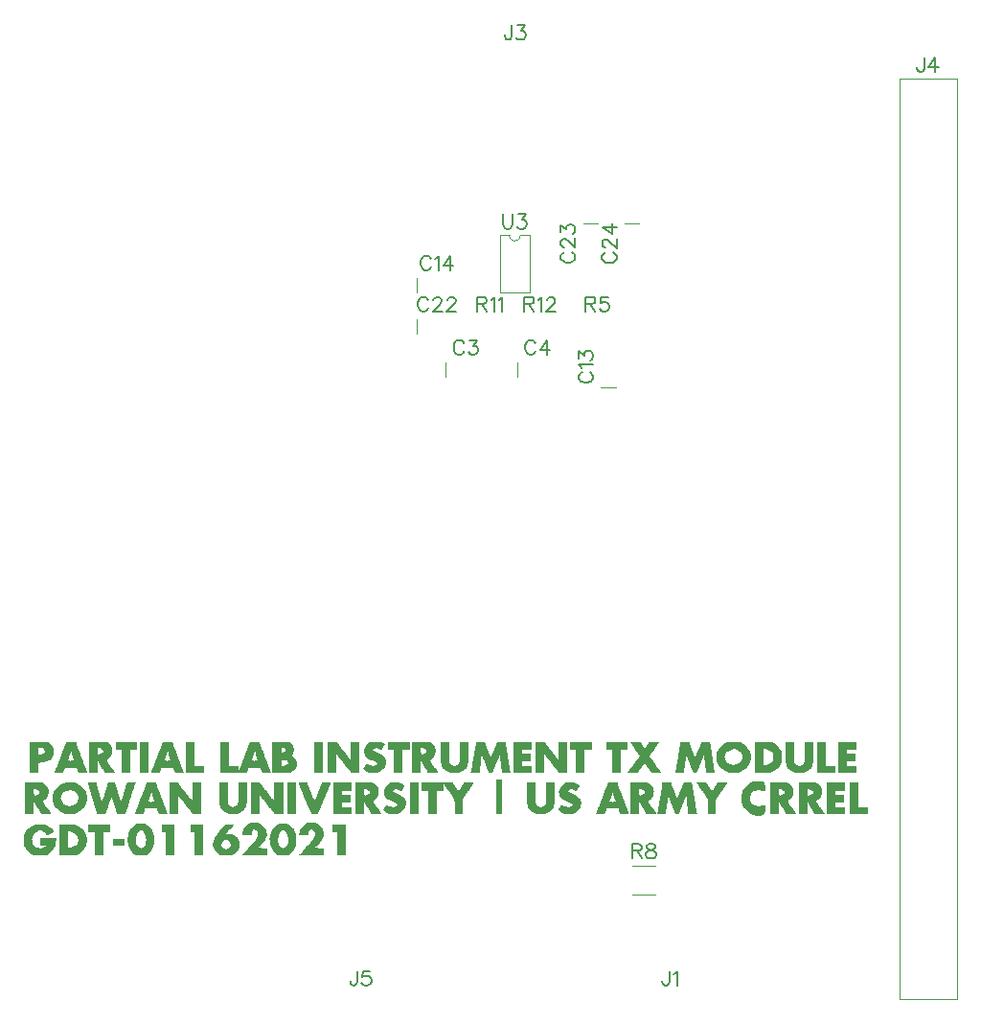
<source format=gbr>
G04 DipTrace 3.3.1.3*
G04 TopSilk.gbr*
%MOIN*%
G04 #@! TF.FileFunction,Legend,Top*
G04 #@! TF.Part,Single*
%ADD10C,0.004724*%
%ADD11C,0.003*%
%ADD46C,0.00772*%
%FSLAX26Y26*%
G04*
G70*
G90*
G75*
G01*
G04 TopSilk*
%LPD*%
X2041403Y2756939D2*
D10*
Y2808081D1*
X2291403Y2756939D2*
Y2808081D1*
X2633334Y2722399D2*
X2582192D1*
X1941403Y3050688D2*
Y3101830D1*
Y2906939D2*
Y2958081D1*
X2519692Y3292619D2*
X2570834D1*
X2663443D2*
X2714585D1*
X3620214Y595010D2*
X3820214D1*
Y3795010D1*
X3620214D1*
Y595010D1*
X2692529Y1056726D2*
X2771128D1*
X2692529Y958293D2*
X2771128D1*
X2231575Y3249686D2*
Y3052832D1*
X2333951Y3249686D2*
Y3052832D1*
X2231575D2*
X2333951D1*
X2263069Y3249686D2*
X2231575D1*
X2302457D2*
X2333951D1*
X2263069D2*
G03X2302457Y3249686I19694J9D01*
G01*
X2217025Y1358554D2*
D11*
X2235025D1*
X2217025Y1355554D2*
X2235025D1*
X2217025Y1352554D2*
X2235025D1*
X3117025D2*
X3135025D1*
X2217025Y1349554D2*
X2235025D1*
X3109767D2*
X3141590D1*
X579025Y1346554D2*
X633025D1*
X720025D2*
X747025D1*
X798025D2*
X825025D1*
X867025D2*
X888025D1*
X933025D2*
X960025D1*
X1002025D2*
X1032025D1*
X1080025D2*
X1107025D1*
X1161025D2*
X1188025D1*
X1254025D2*
X1281025D1*
X1320025D2*
X1347025D1*
X1365025D2*
X1392025D1*
X1446025D2*
X1473025D1*
X1491025D2*
X1518025D1*
X1530025D2*
X1557025D1*
X1611025D2*
X1638025D1*
X1650025D2*
X1710025D1*
X1728025D2*
X1782025D1*
X1851025D2*
X1875025D1*
X1917025D2*
X1944025D1*
X1959025D2*
X2064025D1*
X2106025D2*
X2136025D1*
X2217025D2*
X2235025D1*
X2325025D2*
X2352025D1*
X2391025D2*
X2418025D1*
X2460025D2*
X2484025D1*
X2607025D2*
X2637025D1*
X2685025D2*
X2739025D1*
X2796025D2*
X2823025D1*
X2871025D2*
X2895025D1*
X2916025D2*
X2946025D1*
X2988025D2*
X3018025D1*
X3103407D2*
X3146695D1*
X3171025D2*
X3225025D1*
X3270025D2*
X3324025D1*
X3369025D2*
X3429025D1*
X3447025D2*
X3474025D1*
X579025Y1343554D2*
X639809D1*
X711731D2*
X754284D1*
X798489D2*
X825140D1*
X865988D2*
X889063D1*
X931526D2*
X958526D1*
X1000526D2*
X1032489D1*
X1080025D2*
X1109911D1*
X1161025D2*
X1188025D1*
X1254025D2*
X1281025D1*
X1320025D2*
X1347025D1*
X1365025D2*
X1394911D1*
X1446025D2*
X1473025D1*
X1491025D2*
X1518025D1*
X1531063D2*
X1558165D1*
X1609886D2*
X1637550D1*
X1650025D2*
X1710025D1*
X1728025D2*
X1788809D1*
X1845627D2*
X1883266D1*
X1917025D2*
X1944025D1*
X1959025D2*
X2066000D1*
X2103489D2*
X2134422D1*
X2217025D2*
X2235025D1*
X2325025D2*
X2352025D1*
X2391025D2*
X2418025D1*
X2454627D2*
X2492266D1*
X2605526D2*
X2637489D1*
X2685025D2*
X2745809D1*
X2796014D2*
X2824063D1*
X2869177D2*
X2896051D1*
X2917629D2*
X2948000D1*
X2985489D2*
X3016422D1*
X3098189D2*
X3148738D1*
X3171025D2*
X3231809D1*
X3270025D2*
X3330809D1*
X3369025D2*
X3429025D1*
X3447025D2*
X3474025D1*
X579025Y1340554D2*
X645320D1*
X704869D2*
X760644D1*
X799233D2*
X825524D1*
X864990D2*
X890061D1*
X930280D2*
X957280D1*
X999269D2*
X1033245D1*
X1080025D2*
X1112527D1*
X1161025D2*
X1188025D1*
X1254025D2*
X1281025D1*
X1320025D2*
X1347025D1*
X1365025D2*
X1397527D1*
X1446025D2*
X1473025D1*
X1491025D2*
X1518025D1*
X1532061D2*
X1559443D1*
X1608608D2*
X1636701D1*
X1650025D2*
X1710025D1*
X1728025D2*
X1794320D1*
X1840978D2*
X1890068D1*
X1917025D2*
X1944025D1*
X1959025D2*
X2031025D1*
X2036911D2*
X2068095D1*
X2101245D2*
X2132389D1*
X2217025D2*
X2235025D1*
X2325025D2*
X2352025D1*
X2391025D2*
X2418025D1*
X2449978D2*
X2499068D1*
X2604269D2*
X2638245D1*
X2685025D2*
X2751320D1*
X2795908D2*
X2825061D1*
X2867560D2*
X2896944D1*
X2919662D2*
X2950095D1*
X2983245D2*
X3014389D1*
X3093983D2*
X3149434D1*
X3171025D2*
X3237320D1*
X3270025D2*
X3336320D1*
X3369025D2*
X3429025D1*
X3447025D2*
X3474025D1*
X579025Y1337554D2*
X649366D1*
X699273D2*
X765862D1*
X800021D2*
X826243D1*
X864039D2*
X891012D1*
X929125D2*
X956113D1*
X998008D2*
X1034127D1*
X1080025D2*
X1114808D1*
X1161025D2*
X1188025D1*
X1254025D2*
X1281025D1*
X1320025D2*
X1347025D1*
X1365025D2*
X1399808D1*
X1446025D2*
X1473025D1*
X1491025D2*
X1518025D1*
X1533024D2*
X1560742D1*
X1607309D2*
X1635530D1*
X1650025D2*
X1710025D1*
X1728025D2*
X1798366D1*
X1837367D2*
X1896025D1*
X1917025D2*
X1944025D1*
X1959025D2*
X2031025D1*
X2039527D2*
X2070421D1*
X2099127D2*
X2130207D1*
X2217025D2*
X2235025D1*
X2325025D2*
X2352025D1*
X2391025D2*
X2418025D1*
X2446367D2*
X2505025D1*
X2603008D2*
X2639127D1*
X2685025D2*
X2755366D1*
X2795526D2*
X2826024D1*
X2866242D2*
X2897513D1*
X2921843D2*
X2952421D1*
X2981127D2*
X3012207D1*
X3090415D2*
X3149786D1*
X3171025D2*
X3241366D1*
X3270025D2*
X3340366D1*
X3369025D2*
X3429025D1*
X3447025D2*
X3474025D1*
X579025Y1334554D2*
X652211D1*
X694630D2*
X770068D1*
X800652D2*
X827024D1*
X863026D2*
X892036D1*
X928151D2*
X955045D1*
X996663D2*
X1035046D1*
X1080025D2*
X1117038D1*
X1161025D2*
X1188025D1*
X1254025D2*
X1281025D1*
X1320025D2*
X1347025D1*
X1365025D2*
X1402038D1*
X1446025D2*
X1473025D1*
X1491025D2*
X1518025D1*
X1534142D2*
X1561911D1*
X1606140D2*
X1634181D1*
X1650025D2*
X1710025D1*
X1728025D2*
X1801211D1*
X1834704D2*
X1894063D1*
X1917025D2*
X1944025D1*
X1959025D2*
X2031025D1*
X2041796D2*
X2072745D1*
X2097035D2*
X2128131D1*
X2217025D2*
X2235025D1*
X2325025D2*
X2352025D1*
X2391025D2*
X2418025D1*
X2443704D2*
X2503063D1*
X2601663D2*
X2640046D1*
X2685025D2*
X2758211D1*
X2794807D2*
X2827142D1*
X2865129D2*
X2897818D1*
X2923920D2*
X2954745D1*
X2979035D2*
X3010131D1*
X3087186D2*
X3149936D1*
X3171025D2*
X3244211D1*
X3270025D2*
X3343211D1*
X3369025D2*
X3429025D1*
X3447025D2*
X3474025D1*
X579025Y1331554D2*
X654232D1*
X690751D2*
X773636D1*
X801313D2*
X827653D1*
X862113D2*
X893043D1*
X927444D2*
X954061D1*
X995331D2*
X1036149D1*
X1080025D2*
X1119503D1*
X1161025D2*
X1188025D1*
X1254025D2*
X1281025D1*
X1320025D2*
X1347025D1*
X1365025D2*
X1404503D1*
X1446025D2*
X1473025D1*
X1491025D2*
X1518025D1*
X1535437D2*
X1562961D1*
X1605090D2*
X1632750D1*
X1650025D2*
X1710025D1*
X1728025D2*
X1803232D1*
X1832656D2*
X1892070D1*
X1917025D2*
X1944025D1*
X1959025D2*
X2031025D1*
X2043921D2*
X2074882D1*
X2095044D2*
X2126084D1*
X2217025D2*
X2235025D1*
X2325025D2*
X2352025D1*
X2391025D2*
X2418025D1*
X2441656D2*
X2501070D1*
X2600331D2*
X2641149D1*
X2685025D2*
X2760232D1*
X2794038D2*
X2828426D1*
X2863948D2*
X2898056D1*
X2925967D2*
X2956882D1*
X2977044D2*
X3008084D1*
X3084197D2*
X3149994D1*
X3171025D2*
X3246232D1*
X3270025D2*
X3345232D1*
X3369025D2*
X3429025D1*
X3447025D2*
X3474025D1*
X579025Y1328554D2*
X655604D1*
X687435D2*
X776865D1*
X802171D2*
X828314D1*
X861430D2*
X894003D1*
X926754D2*
X953023D1*
X994149D2*
X1037428D1*
X1080025D2*
X1122120D1*
X1161025D2*
X1188025D1*
X1254025D2*
X1281025D1*
X1320025D2*
X1347025D1*
X1365025D2*
X1407120D1*
X1446025D2*
X1473025D1*
X1491025D2*
X1518025D1*
X1536839D2*
X1564117D1*
X1603934D2*
X1631369D1*
X1650025D2*
X1710025D1*
X1728025D2*
X1804604D1*
X1830931D2*
X1890105D1*
X1917025D2*
X1944025D1*
X1959025D2*
X2031025D1*
X2046016D2*
X2076953D1*
X2093046D2*
X2124019D1*
X2217025D2*
X2235025D1*
X2325025D2*
X2352025D1*
X2391025D2*
X2418025D1*
X2439931D2*
X2499105D1*
X2599149D2*
X2642428D1*
X2685025D2*
X2761604D1*
X2793515D2*
X2829733D1*
X2862627D2*
X2898493D1*
X2928032D2*
X2958953D1*
X2975046D2*
X3006019D1*
X3081556D2*
X3150015D1*
X3171025D2*
X3247604D1*
X3270025D2*
X3346604D1*
X3369025D2*
X3429025D1*
X3447025D2*
X3474025D1*
X579025Y1325554D2*
X606025D1*
X620310D2*
X656381D1*
X684649D2*
X779854D1*
X803098D2*
X829171D1*
X860749D2*
X895021D1*
X925885D2*
X952011D1*
X993105D2*
X1038734D1*
X1080025D2*
X1124610D1*
X1161025D2*
X1188025D1*
X1254025D2*
X1281025D1*
X1320025D2*
X1347025D1*
X1365025D2*
X1409610D1*
X1446025D2*
X1473025D1*
X1491025D2*
X1518025D1*
X1538289D2*
X1565417D1*
X1602634D2*
X1630164D1*
X1650025D2*
X1710025D1*
X1728025D2*
X1755025D1*
X1769310D2*
X1805381D1*
X1829447D2*
X1861216D1*
X1878025D2*
X1888440D1*
X1917025D2*
X1944025D1*
X1959025D2*
X2031025D1*
X2048019D2*
X2079025D1*
X2091006D2*
X2122027D1*
X2217025D2*
X2235025D1*
X2325025D2*
X2352025D1*
X2391025D2*
X2418025D1*
X2438447D2*
X2470216D1*
X2487025D2*
X2497440D1*
X2598105D2*
X2643734D1*
X2685025D2*
X2712025D1*
X2726310D2*
X2762381D1*
X2793225D2*
X2830907D1*
X2861217D2*
X2899232D1*
X2930024D2*
X2961025D1*
X2973006D2*
X3004027D1*
X3079379D2*
X3150022D1*
X3171025D2*
X3198025D1*
X3212310D2*
X3248381D1*
X3270025D2*
X3297025D1*
X3311310D2*
X3347381D1*
X3369025D2*
X3429025D1*
X3447025D2*
X3474025D1*
X579025Y1322554D2*
X606025D1*
X624563D2*
X656758D1*
X682402D2*
X724205D1*
X743436D2*
X782495D1*
X804024D2*
X830098D1*
X859884D2*
X895936D1*
X924954D2*
X951049D1*
X992040D2*
X1039907D1*
X1080025D2*
X1126839D1*
X1161025D2*
X1188025D1*
X1254025D2*
X1281025D1*
X1320025D2*
X1347025D1*
X1365025D2*
X1411839D1*
X1446025D2*
X1473025D1*
X1491025D2*
X1518025D1*
X1539678D2*
X1566730D1*
X1601321D2*
X1629099D1*
X1650025D2*
X1677025D1*
X1728025D2*
X1755025D1*
X1773563D2*
X1805758D1*
X1828304D2*
X1857195D1*
X1884025D2*
X1887025D1*
X1917025D2*
X1944025D1*
X1980025D2*
X2007025D1*
X2050111D2*
X2080995D1*
X2089049D2*
X2119938D1*
X2217025D2*
X2235025D1*
X2325025D2*
X2352025D1*
X2391025D2*
X2418025D1*
X2437304D2*
X2466195D1*
X2493025D2*
X2496025D1*
X2597040D2*
X2644907D1*
X2685025D2*
X2712025D1*
X2730563D2*
X2762758D1*
X2792992D2*
X2831959D1*
X2859763D2*
X2900009D1*
X2932113D2*
X2962995D1*
X2971049D2*
X3001938D1*
X3077631D2*
X3117615D1*
X3141025D2*
X3150024D1*
X3171025D2*
X3198025D1*
X3216563D2*
X3248758D1*
X3270025D2*
X3297025D1*
X3315563D2*
X3347758D1*
X3369025D2*
X3396025D1*
X3447025D2*
X3474025D1*
X579025Y1319554D2*
X606025D1*
X627833D2*
X656922D1*
X680538D2*
X717696D1*
X748190D2*
X784672D1*
X805040D2*
X831024D1*
X858954D2*
X896620D1*
X924027D2*
X950019D1*
X991017D2*
X1040959D1*
X1080025D2*
X1129038D1*
X1161025D2*
X1188025D1*
X1254025D2*
X1281025D1*
X1320025D2*
X1347025D1*
X1365025D2*
X1414038D1*
X1446025D2*
X1473025D1*
X1491025D2*
X1518025D1*
X1540886D2*
X1567906D1*
X1600145D2*
X1627937D1*
X1650025D2*
X1677025D1*
X1728025D2*
X1755025D1*
X1776833D2*
X1805922D1*
X1827618D2*
X1855691D1*
X1917025D2*
X1944025D1*
X1980025D2*
X2007025D1*
X2052429D2*
X2082967D1*
X2087082D2*
X2117621D1*
X2217025D2*
X2235025D1*
X2325025D2*
X2352025D1*
X2391025D2*
X2418025D1*
X2436618D2*
X2464691D1*
X2596017D2*
X2645959D1*
X2685025D2*
X2712025D1*
X2733833D2*
X2762922D1*
X2792557D2*
X2833116D1*
X2858374D2*
X2900535D1*
X2934430D2*
X2964967D1*
X2969082D2*
X2999621D1*
X3076266D2*
X3112861D1*
X3147025D2*
X3150025D1*
X3171025D2*
X3198025D1*
X3219833D2*
X3248922D1*
X3270025D2*
X3297025D1*
X3318833D2*
X3347922D1*
X3369025D2*
X3396025D1*
X3447025D2*
X3474025D1*
X579025Y1316554D2*
X606025D1*
X628946D2*
X656976D1*
X678888D2*
X712698D1*
X752183D2*
X786408D1*
X806044D2*
X832028D1*
X858027D2*
X897302D1*
X923023D2*
X949009D1*
X990039D2*
X1042116D1*
X1080025D2*
X1131402D1*
X1161025D2*
X1188025D1*
X1254025D2*
X1281025D1*
X1320025D2*
X1347025D1*
X1365025D2*
X1416402D1*
X1446025D2*
X1473025D1*
X1491025D2*
X1518025D1*
X1541951D2*
X1568959D1*
X1599092D2*
X1626624D1*
X1650025D2*
X1677025D1*
X1728025D2*
X1755025D1*
X1777946D2*
X1805976D1*
X1827286D2*
X1856193D1*
X1917025D2*
X1944025D1*
X1980025D2*
X2007025D1*
X2054749D2*
X2115302D1*
X2217025D2*
X2235025D1*
X2325025D2*
X2352025D1*
X2391025D2*
X2418025D1*
X2436286D2*
X2465193D1*
X2595039D2*
X2647116D1*
X2685025D2*
X2712025D1*
X2734946D2*
X2762976D1*
X2791819D2*
X2834416D1*
X2857165D2*
X2900814D1*
X2936749D2*
X2997302D1*
X3075148D2*
X3108868D1*
X3171025D2*
X3198025D1*
X3220946D2*
X3248976D1*
X3270025D2*
X3297025D1*
X3319946D2*
X3347976D1*
X3369025D2*
X3396025D1*
X3447025D2*
X3474025D1*
X579025Y1313554D2*
X606037D1*
X629620D2*
X656895D1*
X677431D2*
X708841D1*
X755565D2*
X787680D1*
X807003D2*
X832939D1*
X857011D2*
X898167D1*
X922112D2*
X948048D1*
X988914D2*
X1043416D1*
X1080025D2*
X1133739D1*
X1161025D2*
X1188025D1*
X1254025D2*
X1281025D1*
X1320025D2*
X1347025D1*
X1365025D2*
X1418739D1*
X1446025D2*
X1473025D1*
X1491025D2*
X1518025D1*
X1543114D2*
X1570116D1*
X1597935D2*
X1625216D1*
X1650025D2*
X1677025D1*
X1728025D2*
X1755037D1*
X1778620D2*
X1805895D1*
X1827240D2*
X1858998D1*
X1917025D2*
X1944025D1*
X1980025D2*
X2007025D1*
X2056884D2*
X2113167D1*
X2217025D2*
X2235025D1*
X2325025D2*
X2352025D1*
X2391025D2*
X2418025D1*
X2436240D2*
X2467998D1*
X2593914D2*
X2648416D1*
X2685025D2*
X2712037D1*
X2735620D2*
X2762895D1*
X2791042D2*
X2835730D1*
X2856100D2*
X2900953D1*
X2938884D2*
X2995167D1*
X3074067D2*
X3105498D1*
X3171025D2*
X3198037D1*
X3221620D2*
X3248895D1*
X3270025D2*
X3297037D1*
X3320620D2*
X3347895D1*
X3369025D2*
X3396025D1*
X3447025D2*
X3474025D1*
X579025Y1310554D2*
X606166D1*
X629052D2*
X656521D1*
X676299D2*
X705919D1*
X758382D2*
X788520D1*
X808021D2*
X833621D1*
X856007D2*
X899097D1*
X921430D2*
X947019D1*
X987627D2*
X1014603D1*
X1020140D2*
X1044730D1*
X1080025D2*
X1135892D1*
X1161025D2*
X1188025D1*
X1254025D2*
X1281025D1*
X1320025D2*
X1347025D1*
X1365025D2*
X1420892D1*
X1446025D2*
X1473025D1*
X1491025D2*
X1518025D1*
X1544415D2*
X1571416D1*
X1596635D2*
X1623763D1*
X1650025D2*
X1677025D1*
X1728025D2*
X1755166D1*
X1778052D2*
X1805521D1*
X1827561D2*
X1865019D1*
X1917025D2*
X1944025D1*
X1980025D2*
X2007025D1*
X2058954D2*
X2111097D1*
X2217025D2*
X2235025D1*
X2325025D2*
X2352025D1*
X2391025D2*
X2418025D1*
X2436561D2*
X2474019D1*
X2592627D2*
X2619603D1*
X2625140D2*
X2649730D1*
X2685025D2*
X2712166D1*
X2735052D2*
X2762521D1*
X2790516D2*
X2836906D1*
X2854937D2*
X2901111D1*
X2940954D2*
X2993097D1*
X3073139D2*
X3102786D1*
X3171025D2*
X3198166D1*
X3221052D2*
X3248521D1*
X3270025D2*
X3297166D1*
X3320052D2*
X3347521D1*
X3369025D2*
X3396025D1*
X3447025D2*
X3474025D1*
X579025Y1307554D2*
X606482D1*
X626405D2*
X655794D1*
X675616D2*
X703643D1*
X760630D2*
X789265D1*
X808936D2*
X834302D1*
X855047D2*
X900024D1*
X920749D2*
X946009D1*
X986318D2*
X1012743D1*
X1020524D2*
X1045906D1*
X1080025D2*
X1138070D1*
X1161025D2*
X1188025D1*
X1254025D2*
X1281025D1*
X1320025D2*
X1347025D1*
X1365025D2*
X1423070D1*
X1446025D2*
X1473025D1*
X1491025D2*
X1518025D1*
X1545730D2*
X1572730D1*
X1595321D2*
X1622374D1*
X1650025D2*
X1677025D1*
X1728025D2*
X1755482D1*
X1775405D2*
X1804794D1*
X1828268D2*
X1872047D1*
X1917025D2*
X1944025D1*
X1980025D2*
X2007025D1*
X2061027D2*
X2109024D1*
X2217025D2*
X2235025D1*
X2325025D2*
X2352025D1*
X2391025D2*
X2418025D1*
X2437268D2*
X2481047D1*
X2591318D2*
X2617743D1*
X2625524D2*
X2650906D1*
X2685025D2*
X2712482D1*
X2732405D2*
X2761794D1*
X2790226D2*
X2837947D1*
X2853635D2*
X2901514D1*
X2943027D2*
X2991024D1*
X3072552D2*
X3100909D1*
X3171025D2*
X3198482D1*
X3218405D2*
X3247794D1*
X3270025D2*
X3297482D1*
X3317405D2*
X3346794D1*
X3369025D2*
X3396025D1*
X3447025D2*
X3474025D1*
X579025Y1304554D2*
X607985D1*
X620140D2*
X654909D1*
X675274D2*
X702689D1*
X762393D2*
X790142D1*
X809620D2*
X835155D1*
X854018D2*
X901040D1*
X919884D2*
X945048D1*
X985144D2*
X1011356D1*
X1021255D2*
X1046947D1*
X1080025D2*
X1140515D1*
X1161025D2*
X1188025D1*
X1254025D2*
X1281025D1*
X1320025D2*
X1347025D1*
X1365025D2*
X1425515D1*
X1446025D2*
X1473025D1*
X1491025D2*
X1518025D1*
X1546906D2*
X1573906D1*
X1594145D2*
X1621165D1*
X1650025D2*
X1707025D1*
X1728025D2*
X1756985D1*
X1769140D2*
X1803909D1*
X1829146D2*
X1878901D1*
X1917025D2*
X1944025D1*
X1980025D2*
X2007025D1*
X2063023D2*
X2107028D1*
X2217025D2*
X2235025D1*
X2325025D2*
X2352025D1*
X2391025D2*
X2418025D1*
X2438146D2*
X2487901D1*
X2590144D2*
X2616356D1*
X2626255D2*
X2651947D1*
X2685025D2*
X2713985D1*
X2726140D2*
X2760909D1*
X2789993D2*
X2839023D1*
X2852309D2*
X2902240D1*
X2945023D2*
X2989028D1*
X3072250D2*
X3099759D1*
X3171025D2*
X3199985D1*
X3212140D2*
X3246909D1*
X3270025D2*
X3298985D1*
X3311140D2*
X3345909D1*
X3369025D2*
X3426025D1*
X3447025D2*
X3474025D1*
X579025Y1301554D2*
X611278D1*
X612070D2*
X653886D1*
X675123D2*
X701771D1*
X763663D2*
X790975D1*
X810302D2*
X835992D1*
X853009D2*
X902044D1*
X918954D2*
X944019D1*
X984092D2*
X1010139D1*
X1022130D2*
X1048011D1*
X1080025D2*
X1107025D1*
X1112911D2*
X1143124D1*
X1161025D2*
X1188025D1*
X1254025D2*
X1281025D1*
X1320025D2*
X1347025D1*
X1365025D2*
X1392025D1*
X1397911D2*
X1428124D1*
X1446025D2*
X1473025D1*
X1491025D2*
X1518025D1*
X1547959D2*
X1574959D1*
X1593092D2*
X1620100D1*
X1650025D2*
X1707025D1*
X1728025D2*
X1760278D1*
X1761070D2*
X1802886D1*
X1830177D2*
X1884799D1*
X1917025D2*
X1944025D1*
X1980025D2*
X2007025D1*
X2065112D2*
X2104939D1*
X2217025D2*
X2235025D1*
X2325025D2*
X2352025D1*
X2391025D2*
X2418025D1*
X2439177D2*
X2493799D1*
X2589092D2*
X2615139D1*
X2627130D2*
X2653011D1*
X2685025D2*
X2717278D1*
X2718070D2*
X2759886D1*
X2789557D2*
X2840169D1*
X2851010D2*
X2903011D1*
X2947112D2*
X2986939D1*
X3072114D2*
X3098887D1*
X3171025D2*
X3203278D1*
X3204070D2*
X3245886D1*
X3270025D2*
X3302278D1*
X3303070D2*
X3344886D1*
X3369025D2*
X3426025D1*
X3447025D2*
X3474025D1*
X579025Y1298554D2*
X652379D1*
X675061D2*
X700533D1*
X764390D2*
X791523D1*
X811167D2*
X836641D1*
X852048D2*
X876603D1*
X882037D2*
X903003D1*
X918027D2*
X943009D1*
X982934D2*
X1009053D1*
X1023035D2*
X1049034D1*
X1080025D2*
X1107025D1*
X1115527D2*
X1145611D1*
X1161025D2*
X1188025D1*
X1254025D2*
X1281025D1*
X1320025D2*
X1347025D1*
X1365025D2*
X1392025D1*
X1400527D2*
X1430611D1*
X1446025D2*
X1473025D1*
X1491025D2*
X1518025D1*
X1549116D2*
X1576116D1*
X1591935D2*
X1618937D1*
X1650025D2*
X1707025D1*
X1728025D2*
X1801379D1*
X1831790D2*
X1889574D1*
X1917025D2*
X1944025D1*
X1980025D2*
X2007025D1*
X2067418D2*
X2102633D1*
X2217025D2*
X2235025D1*
X2325025D2*
X2352025D1*
X2391025D2*
X2418025D1*
X2440790D2*
X2498574D1*
X2587934D2*
X2614053D1*
X2628035D2*
X2654034D1*
X2685025D2*
X2758379D1*
X2788819D2*
X2841682D1*
X2849422D2*
X2873550D1*
X2880025D2*
X2903535D1*
X2949418D2*
X2984633D1*
X3072058D2*
X3098059D1*
X3171025D2*
X3244379D1*
X3270025D2*
X3343379D1*
X3369025D2*
X3426025D1*
X3447025D2*
X3474025D1*
X579025Y1295554D2*
X650159D1*
X675038D2*
X699025D1*
X764648D2*
X791798D1*
X812097D2*
X837310D1*
X851019D2*
X874743D1*
X882143D2*
X904021D1*
X917011D2*
X942048D1*
X981635D2*
X1008064D1*
X1024044D2*
X1050012D1*
X1080025D2*
X1107025D1*
X1117808D2*
X1147851D1*
X1161014D2*
X1188025D1*
X1254025D2*
X1281025D1*
X1320025D2*
X1347025D1*
X1365025D2*
X1392025D1*
X1402808D2*
X1432851D1*
X1446014D2*
X1473025D1*
X1491025D2*
X1518025D1*
X1550428D2*
X1577428D1*
X1590623D2*
X1617624D1*
X1650025D2*
X1707025D1*
X1728025D2*
X1799159D1*
X1834415D2*
X1893194D1*
X1917025D2*
X1944025D1*
X1980025D2*
X2007025D1*
X2069620D2*
X2100431D1*
X2217025D2*
X2235025D1*
X2325025D2*
X2352025D1*
X2391025D2*
X2418025D1*
X2443415D2*
X2502194D1*
X2586635D2*
X2613064D1*
X2629044D2*
X2655012D1*
X2685025D2*
X2756159D1*
X2788042D2*
X2811025D1*
X2820140D2*
X2844050D1*
X2847020D2*
X2872701D1*
X2880025D2*
X2903826D1*
X2951620D2*
X2982431D1*
X3072037D2*
X3097587D1*
X3171025D2*
X3242159D1*
X3270025D2*
X3341159D1*
X3369025D2*
X3426025D1*
X3447025D2*
X3474025D1*
X579025Y1292554D2*
X647225D1*
X675030D2*
X700422D1*
X764425D2*
X791823D1*
X813024D2*
X838170D1*
X849986D2*
X873356D1*
X882525D2*
X904936D1*
X915983D2*
X941031D1*
X980321D2*
X1007024D1*
X1025046D2*
X1051137D1*
X1080025D2*
X1107025D1*
X1120038D2*
X1150175D1*
X1160899D2*
X1188025D1*
X1254025D2*
X1281025D1*
X1320025D2*
X1347025D1*
X1365025D2*
X1392025D1*
X1405038D2*
X1435175D1*
X1445899D2*
X1473025D1*
X1491025D2*
X1518025D1*
X1551836D2*
X1578845D1*
X1589206D2*
X1616216D1*
X1650025D2*
X1707025D1*
X1728025D2*
X1796225D1*
X1838313D2*
X1895752D1*
X1917025D2*
X1944025D1*
X1980025D2*
X2007025D1*
X2071267D2*
X2098784D1*
X2217025D2*
X2235025D1*
X2325025D2*
X2352025D1*
X2391025D2*
X2418025D1*
X2447313D2*
X2504752D1*
X2585321D2*
X2612024D1*
X2630046D2*
X2656137D1*
X2685025D2*
X2753225D1*
X2787505D2*
X2811025D1*
X2820536D2*
X2871542D1*
X2880025D2*
X2904058D1*
X2953267D2*
X2980784D1*
X3072029D2*
X3097750D1*
X3171025D2*
X3239225D1*
X3270025D2*
X3338225D1*
X3369025D2*
X3426025D1*
X3447025D2*
X3474025D1*
X579025Y1289554D2*
X643827D1*
X675027D2*
X701389D1*
X763758D2*
X791494D1*
X814040D2*
X839107D1*
X848794D2*
X872139D1*
X883255D2*
X905629D1*
X914793D2*
X940115D1*
X979145D2*
X1006002D1*
X1026006D2*
X1052424D1*
X1080025D2*
X1107025D1*
X1122503D2*
X1153106D1*
X1160436D2*
X1188025D1*
X1254025D2*
X1281025D1*
X1320025D2*
X1347025D1*
X1365025D2*
X1392025D1*
X1407503D2*
X1438106D1*
X1445436D2*
X1473025D1*
X1491025D2*
X1518025D1*
X1553288D2*
X1580387D1*
X1587664D2*
X1614763D1*
X1650025D2*
X1707025D1*
X1728025D2*
X1792827D1*
X1843597D2*
X1897509D1*
X1917025D2*
X1944025D1*
X1980025D2*
X2007025D1*
X2072225D2*
X2097826D1*
X2217025D2*
X2235025D1*
X2325025D2*
X2352025D1*
X2391025D2*
X2418025D1*
X2452597D2*
X2506509D1*
X2584145D2*
X2611002D1*
X2631006D2*
X2657424D1*
X2685025D2*
X2749827D1*
X2787120D2*
X2811025D1*
X2821360D2*
X2870286D1*
X2880037D2*
X2904493D1*
X2954225D2*
X2979826D1*
X3072027D2*
X3098242D1*
X3171025D2*
X3235827D1*
X3270025D2*
X3334827D1*
X3369025D2*
X3426025D1*
X3447025D2*
X3474025D1*
X579025Y1286554D2*
X640751D1*
X675038D2*
X702219D1*
X762896D2*
X790784D1*
X815044D2*
X840116D1*
X847223D2*
X871053D1*
X884130D2*
X906393D1*
X913222D2*
X939431D1*
X978104D2*
X1004956D1*
X1027049D2*
X1053733D1*
X1080025D2*
X1107025D1*
X1125120D2*
X1156835D1*
X1159410D2*
X1188025D1*
X1254025D2*
X1281025D1*
X1320025D2*
X1347025D1*
X1365025D2*
X1392025D1*
X1410120D2*
X1441835D1*
X1444410D2*
X1473025D1*
X1491025D2*
X1518025D1*
X1554677D2*
X1582122D1*
X1585929D2*
X1613374D1*
X1650025D2*
X1707025D1*
X1728025D2*
X1789751D1*
X1850108D2*
X1898796D1*
X1917025D2*
X1944025D1*
X1980025D2*
X2007025D1*
X2072693D2*
X2097358D1*
X2217025D2*
X2235025D1*
X2325025D2*
X2352025D1*
X2391025D2*
X2418025D1*
X2459108D2*
X2507796D1*
X2583104D2*
X2609956D1*
X2632049D2*
X2658733D1*
X2685025D2*
X2746751D1*
X2786610D2*
X2811014D1*
X2822512D2*
X2869133D1*
X2880143D2*
X2905232D1*
X2954693D2*
X2979358D1*
X3072026D2*
X3098751D1*
X3171025D2*
X3232751D1*
X3270025D2*
X3331751D1*
X3369025D2*
X3426025D1*
X3447025D2*
X3474025D1*
X579025Y1283554D2*
X638389D1*
X675143D2*
X703248D1*
X761882D2*
X789917D1*
X816003D2*
X841444D1*
X843839D2*
X870064D1*
X885035D2*
X907559D1*
X909839D2*
X938749D1*
X977040D2*
X1003615D1*
X1028082D2*
X1054907D1*
X1080025D2*
X1107025D1*
X1127610D2*
X1188025D1*
X1254037D2*
X1281037D1*
X1320014D2*
X1347014D1*
X1365025D2*
X1392025D1*
X1412610D2*
X1473025D1*
X1491025D2*
X1518025D1*
X1555886D2*
X1612165D1*
X1650025D2*
X1707025D1*
X1728025D2*
X1787389D1*
X1857133D2*
X1899933D1*
X1917025D2*
X1944025D1*
X1980025D2*
X2007025D1*
X2072897D2*
X2097154D1*
X2217025D2*
X2235025D1*
X2325037D2*
X2352037D1*
X2391014D2*
X2418014D1*
X2466133D2*
X2508933D1*
X2582040D2*
X2608615D1*
X2633082D2*
X2659907D1*
X2685025D2*
X2744389D1*
X2785839D2*
X2810908D1*
X2823766D2*
X2868088D1*
X2880525D2*
X2906009D1*
X2954897D2*
X2979154D1*
X3072037D2*
X3099475D1*
X3171025D2*
X3230389D1*
X3270025D2*
X3329389D1*
X3369025D2*
X3426025D1*
X3447025D2*
X3474025D1*
X579025Y1280554D2*
X638367D1*
X675537D2*
X704595D1*
X760389D2*
X789014D1*
X817021D2*
X869024D1*
X886044D2*
X937884D1*
X976017D2*
X1002025D1*
X1029025D2*
X1055947D1*
X1080025D2*
X1107025D1*
X1129839D2*
X1188025D1*
X1254143D2*
X1281143D1*
X1319908D2*
X1346908D1*
X1365025D2*
X1392025D1*
X1414839D2*
X1473025D1*
X1491025D2*
X1518025D1*
X1556951D2*
X1611100D1*
X1650025D2*
X1677025D1*
X1728025D2*
X1787367D1*
X1863448D2*
X1900781D1*
X1917025D2*
X1944025D1*
X1980025D2*
X2007025D1*
X2072978D2*
X2097073D1*
X2217025D2*
X2235025D1*
X2325143D2*
X2352143D1*
X2390908D2*
X2417908D1*
X2472448D2*
X2509781D1*
X2581017D2*
X2607025D1*
X2634025D2*
X2660947D1*
X2685025D2*
X2744367D1*
X2785050D2*
X2810526D1*
X2824918D2*
X2866933D1*
X2881243D2*
X2906535D1*
X2954978D2*
X2979073D1*
X3072143D2*
X3100799D1*
X3171025D2*
X3230367D1*
X3270025D2*
X3329367D1*
X3369025D2*
X3396025D1*
X3447025D2*
X3474025D1*
X579025Y1277554D2*
X606025D1*
X612603D2*
X640035D1*
X676361D2*
X706390D1*
X758252D2*
X788007D1*
X817936D2*
X868011D1*
X887046D2*
X936954D1*
X975039D2*
X1057011D1*
X1080025D2*
X1107025D1*
X1132038D2*
X1188025D1*
X1254525D2*
X1281537D1*
X1319514D2*
X1346526D1*
X1365025D2*
X1392025D1*
X1417038D2*
X1473025D1*
X1491025D2*
X1518025D1*
X1558114D2*
X1609937D1*
X1650025D2*
X1677025D1*
X1728025D2*
X1755025D1*
X1761603D2*
X1789035D1*
X1868266D2*
X1901242D1*
X1917025D2*
X1944025D1*
X1980025D2*
X2007025D1*
X2073009D2*
X2097042D1*
X2217025D2*
X2235025D1*
X2325525D2*
X2352537D1*
X2390514D2*
X2417526D1*
X2477266D2*
X2510242D1*
X2580039D2*
X2662011D1*
X2685025D2*
X2712025D1*
X2718603D2*
X2746035D1*
X2784519D2*
X2809807D1*
X2825963D2*
X2865622D1*
X2882013D2*
X2906814D1*
X2955009D2*
X2979042D1*
X3072537D2*
X3102843D1*
X3171025D2*
X3198025D1*
X3204603D2*
X3232035D1*
X3270025D2*
X3297025D1*
X3303603D2*
X3331035D1*
X3369025D2*
X3396025D1*
X3447025D2*
X3474025D1*
X579025Y1274554D2*
X606025D1*
X613743D2*
X642000D1*
X677524D2*
X708959D1*
X755396D2*
X786993D1*
X818620D2*
X867049D1*
X888004D2*
X936027D1*
X973914D2*
X1058034D1*
X1080025D2*
X1107025D1*
X1134402D2*
X1188025D1*
X1255243D2*
X1282384D1*
X1318667D2*
X1345807D1*
X1365025D2*
X1392025D1*
X1419402D2*
X1473025D1*
X1491025D2*
X1518025D1*
X1559427D2*
X1608624D1*
X1650025D2*
X1677025D1*
X1728025D2*
X1755025D1*
X1762743D2*
X1791000D1*
X1871868D2*
X1900643D1*
X1917025D2*
X1944025D1*
X1980025D2*
X2007025D1*
X2073020D2*
X2097031D1*
X2217025D2*
X2235025D1*
X2326243D2*
X2353384D1*
X2389667D2*
X2416807D1*
X2480868D2*
X2509643D1*
X2578914D2*
X2663034D1*
X2685025D2*
X2712025D1*
X2719743D2*
X2748000D1*
X2784226D2*
X2809038D1*
X2827118D2*
X2864215D1*
X2882536D2*
X2906953D1*
X2955020D2*
X2979031D1*
X3073361D2*
X3105559D1*
X3171025D2*
X3198025D1*
X3205743D2*
X3234000D1*
X3270025D2*
X3297025D1*
X3304743D2*
X3333000D1*
X3369025D2*
X3396025D1*
X3447025D2*
X3474025D1*
X579025Y1271554D2*
X606025D1*
X615356D2*
X643991D1*
X678883D2*
X712257D1*
X751019D2*
X785918D1*
X819302D2*
X866019D1*
X889021D2*
X935011D1*
X972627D2*
X1059012D1*
X1080025D2*
X1107025D1*
X1136739D2*
X1188025D1*
X1256024D2*
X1283817D1*
X1317234D2*
X1345027D1*
X1365025D2*
X1392025D1*
X1421739D2*
X1473025D1*
X1491025D2*
X1518025D1*
X1560835D2*
X1607216D1*
X1650025D2*
X1677025D1*
X1728025D2*
X1755025D1*
X1764356D2*
X1792991D1*
X1875025D2*
X1899953D1*
X1917025D2*
X1944025D1*
X1980025D2*
X2007025D1*
X2073024D2*
X2097027D1*
X2217025D2*
X2235025D1*
X2327024D2*
X2354817D1*
X2388234D2*
X2416027D1*
X2484025D2*
X2508953D1*
X2577627D2*
X2664012D1*
X2685025D2*
X2712025D1*
X2721356D2*
X2749991D1*
X2783993D2*
X2808515D1*
X2828417D2*
X2862763D1*
X2882814D2*
X2907111D1*
X2955024D2*
X2979027D1*
X3074524D2*
X3109538D1*
X3171025D2*
X3198025D1*
X3207356D2*
X3235991D1*
X3270025D2*
X3297025D1*
X3306356D2*
X3334991D1*
X3369025D2*
X3396025D1*
X3447025D2*
X3474025D1*
X579025Y1268554D2*
X606025D1*
X617139D2*
X646094D1*
X680430D2*
X720516D1*
X743363D2*
X784402D1*
X820167D2*
X865009D1*
X889936D2*
X934007D1*
X971318D2*
X1060137D1*
X1080025D2*
X1107025D1*
X1138892D2*
X1188025D1*
X1256653D2*
X1285790D1*
X1315261D2*
X1344398D1*
X1365025D2*
X1392025D1*
X1423892D2*
X1473025D1*
X1491025D2*
X1518025D1*
X1562288D2*
X1605763D1*
X1650025D2*
X1677025D1*
X1728025D2*
X1755025D1*
X1766139D2*
X1795094D1*
X1833025D2*
X1836025D1*
X1872313D2*
X1899369D1*
X1917025D2*
X1944025D1*
X1980025D2*
X2007025D1*
X2073025D2*
X2097026D1*
X2217025D2*
X2235025D1*
X2327653D2*
X2356790D1*
X2386261D2*
X2415398D1*
X2442025D2*
X2445025D1*
X2481313D2*
X2508369D1*
X2576318D2*
X2665137D1*
X2685025D2*
X2712025D1*
X2723139D2*
X2752094D1*
X2783558D2*
X2808237D1*
X2829730D2*
X2861374D1*
X2882941D2*
X2907514D1*
X2955025D2*
X2979026D1*
X3075883D2*
X3116445D1*
X3144025D2*
X3150025D1*
X3171025D2*
X3198025D1*
X3209139D2*
X3238094D1*
X3270025D2*
X3297025D1*
X3308139D2*
X3337094D1*
X3369025D2*
X3396025D1*
X3447025D2*
X3474025D1*
X579025Y1265554D2*
X606025D1*
X619053D2*
X648421D1*
X682298D2*
X732587D1*
X731427D2*
X782280D1*
X821097D2*
X864048D1*
X890620D2*
X933047D1*
X970144D2*
X1061424D1*
X1080025D2*
X1107025D1*
X1141070D2*
X1188025D1*
X1257325D2*
X1291658D1*
X1309393D2*
X1343726D1*
X1365025D2*
X1392025D1*
X1426070D2*
X1473025D1*
X1491025D2*
X1518025D1*
X1563677D2*
X1604374D1*
X1650025D2*
X1677025D1*
X1728025D2*
X1755025D1*
X1768053D2*
X1797421D1*
X1831165D2*
X1845335D1*
X1868665D2*
X1898715D1*
X1917025D2*
X1944025D1*
X1980025D2*
X2007025D1*
X2073025D2*
X2097026D1*
X2217025D2*
X2235025D1*
X2328325D2*
X2362658D1*
X2380393D2*
X2414726D1*
X2440165D2*
X2454335D1*
X2477665D2*
X2507715D1*
X2575144D2*
X2666424D1*
X2685025D2*
X2712025D1*
X2725053D2*
X2754421D1*
X2782819D2*
X2808098D1*
X2830906D2*
X2860165D1*
X2883006D2*
X2908240D1*
X2955025D2*
X2979026D1*
X3077430D2*
X3127486D1*
X3129588D2*
X3150025D1*
X3171025D2*
X3198025D1*
X3211053D2*
X3240421D1*
X3270025D2*
X3297025D1*
X3310053D2*
X3339421D1*
X3369025D2*
X3396025D1*
X3447025D2*
X3474025D1*
X579025Y1262554D2*
X606025D1*
X621052D2*
X650745D1*
X684616D2*
X779714D1*
X822024D2*
X863019D1*
X891302D2*
X932018D1*
X969092D2*
X1062733D1*
X1080025D2*
X1107025D1*
X1143515D2*
X1188025D1*
X1258288D2*
X1300434D1*
X1300617D2*
X1342763D1*
X1365025D2*
X1392025D1*
X1428515D2*
X1473025D1*
X1491025D2*
X1518025D1*
X1564886D2*
X1603165D1*
X1650025D2*
X1710025D1*
X1728025D2*
X1755025D1*
X1770052D2*
X1799745D1*
X1829454D2*
X1857651D1*
X1859189D2*
X1897759D1*
X1917025D2*
X1944025D1*
X1980025D2*
X2007025D1*
X2073025D2*
X2097026D1*
X2217025D2*
X2235025D1*
X2329288D2*
X2371434D1*
X2371617D2*
X2413763D1*
X2438454D2*
X2466651D1*
X2468189D2*
X2506759D1*
X2574092D2*
X2667733D1*
X2685025D2*
X2712025D1*
X2727052D2*
X2756745D1*
X2782042D2*
X2807940D1*
X2831959D2*
X2859100D1*
X2883131D2*
X2909011D1*
X2955025D2*
X2979026D1*
X3079298D2*
X3150025D1*
X3171025D2*
X3198025D1*
X3213052D2*
X3242745D1*
X3270025D2*
X3297025D1*
X3312052D2*
X3341745D1*
X3369025D2*
X3429025D1*
X3447025D2*
X3507025D1*
X579025Y1259554D2*
X606025D1*
X622919D2*
X652894D1*
X687286D2*
X776893D1*
X823040D2*
X862009D1*
X892167D2*
X931009D1*
X967934D2*
X1063907D1*
X1080025D2*
X1107025D1*
X1146124D2*
X1188025D1*
X1259621D2*
X1341430D1*
X1365025D2*
X1392025D1*
X1431124D2*
X1473025D1*
X1491025D2*
X1518025D1*
X1565951D2*
X1602100D1*
X1650025D2*
X1710025D1*
X1728025D2*
X1755025D1*
X1771919D2*
X1801894D1*
X1827883D2*
X1896440D1*
X1917025D2*
X1944025D1*
X1980025D2*
X2007025D1*
X2073025D2*
X2097025D1*
X2217025D2*
X2235025D1*
X2330621D2*
X2412430D1*
X2436883D2*
X2505440D1*
X2572934D2*
X2668907D1*
X2685025D2*
X2712025D1*
X2728919D2*
X2758894D1*
X2781516D2*
X2807537D1*
X2833116D2*
X2857937D1*
X2883521D2*
X2909535D1*
X2955025D2*
X2979025D1*
X3081616D2*
X3150025D1*
X3171025D2*
X3198025D1*
X3214919D2*
X3244894D1*
X3270025D2*
X3297025D1*
X3313919D2*
X3343894D1*
X3369025D2*
X3429025D1*
X3447025D2*
X3507025D1*
X579025Y1256554D2*
X606025D1*
X624629D2*
X655059D1*
X690252D2*
X773852D1*
X824044D2*
X861048D1*
X893097D2*
X930048D1*
X966635D2*
X992911D1*
X1038140D2*
X1064947D1*
X1080025D2*
X1107025D1*
X1148611D2*
X1188025D1*
X1261500D2*
X1339551D1*
X1365025D2*
X1392025D1*
X1433611D2*
X1473025D1*
X1491025D2*
X1518025D1*
X1567114D2*
X1600937D1*
X1650025D2*
X1710025D1*
X1728025D2*
X1755025D1*
X1773629D2*
X1804059D1*
X1826518D2*
X1894668D1*
X1917025D2*
X1944025D1*
X1980025D2*
X2007025D1*
X2073025D2*
X2097025D1*
X2217025D2*
X2235025D1*
X2332500D2*
X2410551D1*
X2435518D2*
X2503668D1*
X2571635D2*
X2597911D1*
X2643140D2*
X2669947D1*
X2685025D2*
X2712025D1*
X2730629D2*
X2761059D1*
X2781226D2*
X2806811D1*
X2834416D2*
X2856635D1*
X2884242D2*
X2909814D1*
X2955025D2*
X2979025D1*
X3084274D2*
X3150025D1*
X3171025D2*
X3198025D1*
X3216629D2*
X3247059D1*
X3270025D2*
X3297025D1*
X3315629D2*
X3346059D1*
X3369025D2*
X3429025D1*
X3447025D2*
X3507025D1*
X579025Y1253554D2*
X606025D1*
X626319D2*
X657409D1*
X693702D2*
X770370D1*
X825003D2*
X860019D1*
X894024D2*
X929019D1*
X965321D2*
X992515D1*
X1038536D2*
X1066011D1*
X1080025D2*
X1107025D1*
X1150839D2*
X1188025D1*
X1264284D2*
X1336767D1*
X1365025D2*
X1392025D1*
X1435839D2*
X1473025D1*
X1491025D2*
X1518025D1*
X1568427D2*
X1599624D1*
X1650025D2*
X1710025D1*
X1728025D2*
X1755025D1*
X1775319D2*
X1806409D1*
X1825310D2*
X1892266D1*
X1917025D2*
X1944025D1*
X1980025D2*
X2007025D1*
X2073025D2*
X2097025D1*
X2217025D2*
X2235025D1*
X2335284D2*
X2407767D1*
X2434310D2*
X2501266D1*
X2570321D2*
X2597515D1*
X2643536D2*
X2671011D1*
X2685025D2*
X2712025D1*
X2732319D2*
X2763409D1*
X2780993D2*
X2806040D1*
X2835730D2*
X2855321D1*
X2885012D2*
X2909953D1*
X2955025D2*
X2979025D1*
X3087134D2*
X3150025D1*
X3171025D2*
X3198025D1*
X3218319D2*
X3249409D1*
X3270025D2*
X3297025D1*
X3317319D2*
X3348409D1*
X3369025D2*
X3429025D1*
X3447025D2*
X3507025D1*
X579025Y1250554D2*
X606025D1*
X628135D2*
X659739D1*
X698010D2*
X766048D1*
X826021D2*
X859000D1*
X895029D2*
X928000D1*
X964136D2*
X991681D1*
X1039370D2*
X1067043D1*
X1080025D2*
X1107025D1*
X1153050D2*
X1188025D1*
X1268256D2*
X1332795D1*
X1365025D2*
X1392025D1*
X1438050D2*
X1473025D1*
X1491025D2*
X1518025D1*
X1569845D2*
X1598206D1*
X1650025D2*
X1710025D1*
X1728025D2*
X1755025D1*
X1777135D2*
X1808739D1*
X1827498D2*
X1889013D1*
X1917025D2*
X1944025D1*
X1980025D2*
X2007025D1*
X2073025D2*
X2097025D1*
X2217025D2*
X2235025D1*
X2339256D2*
X2403795D1*
X2436498D2*
X2498013D1*
X2569136D2*
X2596681D1*
X2644370D2*
X2672043D1*
X2685025D2*
X2712025D1*
X2734135D2*
X2765739D1*
X2780555D2*
X2805515D1*
X2836915D2*
X2854136D1*
X2885536D2*
X2910120D1*
X2955025D2*
X2979025D1*
X3090190D2*
X3150014D1*
X3171025D2*
X3198025D1*
X3220135D2*
X3251739D1*
X3270025D2*
X3297025D1*
X3319135D2*
X3350739D1*
X3369025D2*
X3429025D1*
X3447025D2*
X3507025D1*
X579025Y1247554D2*
X606025D1*
X630011D2*
X661865D1*
X703450D2*
X760604D1*
X826933D2*
X857956D1*
X895935D2*
X926956D1*
X963011D2*
X990441D1*
X1040610D2*
X1068092D1*
X1080025D2*
X1107025D1*
X1155517D2*
X1188025D1*
X1273546D2*
X1327505D1*
X1365025D2*
X1392025D1*
X1440517D2*
X1473025D1*
X1491025D2*
X1518025D1*
X1571387D2*
X1596664D1*
X1650025D2*
X1710025D1*
X1728025D2*
X1755025D1*
X1779011D2*
X1810865D1*
X1832267D2*
X1884500D1*
X1917025D2*
X1944025D1*
X1980025D2*
X2007025D1*
X2073025D2*
X2097025D1*
X2217025D2*
X2235025D1*
X2344546D2*
X2398505D1*
X2441267D2*
X2493500D1*
X2568011D2*
X2595441D1*
X2645610D2*
X2673092D1*
X2685025D2*
X2712025D1*
X2736011D2*
X2767865D1*
X2779791D2*
X2805236D1*
X2838040D2*
X2853011D1*
X2885815D2*
X2910604D1*
X2955025D2*
X2979025D1*
X3093690D2*
X3149861D1*
X3171025D2*
X3198025D1*
X3222011D2*
X3253865D1*
X3270025D2*
X3297025D1*
X3321011D2*
X3352865D1*
X3369025D2*
X3429025D1*
X3447025D2*
X3507025D1*
X579025Y1244554D2*
X606025D1*
X631635D2*
X663917D1*
X709960D2*
X754092D1*
X827559D2*
X856615D1*
X896559D2*
X925615D1*
X961635D2*
X988846D1*
X1042205D2*
X1069435D1*
X1080025D2*
X1107025D1*
X1158220D2*
X1188025D1*
X1279993D2*
X1321058D1*
X1365025D2*
X1392025D1*
X1443220D2*
X1473025D1*
X1491025D2*
X1518025D1*
X1573122D2*
X1594929D1*
X1650025D2*
X1710025D1*
X1728025D2*
X1755025D1*
X1780635D2*
X1812917D1*
X1838297D2*
X1878622D1*
X1917025D2*
X1944025D1*
X1980025D2*
X2007025D1*
X2073025D2*
X2097025D1*
X2217025D2*
X2235025D1*
X2350993D2*
X2392058D1*
X2447297D2*
X2487622D1*
X2566635D2*
X2593846D1*
X2647205D2*
X2674435D1*
X2685025D2*
X2712025D1*
X2737635D2*
X2769917D1*
X2778891D2*
X2805104D1*
X2839416D2*
X2851635D1*
X2885947D2*
X2911637D1*
X2955025D2*
X2979025D1*
X3098128D2*
X3149475D1*
X3171025D2*
X3198025D1*
X3223635D2*
X3255917D1*
X3270025D2*
X3297025D1*
X3322635D2*
X3354917D1*
X3369025D2*
X3429025D1*
X3447025D2*
X3507025D1*
X579025Y1241554D2*
X606025D1*
X633025D2*
X666025D1*
X717025D2*
X747025D1*
X828025D2*
X855025D1*
X897025D2*
X924025D1*
X960025D2*
X987025D1*
X1044025D2*
X1071025D1*
X1080025D2*
X1107025D1*
X1161025D2*
X1188025D1*
X1287025D2*
X1314025D1*
X1365025D2*
X1392025D1*
X1446025D2*
X1473025D1*
X1491025D2*
X1518025D1*
X1575025D2*
X1593025D1*
X1650025D2*
X1710025D1*
X1728025D2*
X1755025D1*
X1782025D2*
X1815025D1*
X1845025D2*
X1872025D1*
X1917025D2*
X1944025D1*
X1980025D2*
X2007025D1*
X2073025D2*
X2097025D1*
X2217025D2*
X2235025D1*
X2358025D2*
X2385025D1*
X2454025D2*
X2481025D1*
X2565025D2*
X2592025D1*
X2649025D2*
X2676025D1*
X2685025D2*
X2712025D1*
X2739025D2*
X2772025D1*
X2778025D2*
X2805025D1*
X2841025D2*
X2850025D1*
X2886025D2*
X2913025D1*
X2955025D2*
X2979025D1*
X3104036D2*
X3147269D1*
X3171025D2*
X3198025D1*
X3225025D2*
X3258025D1*
X3270025D2*
X3297025D1*
X3324025D2*
X3357025D1*
X3369025D2*
X3429025D1*
X3447025D2*
X3507025D1*
X3111574Y1238554D2*
X3141638D1*
X3120025Y1235554D2*
X3135025D1*
X1363065Y1207465D2*
X1387065D1*
X1561065D2*
X1585065D1*
X967065Y1204465D2*
X991065D1*
X1357654D2*
X1392927D1*
X1462065D2*
X1486065D1*
X1555654D2*
X1590927D1*
X616065Y1201465D2*
X643065D1*
X697065D2*
X748065D1*
X799065D2*
X871065D1*
X961654D2*
X997286D1*
X1054065D2*
X1096065D1*
X1153065D2*
X1195065D1*
X1273065D2*
X1300065D1*
X1352900D2*
X1398320D1*
X1456654D2*
X1492286D1*
X1550900D2*
X1596320D1*
X1648065D2*
X1690065D1*
X608130Y1198465D2*
X651245D1*
X697065D2*
X755324D1*
X799065D2*
X871065D1*
X956912D2*
X1002648D1*
X1054065D2*
X1096065D1*
X1153065D2*
X1195065D1*
X1270077D2*
X1298450D1*
X1348907D2*
X1402719D1*
X1451912D2*
X1497648D1*
X1546907D2*
X1600719D1*
X1648065D2*
X1690065D1*
X601236Y1195465D2*
X657723D1*
X697065D2*
X761684D1*
X799065D2*
X871065D1*
X953012D2*
X1006914D1*
X1054065D2*
X1096065D1*
X1153065D2*
X1195065D1*
X1267182D2*
X1296311D1*
X1345525D2*
X1406002D1*
X1448012D2*
X1501914D1*
X1543525D2*
X1604002D1*
X1648065D2*
X1690065D1*
X595519Y1192465D2*
X662599D1*
X697065D2*
X766901D1*
X799065D2*
X871065D1*
X949919D2*
X1010096D1*
X1054065D2*
X1096065D1*
X1153065D2*
X1195065D1*
X1264564D2*
X1293747D1*
X1342708D2*
X1408605D1*
X1444919D2*
X1505096D1*
X1540708D2*
X1606605D1*
X1648065D2*
X1690065D1*
X590881Y1189465D2*
X666462D1*
X697065D2*
X771095D1*
X799065D2*
X871065D1*
X947532D2*
X1012645D1*
X1054065D2*
X1096065D1*
X1153065D2*
X1195065D1*
X1262283D2*
X1290941D1*
X1340460D2*
X1410793D1*
X1442532D2*
X1507645D1*
X1538460D2*
X1608793D1*
X1648065D2*
X1690065D1*
X587319Y1186465D2*
X669700D1*
X697065D2*
X774558D1*
X799065D2*
X871065D1*
X945612D2*
X1014821D1*
X1054065D2*
X1096065D1*
X1153065D2*
X1195065D1*
X1260064D2*
X1288031D1*
X1338697D2*
X1412393D1*
X1440612D2*
X1509821D1*
X1536697D2*
X1610393D1*
X1648065D2*
X1690065D1*
X584603Y1183465D2*
X672371D1*
X697065D2*
X777416D1*
X799065D2*
X871065D1*
X943927D2*
X1016504D1*
X1054065D2*
X1096065D1*
X1153065D2*
X1195065D1*
X1257692D2*
X1285166D1*
X1337427D2*
X1369191D1*
X1380000D2*
X1413415D1*
X1438927D2*
X1511504D1*
X1535427D2*
X1567191D1*
X1578000D2*
X1611415D1*
X1648065D2*
X1690065D1*
X582299Y1180465D2*
X619654D1*
X639464D2*
X674654D1*
X697065D2*
X779781D1*
X799065D2*
X871065D1*
X942358D2*
X973077D1*
X987951D2*
X1017812D1*
X1054065D2*
X1096065D1*
X1153065D2*
X1195065D1*
X1255353D2*
X1282559D1*
X1336677D2*
X1366693D1*
X1383893D2*
X1414246D1*
X1437358D2*
X1468077D1*
X1482951D2*
X1512812D1*
X1534677D2*
X1564693D1*
X1581893D2*
X1612246D1*
X1648065D2*
X1690065D1*
X580235Y1177465D2*
X614912D1*
X644104D2*
X673215D1*
X697065D2*
X724065D1*
X740886D2*
X781930D1*
X820065D2*
X847065D1*
X940840D2*
X970194D1*
X990554D2*
X1019082D1*
X1069065D2*
X1096065D1*
X1168065D2*
X1195065D1*
X1253199D2*
X1280293D1*
X1336199D2*
X1364911D1*
X1386622D2*
X1415160D1*
X1435840D2*
X1465194D1*
X1485554D2*
X1514082D1*
X1534199D2*
X1562911D1*
X1584622D2*
X1613160D1*
X1663065D2*
X1690065D1*
X578598Y1174465D2*
X611012D1*
X647648D2*
X668515D1*
X697065D2*
X724065D1*
X747383D2*
X783931D1*
X820065D2*
X847065D1*
X939438D2*
X967682D1*
X992718D2*
X1020428D1*
X1069065D2*
X1096065D1*
X1168065D2*
X1195065D1*
X1251032D2*
X1278178D1*
X1335576D2*
X1363895D1*
X1388667D2*
X1416007D1*
X1434438D2*
X1462682D1*
X1487718D2*
X1515428D1*
X1533576D2*
X1561895D1*
X1586667D2*
X1614007D1*
X1663065D2*
X1690065D1*
X577320Y1171465D2*
X607919D1*
X650133D2*
X662195D1*
X697065D2*
X724065D1*
X752287D2*
X785545D1*
X820065D2*
X847065D1*
X938326D2*
X965794D1*
X994449D2*
X1021748D1*
X1069065D2*
X1096065D1*
X1168065D2*
X1195065D1*
X1248681D2*
X1276167D1*
X1334485D2*
X1363382D1*
X1389271D2*
X1416548D1*
X1433326D2*
X1460794D1*
X1489449D2*
X1516748D1*
X1532485D2*
X1561382D1*
X1587271D2*
X1614548D1*
X1663065D2*
X1690065D1*
X576161Y1168465D2*
X605544D1*
X652065D2*
X655065D1*
X697065D2*
X724065D1*
X755867D2*
X786814D1*
X820065D2*
X847065D1*
X937640D2*
X964399D1*
X995720D2*
X1022825D1*
X1069065D2*
X1096065D1*
X1168065D2*
X1195065D1*
X1246361D2*
X1274487D1*
X1279065D2*
X1297065D1*
X1333065D2*
X1363065D1*
X1389277D2*
X1416731D1*
X1432640D2*
X1459399D1*
X1490720D2*
X1517825D1*
X1531065D2*
X1561065D1*
X1587277D2*
X1614731D1*
X1663065D2*
X1690065D1*
X575200Y1165465D2*
X603729D1*
X697065D2*
X724065D1*
X758453D2*
X787970D1*
X820065D2*
X847065D1*
X937195D2*
X963191D1*
X996560D2*
X1023486D1*
X1069065D2*
X1096065D1*
X1168065D2*
X1195065D1*
X1244315D2*
X1302823D1*
X1388722D2*
X1416479D1*
X1432195D2*
X1458191D1*
X1491560D2*
X1518486D1*
X1586722D2*
X1614479D1*
X1663065D2*
X1690065D1*
X574599Y1162465D2*
X602427D1*
X697065D2*
X724065D1*
X760352D2*
X788931D1*
X820065D2*
X847065D1*
X936662D2*
X962210D1*
X997304D2*
X1023820D1*
X1069065D2*
X1096065D1*
X1168065D2*
X1195065D1*
X1242531D2*
X1307441D1*
X1387907D2*
X1415803D1*
X1431662D2*
X1457210D1*
X1492304D2*
X1518820D1*
X1585907D2*
X1613803D1*
X1663065D2*
X1690065D1*
X574292Y1159465D2*
X601576D1*
X697065D2*
X724065D1*
X761674D2*
X789531D1*
X820065D2*
X847065D1*
X935883D2*
X961603D1*
X998182D2*
X1023969D1*
X1069065D2*
X1096065D1*
X1168065D2*
X1195065D1*
X1240899D2*
X1310918D1*
X1386923D2*
X1414949D1*
X1430883D2*
X1456603D1*
X1493182D2*
X1518969D1*
X1584923D2*
X1612949D1*
X1663065D2*
X1690065D1*
X574154Y1156465D2*
X600839D1*
X697065D2*
X724065D1*
X762431D2*
X789838D1*
X820065D2*
X847065D1*
X935090D2*
X961293D1*
X999015D2*
X1024029D1*
X1069065D2*
X1096065D1*
X1168065D2*
X1195065D1*
X1239348D2*
X1313481D1*
X1385542D2*
X1414039D1*
X1430090D2*
X1456293D1*
X1494015D2*
X1519029D1*
X1583542D2*
X1612039D1*
X1663065D2*
X1690065D1*
X574098Y1153465D2*
X600066D1*
X631065D2*
X685065D1*
X697065D2*
X724065D1*
X762801D2*
X789975D1*
X820065D2*
X847065D1*
X934570D2*
X961155D1*
X999562D2*
X1024052D1*
X1069065D2*
X1096065D1*
X1168065D2*
X1195065D1*
X1237837D2*
X1315475D1*
X1383813D2*
X1412928D1*
X1429570D2*
X1456155D1*
X1494562D2*
X1519052D1*
X1581813D2*
X1610928D1*
X1663065D2*
X1690065D1*
X574077Y1150465D2*
X599615D1*
X631065D2*
X684039D1*
X697065D2*
X724065D1*
X762962D2*
X790032D1*
X820065D2*
X847065D1*
X883065D2*
X922065D1*
X934395D2*
X961098D1*
X999837D2*
X1024061D1*
X1069065D2*
X1096065D1*
X1168065D2*
X1195065D1*
X1236437D2*
X1317175D1*
X1381970D2*
X1411533D1*
X1429395D2*
X1456098D1*
X1494837D2*
X1519061D1*
X1579970D2*
X1609533D1*
X1663065D2*
X1690065D1*
X574069Y1147465D2*
X599786D1*
X631065D2*
X683146D1*
X697065D2*
X724065D1*
X763027D2*
X790053D1*
X820065D2*
X847065D1*
X883065D2*
X922065D1*
X934649D2*
X961077D1*
X999862D2*
X1024063D1*
X1069065D2*
X1096065D1*
X1168065D2*
X1195065D1*
X1235314D2*
X1267077D1*
X1285053D2*
X1318650D1*
X1379930D2*
X1409739D1*
X1429649D2*
X1456077D1*
X1494862D2*
X1519063D1*
X1577930D2*
X1607739D1*
X1663065D2*
X1690065D1*
X574066Y1144465D2*
X600280D1*
X631065D2*
X682578D1*
X697065D2*
X724065D1*
X763040D2*
X790049D1*
X820065D2*
X847065D1*
X883065D2*
X922065D1*
X935315D2*
X961081D1*
X999533D2*
X1024064D1*
X1069065D2*
X1096065D1*
X1168065D2*
X1195065D1*
X1234534D2*
X1264194D1*
X1287936D2*
X1319788D1*
X1377531D2*
X1407454D1*
X1430315D2*
X1456081D1*
X1494533D2*
X1519064D1*
X1575531D2*
X1605454D1*
X1663065D2*
X1690065D1*
X574065Y1141465D2*
X600778D1*
X631065D2*
X682272D1*
X697065D2*
X724065D1*
X762931D2*
X789946D1*
X820065D2*
X847065D1*
X883065D2*
X922065D1*
X936063D2*
X961183D1*
X998835D2*
X1024053D1*
X1069065D2*
X1096065D1*
X1168065D2*
X1195065D1*
X1233813D2*
X1261693D1*
X1290436D2*
X1320473D1*
X1374838D2*
X1404809D1*
X1431063D2*
X1456183D1*
X1493835D2*
X1519053D1*
X1572838D2*
X1602809D1*
X1663065D2*
X1690065D1*
X574077Y1138465D2*
X601397D1*
X631065D2*
X682034D1*
X697065D2*
X724065D1*
X762435D2*
X789565D1*
X820065D2*
X847065D1*
X883065D2*
X922065D1*
X936591D2*
X961576D1*
X998062D2*
X1023948D1*
X1069065D2*
X1096065D1*
X1168065D2*
X1195065D1*
X1232955D2*
X1259911D1*
X1292218D2*
X1320816D1*
X1371975D2*
X1401965D1*
X1431591D2*
X1456576D1*
X1493062D2*
X1518948D1*
X1569975D2*
X1599965D1*
X1663065D2*
X1690065D1*
X574182Y1135465D2*
X602327D1*
X631065D2*
X681598D1*
X697065D2*
X724065D1*
X761218D2*
X788835D1*
X820065D2*
X847065D1*
X883065D2*
X922065D1*
X936972D2*
X962400D1*
X997436D2*
X1023565D1*
X1069065D2*
X1096065D1*
X1168065D2*
X1195065D1*
X1232231D2*
X1258898D1*
X1293231D2*
X1320967D1*
X1369032D2*
X1399028D1*
X1431972D2*
X1457400D1*
X1492436D2*
X1518565D1*
X1567032D2*
X1597028D1*
X1663065D2*
X1690065D1*
X574576Y1132465D2*
X603536D1*
X652065D2*
X680847D1*
X697065D2*
X724065D1*
X759219D2*
X787960D1*
X820065D2*
X847065D1*
X883065D2*
X922065D1*
X937492D2*
X963563D1*
X996765D2*
X1022835D1*
X1069065D2*
X1096065D1*
X1168065D2*
X1195065D1*
X1232067D2*
X1258421D1*
X1293709D2*
X1321029D1*
X1366065D2*
X1396052D1*
X1432492D2*
X1458563D1*
X1491765D2*
X1517835D1*
X1564065D2*
X1594052D1*
X1663065D2*
X1690065D1*
X575412Y1129465D2*
X604924D1*
X651475D2*
X679953D1*
X697065D2*
X724065D1*
X756522D2*
X787043D1*
X820065D2*
X847065D1*
X938369D2*
X964934D1*
X995790D2*
X1021960D1*
X1069065D2*
X1096065D1*
X1168065D2*
X1195065D1*
X1232510D2*
X1258326D1*
X1293803D2*
X1321040D1*
X1363178D2*
X1393060D1*
X1433369D2*
X1459934D1*
X1490790D2*
X1516960D1*
X1561178D2*
X1591060D1*
X1663065D2*
X1690065D1*
X576669Y1126465D2*
X606688D1*
X650503D2*
X678939D1*
X697065D2*
X724065D1*
X752549D2*
X785929D1*
X820065D2*
X847065D1*
X939552D2*
X966621D1*
X994328D2*
X1021043D1*
X1069065D2*
X1096065D1*
X1168065D2*
X1195065D1*
X1233255D2*
X1258501D1*
X1293376D2*
X1320943D1*
X1360563D2*
X1390063D1*
X1434552D2*
X1461621D1*
X1489328D2*
X1516043D1*
X1558563D2*
X1588063D1*
X1663065D2*
X1690065D1*
X578304Y1123465D2*
X608963D1*
X648062D2*
X677547D1*
X697065D2*
X724065D1*
X745644D2*
X784533D1*
X820065D2*
X847065D1*
X940907D2*
X968682D1*
X992399D2*
X1019929D1*
X1069065D2*
X1096065D1*
X1168065D2*
X1195065D1*
X1234118D2*
X1259732D1*
X1292445D2*
X1320552D1*
X1358282D2*
X1387064D1*
X1435907D2*
X1463682D1*
X1487399D2*
X1514929D1*
X1556282D2*
X1585064D1*
X1663065D2*
X1690065D1*
X580188Y1120465D2*
X616952D1*
X641215D2*
X675815D1*
X697065D2*
X724065D1*
X734604D2*
X782739D1*
X820065D2*
X847065D1*
X942351D2*
X973534D1*
X987575D2*
X1018545D1*
X1069065D2*
X1096065D1*
X1168065D2*
X1195065D1*
X1235212D2*
X1263292D1*
X1289445D2*
X1319717D1*
X1356052D2*
X1384065D1*
X1437351D2*
X1468534D1*
X1482575D2*
X1513545D1*
X1554052D2*
X1582065D1*
X1663065D2*
X1690065D1*
X582118Y1117465D2*
X629905D1*
X630072D2*
X673970D1*
X697065D2*
X780454D1*
X820065D2*
X847065D1*
X943838D2*
X980244D1*
X980878D2*
X1016857D1*
X1069065D2*
X1096065D1*
X1168065D2*
X1195065D1*
X1236600D2*
X1269229D1*
X1284730D2*
X1318449D1*
X1353575D2*
X1417065D1*
X1438838D2*
X1475244D1*
X1475878D2*
X1511857D1*
X1551575D2*
X1615065D1*
X1663065D2*
X1690065D1*
X584296Y1114465D2*
X671919D1*
X697065D2*
X777797D1*
X820065D2*
X847065D1*
X945437D2*
X1014953D1*
X1069065D2*
X1096065D1*
X1168065D2*
X1195065D1*
X1238391D2*
X1277920D1*
X1277962D2*
X1316696D1*
X1350853D2*
X1417065D1*
X1440437D2*
X1509953D1*
X1548853D2*
X1615065D1*
X1663065D2*
X1690065D1*
X587103Y1111465D2*
X669402D1*
X697065D2*
X774836D1*
X820065D2*
X847065D1*
X947338D2*
X1013015D1*
X1069065D2*
X1096065D1*
X1168065D2*
X1195065D1*
X1240688D2*
X1314314D1*
X1347981D2*
X1417065D1*
X1442338D2*
X1508015D1*
X1545981D2*
X1615065D1*
X1663065D2*
X1690065D1*
X590648Y1108465D2*
X666198D1*
X697065D2*
X771388D1*
X820065D2*
X847065D1*
X949781D2*
X1010812D1*
X1069065D2*
X1096065D1*
X1168065D2*
X1195065D1*
X1243462D2*
X1311165D1*
X1345033D2*
X1417065D1*
X1444781D2*
X1505812D1*
X1543033D2*
X1615065D1*
X1663065D2*
X1690065D1*
X594894Y1105465D2*
X662003D1*
X697065D2*
X767080D1*
X820065D2*
X847065D1*
X952940D2*
X1007785D1*
X1069065D2*
X1096065D1*
X1168065D2*
X1195065D1*
X1246918D2*
X1306991D1*
X1342054D2*
X1417065D1*
X1447940D2*
X1502785D1*
X1540054D2*
X1615065D1*
X1663065D2*
X1690065D1*
X600035Y1102465D2*
X656612D1*
X697065D2*
X761640D1*
X820065D2*
X847065D1*
X956997D2*
X1003416D1*
X1069065D2*
X1096065D1*
X1168065D2*
X1195065D1*
X1251526D2*
X1301608D1*
X1339061D2*
X1417065D1*
X1451997D2*
X1498416D1*
X1537061D2*
X1615065D1*
X1663065D2*
X1690065D1*
X606251Y1099465D2*
X650121D1*
X697065D2*
X755131D1*
X820065D2*
X847065D1*
X961852D2*
X997614D1*
X1069065D2*
X1096065D1*
X1168065D2*
X1195065D1*
X1257446D2*
X1295120D1*
X1336064D2*
X1417065D1*
X1456852D2*
X1492614D1*
X1534064D2*
X1615065D1*
X1663065D2*
X1690065D1*
X613065Y1096465D2*
X643065D1*
X697065D2*
X748065D1*
X820065D2*
X847065D1*
X967065D2*
X991065D1*
X1069065D2*
X1096065D1*
X1168065D2*
X1195065D1*
X1264065D2*
X1288065D1*
X1333065D2*
X1417065D1*
X1462065D2*
X1486065D1*
X1531065D2*
X1615065D1*
X1663065D2*
X1690065D1*
X593588Y1489382D2*
X650588D1*
X722588D2*
X752588D1*
X800588D2*
X854588D1*
X893588D2*
X965588D1*
X977588D2*
X1004588D1*
X1058588D2*
X1088588D1*
X1136588D2*
X1163588D1*
X1256588D2*
X1283588D1*
X1361588D2*
X1391588D1*
X1439588D2*
X1490588D1*
X1583588D2*
X1610588D1*
X1631588D2*
X1658588D1*
X1712588D2*
X1739588D1*
X1781588D2*
X1805588D1*
X1841588D2*
X1913588D1*
X1925588D2*
X1979588D1*
X2024588D2*
X2051588D1*
X2090588D2*
X2117588D1*
X2147588D2*
X2174588D1*
X2222588D2*
X2246588D1*
X2276588D2*
X2336588D1*
X2354588D2*
X2381588D1*
X2435588D2*
X2462588D1*
X2474588D2*
X2546588D1*
X2600588D2*
X2672588D1*
X2684588D2*
X2717588D1*
X2750588D2*
X2780588D1*
X2858588D2*
X2885588D1*
X2933588D2*
X2957588D1*
X3029588D2*
X3056588D1*
X3116588D2*
X3167588D1*
X3224588D2*
X3251588D1*
X3290588D2*
X3317588D1*
X3335588D2*
X3362588D1*
X3407588D2*
X3467588D1*
X593588Y1486382D2*
X655999D1*
X721089D2*
X753052D1*
X800588D2*
X861372D1*
X893588D2*
X965588D1*
X977588D2*
X1004588D1*
X1057089D2*
X1089052D1*
X1136588D2*
X1163588D1*
X1256588D2*
X1283588D1*
X1360089D2*
X1392052D1*
X1439588D2*
X1496346D1*
X1583588D2*
X1610588D1*
X1631588D2*
X1661474D1*
X1712588D2*
X1739588D1*
X1776190D2*
X1813829D1*
X1841588D2*
X1913588D1*
X1925588D2*
X1986372D1*
X2024588D2*
X2051588D1*
X2090588D2*
X2117588D1*
X2147577D2*
X2175626D1*
X2220740D2*
X2247614D1*
X2276588D2*
X2336588D1*
X2354588D2*
X2384474D1*
X2435588D2*
X2462588D1*
X2474588D2*
X2546588D1*
X2600588D2*
X2672588D1*
X2686551D2*
X2718740D1*
X2748626D2*
X2779088D1*
X2858577D2*
X2886626D1*
X2931740D2*
X2958614D1*
X3021294D2*
X3063847D1*
X3116588D2*
X3174847D1*
X3224588D2*
X3251588D1*
X3290588D2*
X3317588D1*
X3335588D2*
X3362588D1*
X3407588D2*
X3467588D1*
X593588Y1483382D2*
X660742D1*
X719832D2*
X753808D1*
X800588D2*
X866883D1*
X893588D2*
X965588D1*
X977588D2*
X1004588D1*
X1055832D2*
X1089808D1*
X1136588D2*
X1163588D1*
X1256588D2*
X1283588D1*
X1358832D2*
X1392808D1*
X1439588D2*
X1500952D1*
X1583588D2*
X1610588D1*
X1631588D2*
X1664090D1*
X1712588D2*
X1739588D1*
X1771541D2*
X1820631D1*
X1841588D2*
X1913588D1*
X1925588D2*
X1991883D1*
X2024588D2*
X2051588D1*
X2090588D2*
X2117588D1*
X2147471D2*
X2176624D1*
X2219123D2*
X2248507D1*
X2276588D2*
X2336588D1*
X2354588D2*
X2387090D1*
X2435588D2*
X2462588D1*
X2474588D2*
X2546588D1*
X2600588D2*
X2672588D1*
X2688553D2*
X2720123D1*
X2746624D2*
X2777334D1*
X2858471D2*
X2887624D1*
X2930123D2*
X2959507D1*
X3014432D2*
X3070207D1*
X3116588D2*
X3181207D1*
X3224588D2*
X3251588D1*
X3290588D2*
X3317588D1*
X3335588D2*
X3362588D1*
X3407588D2*
X3467588D1*
X593588Y1480382D2*
X664641D1*
X718571D2*
X754690D1*
X800588D2*
X870929D1*
X893588D2*
X965588D1*
X977588D2*
X1004588D1*
X1054571D2*
X1090690D1*
X1136588D2*
X1163588D1*
X1256588D2*
X1283588D1*
X1357571D2*
X1393690D1*
X1439588D2*
X1504337D1*
X1583588D2*
X1610588D1*
X1631588D2*
X1666371D1*
X1712588D2*
X1739588D1*
X1767930D2*
X1826588D1*
X1841588D2*
X1913588D1*
X1925588D2*
X1995929D1*
X2024588D2*
X2051588D1*
X2090588D2*
X2117588D1*
X2147089D2*
X2177587D1*
X2217805D2*
X2249076D1*
X2276588D2*
X2336588D1*
X2354588D2*
X2389371D1*
X2435588D2*
X2462588D1*
X2474588D2*
X2546588D1*
X2600588D2*
X2672588D1*
X2690602D2*
X2721805D1*
X2744575D2*
X2775500D1*
X2858089D2*
X2888587D1*
X2928805D2*
X2960076D1*
X3008836D2*
X3075425D1*
X3116588D2*
X3186425D1*
X3224588D2*
X3251588D1*
X3290588D2*
X3317588D1*
X3335588D2*
X3362588D1*
X3407588D2*
X3467588D1*
X593588Y1477382D2*
X667734D1*
X717226D2*
X755609D1*
X800588D2*
X873774D1*
X893588D2*
X965588D1*
X977588D2*
X1004588D1*
X1053226D2*
X1091609D1*
X1136588D2*
X1163588D1*
X1256588D2*
X1283588D1*
X1356226D2*
X1394609D1*
X1439588D2*
X1506611D1*
X1583588D2*
X1610588D1*
X1631588D2*
X1668601D1*
X1712588D2*
X1739588D1*
X1765267D2*
X1824626D1*
X1841588D2*
X1913588D1*
X1925588D2*
X1998774D1*
X2024588D2*
X2051588D1*
X2090588D2*
X2117588D1*
X2146370D2*
X2178705D1*
X2216692D2*
X2249381D1*
X2276588D2*
X2336588D1*
X2354588D2*
X2391601D1*
X2435588D2*
X2462588D1*
X2474588D2*
X2546588D1*
X2600588D2*
X2672588D1*
X2692578D2*
X2723715D1*
X2742576D2*
X2773569D1*
X2857370D2*
X2889705D1*
X2927692D2*
X2960381D1*
X3004193D2*
X3079631D1*
X3116588D2*
X3190619D1*
X3224588D2*
X3251588D1*
X3290588D2*
X3317588D1*
X3335588D2*
X3362588D1*
X3407588D2*
X3467588D1*
X593588Y1474382D2*
X670109D1*
X715894D2*
X756712D1*
X800588D2*
X875795D1*
X893588D2*
X965588D1*
X977588D2*
X1004588D1*
X1051894D2*
X1092712D1*
X1136588D2*
X1163588D1*
X1256588D2*
X1283588D1*
X1354894D2*
X1395712D1*
X1439588D2*
X1508163D1*
X1583588D2*
X1610588D1*
X1631588D2*
X1671066D1*
X1712588D2*
X1739588D1*
X1763219D2*
X1822633D1*
X1841588D2*
X1913588D1*
X1925588D2*
X2000795D1*
X2024588D2*
X2051588D1*
X2090588D2*
X2117588D1*
X2145601D2*
X2179989D1*
X2215511D2*
X2249619D1*
X2276588D2*
X2336588D1*
X2354588D2*
X2394066D1*
X2435588D2*
X2462588D1*
X2474588D2*
X2546588D1*
X2600588D2*
X2672588D1*
X2694571D2*
X2725753D1*
X2740363D2*
X2771552D1*
X2856601D2*
X2890989D1*
X2926511D2*
X2960619D1*
X3000314D2*
X3083199D1*
X3116588D2*
X3194081D1*
X3224588D2*
X3251588D1*
X3290588D2*
X3317588D1*
X3335588D2*
X3362588D1*
X3407588D2*
X3467588D1*
X593588Y1471382D2*
X671924D1*
X714712D2*
X757991D1*
X800588D2*
X877167D1*
X893588D2*
X965588D1*
X977588D2*
X1004588D1*
X1050712D2*
X1093991D1*
X1136588D2*
X1163588D1*
X1256588D2*
X1283588D1*
X1353712D2*
X1396991D1*
X1439588D2*
X1509430D1*
X1583588D2*
X1610588D1*
X1631588D2*
X1673683D1*
X1712588D2*
X1739588D1*
X1761494D2*
X1820668D1*
X1841588D2*
X1913588D1*
X1925588D2*
X2002167D1*
X2024588D2*
X2051588D1*
X2090588D2*
X2117588D1*
X2145078D2*
X2181296D1*
X2214190D2*
X2250056D1*
X2276588D2*
X2336588D1*
X2354588D2*
X2396683D1*
X2435588D2*
X2462588D1*
X2474588D2*
X2546588D1*
X2600588D2*
X2672588D1*
X2696611D2*
X2728283D1*
X2737479D2*
X2769591D1*
X2856078D2*
X2892296D1*
X2925190D2*
X2961056D1*
X2996998D2*
X3086428D1*
X3116588D2*
X3196940D1*
X3224588D2*
X3251588D1*
X3290588D2*
X3317588D1*
X3335588D2*
X3362588D1*
X3407588D2*
X3467588D1*
X593588Y1468382D2*
X620588D1*
X641462D2*
X673215D1*
X713668D2*
X759297D1*
X800588D2*
X827588D1*
X841873D2*
X877944D1*
X893588D2*
X965588D1*
X977588D2*
X1004588D1*
X1049668D2*
X1095297D1*
X1136588D2*
X1163588D1*
X1256588D2*
X1283588D1*
X1352668D2*
X1398297D1*
X1439588D2*
X1466588D1*
X1481462D2*
X1510432D1*
X1583588D2*
X1610588D1*
X1631588D2*
X1676173D1*
X1712588D2*
X1739588D1*
X1760010D2*
X1791779D1*
X1808588D2*
X1819003D1*
X1841588D2*
X1913588D1*
X1925588D2*
X1952588D1*
X1966873D2*
X2002944D1*
X2024588D2*
X2051588D1*
X2090588D2*
X2117588D1*
X2144788D2*
X2182470D1*
X2212780D2*
X2250795D1*
X2276588D2*
X2336588D1*
X2354588D2*
X2399173D1*
X2435588D2*
X2462588D1*
X2474588D2*
X2546588D1*
X2600588D2*
X2672588D1*
X2698582D2*
X2731675D1*
X2733769D2*
X2767603D1*
X2855788D2*
X2893470D1*
X2923780D2*
X2961795D1*
X2994212D2*
X3089417D1*
X3116588D2*
X3199305D1*
X3224588D2*
X3251588D1*
X3290588D2*
X3317588D1*
X3335588D2*
X3362588D1*
X3407588D2*
X3467588D1*
X593588Y1465382D2*
X620588D1*
X643961D2*
X673960D1*
X712603D2*
X760470D1*
X800588D2*
X827588D1*
X846126D2*
X878321D1*
X914588D2*
X941588D1*
X977588D2*
X1004588D1*
X1048603D2*
X1096470D1*
X1136588D2*
X1163588D1*
X1256588D2*
X1283588D1*
X1351603D2*
X1399470D1*
X1439588D2*
X1466588D1*
X1483961D2*
X1511035D1*
X1583588D2*
X1610588D1*
X1631588D2*
X1678402D1*
X1712588D2*
X1739588D1*
X1758867D2*
X1787758D1*
X1814588D2*
X1817588D1*
X1862588D2*
X1889588D1*
X1925588D2*
X1952588D1*
X1971126D2*
X2003321D1*
X2024588D2*
X2051588D1*
X2090588D2*
X2117588D1*
X2144555D2*
X2183522D1*
X2211326D2*
X2251572D1*
X2276588D2*
X2303588D1*
X2354588D2*
X2401402D1*
X2435588D2*
X2462588D1*
X2495588D2*
X2522588D1*
X2621588D2*
X2648588D1*
X2700572D2*
X2765565D1*
X2855555D2*
X2894522D1*
X2922326D2*
X2962572D1*
X2991965D2*
X3033768D1*
X3052999D2*
X3092058D1*
X3116588D2*
X3143588D1*
X3160409D2*
X3201453D1*
X3224588D2*
X3251588D1*
X3290588D2*
X3317588D1*
X3335588D2*
X3362588D1*
X3407588D2*
X3434588D1*
X593588Y1462382D2*
X620588D1*
X645742D2*
X674327D1*
X711580D2*
X761522D1*
X800588D2*
X827588D1*
X849396D2*
X878485D1*
X914588D2*
X941588D1*
X977588D2*
X1004588D1*
X1047580D2*
X1097522D1*
X1136588D2*
X1163588D1*
X1256588D2*
X1283588D1*
X1350580D2*
X1400522D1*
X1439588D2*
X1466588D1*
X1486024D2*
X1511242D1*
X1583588D2*
X1610588D1*
X1631588D2*
X1680601D1*
X1712588D2*
X1739588D1*
X1758181D2*
X1786254D1*
X1862588D2*
X1889588D1*
X1925588D2*
X1952588D1*
X1974396D2*
X2003485D1*
X2024588D2*
X2051588D1*
X2090588D2*
X2117588D1*
X2144120D2*
X2184679D1*
X2209937D2*
X2252098D1*
X2276588D2*
X2303588D1*
X2354588D2*
X2403601D1*
X2435588D2*
X2462588D1*
X2495588D2*
X2522588D1*
X2621588D2*
X2648588D1*
X2702611D2*
X2763583D1*
X2855120D2*
X2895679D1*
X2920937D2*
X2963098D1*
X2990101D2*
X3027259D1*
X3057753D2*
X3094235D1*
X3116588D2*
X3143588D1*
X3166907D2*
X3203455D1*
X3224588D2*
X3251588D1*
X3290588D2*
X3317588D1*
X3335588D2*
X3362588D1*
X3407588D2*
X3434588D1*
X593588Y1459382D2*
X620588D1*
X646743D2*
X674487D1*
X710602D2*
X762679D1*
X800588D2*
X827588D1*
X850509D2*
X878539D1*
X914588D2*
X941588D1*
X977588D2*
X1004588D1*
X1046602D2*
X1098679D1*
X1136588D2*
X1163588D1*
X1256588D2*
X1283588D1*
X1349602D2*
X1401679D1*
X1439588D2*
X1466635D1*
X1486710D2*
X1510999D1*
X1583588D2*
X1610588D1*
X1631588D2*
X1682965D1*
X1712588D2*
X1739588D1*
X1757849D2*
X1786756D1*
X1862588D2*
X1889588D1*
X1925588D2*
X1952588D1*
X1975509D2*
X2003539D1*
X2024588D2*
X2051588D1*
X2090588D2*
X2117588D1*
X2143382D2*
X2185979D1*
X2208728D2*
X2252377D1*
X2276588D2*
X2303588D1*
X2354588D2*
X2405965D1*
X2435588D2*
X2462588D1*
X2495588D2*
X2522588D1*
X2621588D2*
X2648588D1*
X2704582D2*
X2761499D1*
X2854382D2*
X2896979D1*
X2919728D2*
X2963377D1*
X2988451D2*
X3022261D1*
X3061746D2*
X3095971D1*
X3116588D2*
X3143588D1*
X3171810D2*
X3205068D1*
X3224588D2*
X3251588D1*
X3290588D2*
X3317588D1*
X3335588D2*
X3362588D1*
X3407588D2*
X3434588D1*
X593588Y1456382D2*
X620588D1*
X647127D2*
X674551D1*
X709477D2*
X763979D1*
X800588D2*
X827600D1*
X851183D2*
X878458D1*
X914588D2*
X941588D1*
X977588D2*
X1004588D1*
X1045477D2*
X1099979D1*
X1136588D2*
X1163588D1*
X1256588D2*
X1283588D1*
X1348477D2*
X1402979D1*
X1439588D2*
X1466776D1*
X1487085D2*
X1510325D1*
X1583588D2*
X1610588D1*
X1631588D2*
X1685302D1*
X1712588D2*
X1739588D1*
X1757803D2*
X1789560D1*
X1862588D2*
X1889588D1*
X1925588D2*
X1952600D1*
X1976183D2*
X2003458D1*
X2024588D2*
X2051588D1*
X2090588D2*
X2117588D1*
X2142605D2*
X2187293D1*
X2207663D2*
X2252516D1*
X2276588D2*
X2303588D1*
X2354588D2*
X2408302D1*
X2435588D2*
X2462588D1*
X2495588D2*
X2522588D1*
X2621588D2*
X2648588D1*
X2706572D2*
X2759183D1*
X2853605D2*
X2898293D1*
X2918663D2*
X2963516D1*
X2986994D2*
X3018404D1*
X3065128D2*
X3097243D1*
X3116588D2*
X3143588D1*
X3175391D2*
X3206338D1*
X3224588D2*
X3251588D1*
X3290588D2*
X3317588D1*
X3335588D2*
X3362588D1*
X3407588D2*
X3434588D1*
X593588Y1453382D2*
X620588D1*
X647145D2*
X674564D1*
X708190D2*
X735166D1*
X740703D2*
X765293D1*
X800588D2*
X827729D1*
X850615D2*
X878084D1*
X914588D2*
X941588D1*
X977588D2*
X1004588D1*
X1044190D2*
X1071166D1*
X1076703D2*
X1101293D1*
X1136588D2*
X1163588D1*
X1256588D2*
X1283588D1*
X1347190D2*
X1374166D1*
X1379703D2*
X1404293D1*
X1439588D2*
X1468182D1*
X1481931D2*
X1509460D1*
X1583588D2*
X1610588D1*
X1631588D2*
X1687455D1*
X1712588D2*
X1739588D1*
X1758124D2*
X1795582D1*
X1862588D2*
X1889588D1*
X1925588D2*
X1952729D1*
X1975615D2*
X2003084D1*
X2024588D2*
X2051588D1*
X2090588D2*
X2117588D1*
X2142079D2*
X2188469D1*
X2206500D2*
X2252674D1*
X2276588D2*
X2303588D1*
X2354588D2*
X2410455D1*
X2435588D2*
X2462588D1*
X2495588D2*
X2522588D1*
X2621588D2*
X2648588D1*
X2708611D2*
X2756865D1*
X2853079D2*
X2899469D1*
X2917500D2*
X2963674D1*
X2985862D2*
X3015482D1*
X3067945D2*
X3098083D1*
X3116588D2*
X3143588D1*
X3177977D2*
X3207494D1*
X3224588D2*
X3251588D1*
X3290588D2*
X3317588D1*
X3335588D2*
X3362588D1*
X3407588D2*
X3434588D1*
X593588Y1450382D2*
X620588D1*
X646080D2*
X674467D1*
X706881D2*
X733306D1*
X741087D2*
X766469D1*
X800588D2*
X828045D1*
X847968D2*
X877357D1*
X914588D2*
X941588D1*
X977588D2*
X1004588D1*
X1042881D2*
X1069306D1*
X1077087D2*
X1102469D1*
X1136588D2*
X1163588D1*
X1256588D2*
X1283588D1*
X1345881D2*
X1372306D1*
X1380087D2*
X1405469D1*
X1439588D2*
X1472858D1*
X1473724D2*
X1508446D1*
X1583588D2*
X1610588D1*
X1631588D2*
X1689633D1*
X1712588D2*
X1739588D1*
X1758831D2*
X1802610D1*
X1862588D2*
X1889588D1*
X1925588D2*
X1953045D1*
X1972968D2*
X2002357D1*
X2024588D2*
X2051588D1*
X2090588D2*
X2117588D1*
X2141789D2*
X2189510D1*
X2205198D2*
X2253077D1*
X2276588D2*
X2303588D1*
X2354588D2*
X2412633D1*
X2435588D2*
X2462588D1*
X2495588D2*
X2522588D1*
X2621588D2*
X2648588D1*
X2710593D2*
X2754719D1*
X2852789D2*
X2900510D1*
X2916198D2*
X2964077D1*
X2985179D2*
X3013206D1*
X3070193D2*
X3098828D1*
X3116588D2*
X3143588D1*
X3179876D2*
X3208454D1*
X3224588D2*
X3251588D1*
X3290588D2*
X3317588D1*
X3335588D2*
X3362588D1*
X3407588D2*
X3434588D1*
X593588Y1447382D2*
X620588D1*
X642725D2*
X674076D1*
X705707D2*
X731919D1*
X741818D2*
X767510D1*
X800588D2*
X829548D1*
X841703D2*
X876472D1*
X914588D2*
X941588D1*
X977588D2*
X1004588D1*
X1041707D2*
X1067919D1*
X1077818D2*
X1103510D1*
X1136588D2*
X1163588D1*
X1256588D2*
X1283588D1*
X1344707D2*
X1370919D1*
X1380818D2*
X1406510D1*
X1439588D2*
X1506963D1*
X1583588D2*
X1610588D1*
X1631588D2*
X1692078D1*
X1712588D2*
X1739588D1*
X1759709D2*
X1809464D1*
X1862588D2*
X1889588D1*
X1925588D2*
X1954548D1*
X1966703D2*
X2001472D1*
X2024588D2*
X2051588D1*
X2090588D2*
X2117588D1*
X2141556D2*
X2190586D1*
X2203872D2*
X2253803D1*
X2276588D2*
X2333588D1*
X2354588D2*
X2415078D1*
X2435588D2*
X2462588D1*
X2495588D2*
X2522588D1*
X2621588D2*
X2648588D1*
X2712681D2*
X2752551D1*
X2852556D2*
X2901586D1*
X2914872D2*
X2964803D1*
X2984837D2*
X3012252D1*
X3071956D2*
X3099705D1*
X3116588D2*
X3143588D1*
X3181198D2*
X3209054D1*
X3224588D2*
X3251588D1*
X3290588D2*
X3317588D1*
X3335588D2*
X3362588D1*
X3407588D2*
X3464588D1*
X593588Y1444382D2*
X620588D1*
X634032D2*
X673253D1*
X704655D2*
X730702D1*
X742693D2*
X768574D1*
X800588D2*
X832841D1*
X833633D2*
X875449D1*
X914588D2*
X941588D1*
X977588D2*
X1004588D1*
X1040655D2*
X1066702D1*
X1078693D2*
X1104574D1*
X1136588D2*
X1163588D1*
X1256588D2*
X1283588D1*
X1343655D2*
X1369702D1*
X1381693D2*
X1407574D1*
X1439588D2*
X1504913D1*
X1583588D2*
X1610588D1*
X1631588D2*
X1658588D1*
X1664474D2*
X1694687D1*
X1712588D2*
X1739588D1*
X1760740D2*
X1815362D1*
X1862588D2*
X1889588D1*
X1925588D2*
X1957841D1*
X1958633D2*
X2000449D1*
X2024588D2*
X2051588D1*
X2090588D2*
X2117588D1*
X2141120D2*
X2191732D1*
X2202573D2*
X2254574D1*
X2276588D2*
X2333588D1*
X2354588D2*
X2381588D1*
X2387474D2*
X2417687D1*
X2435588D2*
X2462588D1*
X2495588D2*
X2522588D1*
X2621588D2*
X2648588D1*
X2715055D2*
X2750141D1*
X2852120D2*
X2902732D1*
X2913573D2*
X2965574D1*
X2984686D2*
X3011334D1*
X3073226D2*
X3100538D1*
X3116588D2*
X3143588D1*
X3181955D2*
X3209361D1*
X3224588D2*
X3251588D1*
X3290588D2*
X3317588D1*
X3335588D2*
X3362588D1*
X3407588D2*
X3464588D1*
X593588Y1441382D2*
X672090D1*
X703497D2*
X729616D1*
X743598D2*
X769597D1*
X800588D2*
X873942D1*
X914588D2*
X941588D1*
X977588D2*
X1004588D1*
X1039497D2*
X1065616D1*
X1079598D2*
X1105597D1*
X1136588D2*
X1163588D1*
X1256588D2*
X1283588D1*
X1342497D2*
X1368616D1*
X1382598D2*
X1408597D1*
X1439588D2*
X1502588D1*
X1583588D2*
X1610588D1*
X1631588D2*
X1658588D1*
X1667090D2*
X1697174D1*
X1712588D2*
X1739588D1*
X1762353D2*
X1820137D1*
X1862588D2*
X1889588D1*
X1925588D2*
X1998942D1*
X2024588D2*
X2051588D1*
X2090588D2*
X2117588D1*
X2140382D2*
X2193245D1*
X2200985D2*
X2225113D1*
X2231588D2*
X2255098D1*
X2276588D2*
X2333588D1*
X2354588D2*
X2381588D1*
X2390090D2*
X2420174D1*
X2435588D2*
X2462588D1*
X2495588D2*
X2522588D1*
X2621588D2*
X2648588D1*
X2717588D2*
X2747588D1*
X2851382D2*
X2904245D1*
X2911985D2*
X2936113D1*
X2942588D2*
X2966098D1*
X2984624D2*
X3010096D1*
X3073953D2*
X3101086D1*
X3116588D2*
X3143588D1*
X3182325D2*
X3209499D1*
X3224588D2*
X3251588D1*
X3290588D2*
X3317588D1*
X3335588D2*
X3362588D1*
X3407588D2*
X3464588D1*
X593588Y1438382D2*
X670731D1*
X702198D2*
X728627D1*
X744607D2*
X770575D1*
X800588D2*
X871722D1*
X914588D2*
X941588D1*
X977588D2*
X1004588D1*
X1038198D2*
X1064627D1*
X1080607D2*
X1106575D1*
X1136588D2*
X1163588D1*
X1256588D2*
X1283588D1*
X1341198D2*
X1367627D1*
X1383607D2*
X1409575D1*
X1439588D2*
X1506602D1*
X1583588D2*
X1610588D1*
X1631588D2*
X1658588D1*
X1669371D2*
X1699414D1*
X1712577D2*
X1739588D1*
X1764978D2*
X1823757D1*
X1862588D2*
X1889588D1*
X1925588D2*
X1996722D1*
X2024588D2*
X2051588D1*
X2090588D2*
X2117588D1*
X2139605D2*
X2162588D1*
X2171703D2*
X2195613D1*
X2198583D2*
X2224264D1*
X2231588D2*
X2255389D1*
X2276588D2*
X2333588D1*
X2354588D2*
X2381588D1*
X2392371D2*
X2422414D1*
X2435577D2*
X2462588D1*
X2495588D2*
X2522588D1*
X2621588D2*
X2648588D1*
X2715626D2*
X2749563D1*
X2850605D2*
X2873588D1*
X2882703D2*
X2906613D1*
X2909583D2*
X2935264D1*
X2942588D2*
X2966389D1*
X2984601D2*
X3008588D1*
X3074211D2*
X3101361D1*
X3116588D2*
X3143588D1*
X3182486D2*
X3209555D1*
X3224588D2*
X3251588D1*
X3290588D2*
X3317588D1*
X3335588D2*
X3362588D1*
X3407588D2*
X3464588D1*
X593588Y1435382D2*
X669172D1*
X700884D2*
X727587D1*
X745609D2*
X771700D1*
X800588D2*
X868788D1*
X914588D2*
X941588D1*
X977588D2*
X1004588D1*
X1036884D2*
X1063587D1*
X1081609D2*
X1107700D1*
X1136588D2*
X1163588D1*
X1256588D2*
X1283588D1*
X1339884D2*
X1366587D1*
X1384609D2*
X1410700D1*
X1439588D2*
X1510390D1*
X1583588D2*
X1610588D1*
X1631588D2*
X1658588D1*
X1671601D2*
X1701738D1*
X1712462D2*
X1739588D1*
X1768876D2*
X1826315D1*
X1862588D2*
X1889588D1*
X1925588D2*
X1993788D1*
X2024588D2*
X2051588D1*
X2090588D2*
X2117588D1*
X2139068D2*
X2162588D1*
X2172099D2*
X2223105D1*
X2231588D2*
X2255621D1*
X2276588D2*
X2333588D1*
X2354588D2*
X2381588D1*
X2394601D2*
X2424738D1*
X2435462D2*
X2462588D1*
X2495588D2*
X2522588D1*
X2621588D2*
X2648588D1*
X2713624D2*
X2751658D1*
X2850068D2*
X2873588D1*
X2883099D2*
X2934105D1*
X2942588D2*
X2966621D1*
X2984593D2*
X3009985D1*
X3073988D2*
X3101386D1*
X3116588D2*
X3143588D1*
X3182551D2*
X3209577D1*
X3224588D2*
X3251588D1*
X3290588D2*
X3317588D1*
X3335588D2*
X3362588D1*
X3407588D2*
X3464588D1*
X593588Y1432382D2*
X667187D1*
X699708D2*
X726565D1*
X746569D2*
X772987D1*
X800588D2*
X865390D1*
X914588D2*
X941588D1*
X977588D2*
X1004588D1*
X1035708D2*
X1062565D1*
X1082569D2*
X1108987D1*
X1136588D2*
X1163588D1*
X1256588D2*
X1283588D1*
X1338708D2*
X1365565D1*
X1385569D2*
X1411987D1*
X1439588D2*
X1513564D1*
X1583588D2*
X1610588D1*
X1631588D2*
X1658588D1*
X1674066D2*
X1704669D1*
X1711999D2*
X1739588D1*
X1774160D2*
X1828072D1*
X1862588D2*
X1889588D1*
X1925588D2*
X1990390D1*
X2024588D2*
X2051588D1*
X2090588D2*
X2117588D1*
X2138683D2*
X2162588D1*
X2172923D2*
X2221849D1*
X2231600D2*
X2256056D1*
X2276588D2*
X2333588D1*
X2354588D2*
X2381588D1*
X2397066D2*
X2427669D1*
X2434999D2*
X2462588D1*
X2495588D2*
X2522588D1*
X2621588D2*
X2648588D1*
X2711575D2*
X2753984D1*
X2849683D2*
X2873588D1*
X2883923D2*
X2932849D1*
X2942600D2*
X2967056D1*
X2984590D2*
X3010952D1*
X3073321D2*
X3101057D1*
X3116588D2*
X3143588D1*
X3182563D2*
X3209573D1*
X3224588D2*
X3251588D1*
X3290588D2*
X3317588D1*
X3335588D2*
X3362588D1*
X3407588D2*
X3464588D1*
X593588Y1429382D2*
X664276D1*
X698667D2*
X725519D1*
X747612D2*
X774296D1*
X800588D2*
X862314D1*
X914588D2*
X941588D1*
X977588D2*
X1004588D1*
X1034667D2*
X1061519D1*
X1083612D2*
X1110296D1*
X1136588D2*
X1163588D1*
X1256588D2*
X1283588D1*
X1337667D2*
X1364519D1*
X1386612D2*
X1413296D1*
X1439588D2*
X1516023D1*
X1583588D2*
X1610588D1*
X1631588D2*
X1658588D1*
X1676683D2*
X1708398D1*
X1710973D2*
X1739588D1*
X1780671D2*
X1829359D1*
X1862588D2*
X1889588D1*
X1925588D2*
X1987314D1*
X2024588D2*
X2051588D1*
X2090588D2*
X2117588D1*
X2138173D2*
X2162577D1*
X2174075D2*
X2220696D1*
X2231706D2*
X2256795D1*
X2276588D2*
X2333588D1*
X2354588D2*
X2381588D1*
X2399683D2*
X2431398D1*
X2433973D2*
X2462588D1*
X2495588D2*
X2522588D1*
X2621588D2*
X2648588D1*
X2709588D2*
X2756308D1*
X2849173D2*
X2873577D1*
X2885075D2*
X2931696D1*
X2942706D2*
X2967795D1*
X2984601D2*
X3011782D1*
X3072459D2*
X3100347D1*
X3116588D2*
X3143588D1*
X3182455D2*
X3209470D1*
X3224588D2*
X3251588D1*
X3290588D2*
X3317588D1*
X3335588D2*
X3362588D1*
X3407588D2*
X3464588D1*
X593588Y1426382D2*
X659486D1*
X697603D2*
X724178D1*
X748645D2*
X775470D1*
X800588D2*
X859952D1*
X914588D2*
X941588D1*
X977588D2*
X1004588D1*
X1033603D2*
X1060178D1*
X1084645D2*
X1111470D1*
X1136588D2*
X1163588D1*
X1256588D2*
X1283588D1*
X1336603D2*
X1363178D1*
X1387645D2*
X1414470D1*
X1439588D2*
X1466588D1*
X1486409D2*
X1517886D1*
X1583588D2*
X1610588D1*
X1631588D2*
X1658588D1*
X1679173D2*
X1739588D1*
X1787696D2*
X1830496D1*
X1862588D2*
X1889588D1*
X1925588D2*
X1984952D1*
X2024600D2*
X2051600D1*
X2090577D2*
X2117577D1*
X2137402D2*
X2162471D1*
X2175329D2*
X2219651D1*
X2232088D2*
X2257572D1*
X2276588D2*
X2333588D1*
X2354588D2*
X2381588D1*
X2402173D2*
X2462588D1*
X2495588D2*
X2522588D1*
X2621588D2*
X2648588D1*
X2707501D2*
X2758445D1*
X2848402D2*
X2873471D1*
X2886329D2*
X2930651D1*
X2943088D2*
X2968572D1*
X2984706D2*
X3012811D1*
X3071445D2*
X3099480D1*
X3116588D2*
X3143588D1*
X3181959D2*
X3209089D1*
X3224600D2*
X3251600D1*
X3290577D2*
X3317577D1*
X3335588D2*
X3362588D1*
X3407588D2*
X3464588D1*
X593588Y1423382D2*
X650944D1*
X696580D2*
X722588D1*
X749588D2*
X776510D1*
X800588D2*
X859930D1*
X914588D2*
X941588D1*
X977588D2*
X1004588D1*
X1032580D2*
X1058588D1*
X1085588D2*
X1112510D1*
X1136588D2*
X1163588D1*
X1256588D2*
X1283588D1*
X1335580D2*
X1361588D1*
X1388588D2*
X1415510D1*
X1439588D2*
X1466588D1*
X1490465D2*
X1519199D1*
X1583588D2*
X1610588D1*
X1631588D2*
X1658588D1*
X1681402D2*
X1739588D1*
X1794011D2*
X1831344D1*
X1862588D2*
X1889588D1*
X1925588D2*
X1984930D1*
X2024706D2*
X2051706D1*
X2090471D2*
X2117471D1*
X2136613D2*
X2162089D1*
X2176481D2*
X2218496D1*
X2232806D2*
X2258098D1*
X2276588D2*
X2303588D1*
X2354588D2*
X2381588D1*
X2404402D2*
X2462588D1*
X2495588D2*
X2522588D1*
X2621588D2*
X2648588D1*
X2705184D2*
X2760516D1*
X2847613D2*
X2873089D1*
X2887481D2*
X2929496D1*
X2943806D2*
X2969098D1*
X2985100D2*
X3014158D1*
X3069952D2*
X3098577D1*
X3116588D2*
X3143588D1*
X3180742D2*
X3208359D1*
X3224706D2*
X3251706D1*
X3290471D2*
X3317471D1*
X3335588D2*
X3362588D1*
X3407588D2*
X3434588D1*
X593588Y1420382D2*
X637316D1*
X695602D2*
X777574D1*
X800588D2*
X827588D1*
X834166D2*
X861598D1*
X914588D2*
X941588D1*
X977588D2*
X1004588D1*
X1031602D2*
X1113574D1*
X1136588D2*
X1163588D1*
X1256588D2*
X1283588D1*
X1334602D2*
X1416574D1*
X1439588D2*
X1466588D1*
X1492053D2*
X1519955D1*
X1583588D2*
X1610588D1*
X1631588D2*
X1658588D1*
X1683601D2*
X1739588D1*
X1798829D2*
X1831805D1*
X1862588D2*
X1889588D1*
X1925588D2*
X1952588D1*
X1959166D2*
X1986598D1*
X2025088D2*
X2052100D1*
X2090077D2*
X2117089D1*
X2136082D2*
X2161370D1*
X2177526D2*
X2217185D1*
X2233576D2*
X2258377D1*
X2276588D2*
X2303588D1*
X2354588D2*
X2381588D1*
X2406601D2*
X2462588D1*
X2495588D2*
X2522588D1*
X2621588D2*
X2648588D1*
X2702865D2*
X2762590D1*
X2847082D2*
X2872370D1*
X2888526D2*
X2928185D1*
X2944576D2*
X2969377D1*
X2985924D2*
X3015953D1*
X3067815D2*
X3097570D1*
X3116588D2*
X3143588D1*
X3178743D2*
X3207484D1*
X3225088D2*
X3252100D1*
X3290077D2*
X3317089D1*
X3335588D2*
X3362588D1*
X3407588D2*
X3434588D1*
X593588Y1417382D2*
X620588D1*
X694477D2*
X778597D1*
X800588D2*
X827588D1*
X835306D2*
X863563D1*
X914588D2*
X941588D1*
X977588D2*
X1004588D1*
X1030477D2*
X1114597D1*
X1136588D2*
X1163588D1*
X1256588D2*
X1283588D1*
X1333477D2*
X1417597D1*
X1439588D2*
X1466588D1*
X1493079D2*
X1520325D1*
X1583588D2*
X1610588D1*
X1631588D2*
X1658588D1*
X1685965D2*
X1739588D1*
X1802431D2*
X1831206D1*
X1862588D2*
X1889588D1*
X1925588D2*
X1952588D1*
X1960306D2*
X1988563D1*
X2025806D2*
X2052947D1*
X2089230D2*
X2116370D1*
X2135789D2*
X2160601D1*
X2178681D2*
X2215778D1*
X2234099D2*
X2258516D1*
X2276588D2*
X2303588D1*
X2354588D2*
X2381588D1*
X2408965D2*
X2462588D1*
X2495588D2*
X2522588D1*
X2621588D2*
X2648588D1*
X2700718D2*
X2764574D1*
X2846789D2*
X2871601D1*
X2889681D2*
X2926778D1*
X2945099D2*
X2969516D1*
X2987087D2*
X3018522D1*
X3064959D2*
X3096556D1*
X3116588D2*
X3143588D1*
X3176045D2*
X3206567D1*
X3225806D2*
X3252947D1*
X3289230D2*
X3316370D1*
X3335588D2*
X3362588D1*
X3407588D2*
X3434588D1*
X593588Y1414382D2*
X620588D1*
X693190D2*
X779575D1*
X800588D2*
X827588D1*
X836919D2*
X865554D1*
X914588D2*
X941588D1*
X977588D2*
X1004588D1*
X1029190D2*
X1115575D1*
X1136588D2*
X1163588D1*
X1256588D2*
X1283588D1*
X1332190D2*
X1418575D1*
X1439588D2*
X1466588D1*
X1492971D2*
X1520486D1*
X1583588D2*
X1610588D1*
X1631588D2*
X1658588D1*
X1688302D2*
X1739588D1*
X1805588D2*
X1830516D1*
X1862588D2*
X1889588D1*
X1925588D2*
X1952588D1*
X1961919D2*
X1990554D1*
X2026587D2*
X2054380D1*
X2087797D2*
X2115590D1*
X2135556D2*
X2160078D1*
X2179980D2*
X2214326D1*
X2234377D2*
X2258674D1*
X2276588D2*
X2303588D1*
X2354588D2*
X2381588D1*
X2411302D2*
X2462588D1*
X2495588D2*
X2522588D1*
X2621588D2*
X2648588D1*
X2698555D2*
X2729703D1*
X2735474D2*
X2766570D1*
X2846556D2*
X2871078D1*
X2890980D2*
X2925326D1*
X2945377D2*
X2969674D1*
X2988446D2*
X3021820D1*
X3060582D2*
X3095481D1*
X3116588D2*
X3143588D1*
X3172072D2*
X3205453D1*
X3226587D2*
X3254380D1*
X3287797D2*
X3315590D1*
X3335588D2*
X3362588D1*
X3407588D2*
X3434588D1*
X593588Y1411382D2*
X620588D1*
X691881D2*
X780700D1*
X800588D2*
X827588D1*
X838702D2*
X867657D1*
X914588D2*
X941588D1*
X977588D2*
X1004588D1*
X1027881D2*
X1116700D1*
X1136588D2*
X1163588D1*
X1256588D2*
X1283588D1*
X1330881D2*
X1419700D1*
X1439588D2*
X1466588D1*
X1491326D2*
X1520539D1*
X1583588D2*
X1610588D1*
X1631588D2*
X1658588D1*
X1690455D2*
X1739588D1*
X1763588D2*
X1766588D1*
X1802876D2*
X1829932D1*
X1862588D2*
X1889588D1*
X1925588D2*
X1952588D1*
X1963702D2*
X1992657D1*
X2027216D2*
X2056353D1*
X2085823D2*
X2114961D1*
X2135121D2*
X2159800D1*
X2181293D2*
X2212937D1*
X2234504D2*
X2259077D1*
X2276588D2*
X2303588D1*
X2354588D2*
X2381588D1*
X2413455D2*
X2462588D1*
X2495588D2*
X2522588D1*
X2621588D2*
X2648588D1*
X2696204D2*
X2727087D1*
X2738090D2*
X2768610D1*
X2846121D2*
X2870800D1*
X2892293D2*
X2923937D1*
X2945504D2*
X2970077D1*
X2989993D2*
X3030079D1*
X3052926D2*
X3093965D1*
X3116588D2*
X3143588D1*
X3165167D2*
X3204057D1*
X3227216D2*
X3256353D1*
X3285823D2*
X3314961D1*
X3335588D2*
X3362588D1*
X3407588D2*
X3434588D1*
X593588Y1408382D2*
X620588D1*
X690707D2*
X781987D1*
X800588D2*
X827588D1*
X840616D2*
X869984D1*
X914588D2*
X941588D1*
X977588D2*
X1004588D1*
X1026707D2*
X1117987D1*
X1136588D2*
X1163588D1*
X1256588D2*
X1283588D1*
X1329707D2*
X1420987D1*
X1439588D2*
X1466588D1*
X1485176D2*
X1520458D1*
X1583588D2*
X1610588D1*
X1631588D2*
X1658588D1*
X1692633D2*
X1739588D1*
X1761728D2*
X1775898D1*
X1799228D2*
X1829278D1*
X1862588D2*
X1889588D1*
X1925588D2*
X1952588D1*
X1965616D2*
X1994984D1*
X2027888D2*
X2062221D1*
X2079956D2*
X2114289D1*
X2134382D2*
X2159661D1*
X2182469D2*
X2211728D1*
X2234569D2*
X2259803D1*
X2276588D2*
X2303588D1*
X2354588D2*
X2381588D1*
X2415633D2*
X2462588D1*
X2495588D2*
X2522588D1*
X2621588D2*
X2648588D1*
X2693873D2*
X2724818D1*
X2740359D2*
X2770593D1*
X2845382D2*
X2870661D1*
X2893469D2*
X2922728D1*
X2945569D2*
X2970803D1*
X2991861D2*
X3042150D1*
X3040990D2*
X3091843D1*
X3116588D2*
X3143588D1*
X3154128D2*
X3202263D1*
X3227888D2*
X3262221D1*
X3279956D2*
X3314289D1*
X3335588D2*
X3362588D1*
X3407588D2*
X3434588D1*
X593588Y1405382D2*
X620588D1*
X689655D2*
X783296D1*
X800588D2*
X827588D1*
X842615D2*
X872308D1*
X914588D2*
X941588D1*
X977588D2*
X1004588D1*
X1025655D2*
X1119296D1*
X1136588D2*
X1196588D1*
X1256588D2*
X1316588D1*
X1328655D2*
X1422296D1*
X1439588D2*
X1466588D1*
X1475489D2*
X1520073D1*
X1583588D2*
X1610588D1*
X1631588D2*
X1658588D1*
X1695078D2*
X1739588D1*
X1760017D2*
X1788214D1*
X1789752D2*
X1828322D1*
X1862588D2*
X1889588D1*
X1925588D2*
X1952588D1*
X1967615D2*
X1997308D1*
X2028851D2*
X2070997D1*
X2071180D2*
X2113326D1*
X2133605D2*
X2159503D1*
X2183522D2*
X2210663D1*
X2234694D2*
X2260574D1*
X2276588D2*
X2336588D1*
X2354588D2*
X2381588D1*
X2418078D2*
X2462588D1*
X2495588D2*
X2522588D1*
X2621588D2*
X2648588D1*
X2691721D2*
X2722693D1*
X2742484D2*
X2772678D1*
X2844605D2*
X2870503D1*
X2894522D2*
X2921663D1*
X2945694D2*
X2971574D1*
X2994179D2*
X3089277D1*
X3116588D2*
X3199977D1*
X3228851D2*
X3270997D1*
X3271180D2*
X3313326D1*
X3335588D2*
X3395588D1*
X3407588D2*
X3467588D1*
X593588Y1402382D2*
X620588D1*
X688497D2*
X784470D1*
X800588D2*
X827588D1*
X844482D2*
X874457D1*
X914588D2*
X941588D1*
X977588D2*
X1004588D1*
X1024497D2*
X1120470D1*
X1136588D2*
X1196588D1*
X1256588D2*
X1316588D1*
X1327497D2*
X1423470D1*
X1439588D2*
X1519240D1*
X1583588D2*
X1610588D1*
X1631588D2*
X1658588D1*
X1697687D2*
X1739588D1*
X1758446D2*
X1827003D1*
X1862588D2*
X1889588D1*
X1925588D2*
X1952588D1*
X1969482D2*
X1999457D1*
X2030184D2*
X2111993D1*
X2133079D2*
X2159100D1*
X2184679D2*
X2209500D1*
X2235084D2*
X2261098D1*
X2276588D2*
X2336588D1*
X2354588D2*
X2381588D1*
X2420687D2*
X2462588D1*
X2495588D2*
X2522588D1*
X2621588D2*
X2648588D1*
X2689555D2*
X2720598D1*
X2744579D2*
X2774994D1*
X2844079D2*
X2870100D1*
X2895679D2*
X2920500D1*
X2946084D2*
X2972098D1*
X2996849D2*
X3086456D1*
X3116588D2*
X3197321D1*
X3230184D2*
X3311993D1*
X3335588D2*
X3395588D1*
X3407588D2*
X3467588D1*
X593588Y1399382D2*
X620588D1*
X687198D2*
X713474D1*
X758703D2*
X785510D1*
X800588D2*
X827588D1*
X846192D2*
X876622D1*
X914588D2*
X941588D1*
X977588D2*
X1004588D1*
X1023198D2*
X1049474D1*
X1094703D2*
X1121510D1*
X1136588D2*
X1196588D1*
X1256588D2*
X1316600D1*
X1326186D2*
X1352474D1*
X1397703D2*
X1424510D1*
X1439588D2*
X1517961D1*
X1583588D2*
X1610588D1*
X1631588D2*
X1658588D1*
X1700174D2*
X1739588D1*
X1757081D2*
X1825231D1*
X1862588D2*
X1889588D1*
X1925588D2*
X1952588D1*
X1971192D2*
X2001622D1*
X2032063D2*
X2110114D1*
X2132789D2*
X2158374D1*
X2185979D2*
X2208198D1*
X2235805D2*
X2261377D1*
X2276588D2*
X2336588D1*
X2354588D2*
X2381588D1*
X2423174D2*
X2462588D1*
X2495588D2*
X2522588D1*
X2621588D2*
X2648588D1*
X2687205D2*
X2718595D1*
X2746570D2*
X2777312D1*
X2843789D2*
X2869374D1*
X2896979D2*
X2919198D1*
X2946805D2*
X2972377D1*
X2999815D2*
X3083415D1*
X3116588D2*
X3194360D1*
X3232063D2*
X3310114D1*
X3335588D2*
X3395588D1*
X3407588D2*
X3467588D1*
X593588Y1396382D2*
X620588D1*
X685884D2*
X713078D1*
X759099D2*
X786574D1*
X800588D2*
X827588D1*
X847882D2*
X878972D1*
X914588D2*
X941588D1*
X977588D2*
X1004588D1*
X1021884D2*
X1049078D1*
X1095099D2*
X1122574D1*
X1136588D2*
X1196588D1*
X1256588D2*
X1316714D1*
X1324769D2*
X1352078D1*
X1398099D2*
X1425574D1*
X1439588D2*
X1516091D1*
X1583588D2*
X1610588D1*
X1631588D2*
X1658588D1*
X1702402D2*
X1739588D1*
X1755873D2*
X1822829D1*
X1862588D2*
X1889588D1*
X1925588D2*
X1952588D1*
X1972882D2*
X2003972D1*
X2034847D2*
X2107330D1*
X2132556D2*
X2157603D1*
X2187293D2*
X2206884D1*
X2236575D2*
X2261516D1*
X2276588D2*
X2336588D1*
X2354588D2*
X2381588D1*
X2425402D2*
X2462588D1*
X2495588D2*
X2522588D1*
X2621588D2*
X2648588D1*
X2684873D2*
X2716503D1*
X2748568D2*
X2779447D1*
X2843556D2*
X2868603D1*
X2898293D2*
X2917884D1*
X2947575D2*
X2972516D1*
X3003265D2*
X3079933D1*
X3116588D2*
X3190911D1*
X3234847D2*
X3307330D1*
X3335588D2*
X3395588D1*
X3407588D2*
X3467588D1*
X593588Y1393382D2*
X620588D1*
X684699D2*
X712244D1*
X759933D2*
X787606D1*
X800588D2*
X827588D1*
X849698D2*
X881302D1*
X914588D2*
X941588D1*
X977588D2*
X1004588D1*
X1020699D2*
X1048244D1*
X1095933D2*
X1123606D1*
X1136588D2*
X1196588D1*
X1256588D2*
X1317178D1*
X1323227D2*
X1351244D1*
X1398933D2*
X1426606D1*
X1439588D2*
X1513213D1*
X1583588D2*
X1610588D1*
X1631588D2*
X1658588D1*
X1704613D2*
X1739588D1*
X1758061D2*
X1819576D1*
X1862588D2*
X1889588D1*
X1925588D2*
X1952588D1*
X1974698D2*
X2006302D1*
X2038819D2*
X2103358D1*
X2132118D2*
X2157078D1*
X2188478D2*
X2205699D1*
X2237099D2*
X2261683D1*
X2276588D2*
X2336588D1*
X2354588D2*
X2381588D1*
X2427613D2*
X2462588D1*
X2495588D2*
X2522588D1*
X2621588D2*
X2648588D1*
X2682722D2*
X2714193D1*
X2750608D2*
X2781508D1*
X2843118D2*
X2868078D1*
X2899478D2*
X2916699D1*
X2948099D2*
X2972683D1*
X3007573D2*
X3075611D1*
X3116588D2*
X3186603D1*
X3238819D2*
X3303358D1*
X3335588D2*
X3395588D1*
X3407588D2*
X3467588D1*
X593588Y1390382D2*
X620588D1*
X683574D2*
X711004D1*
X761173D2*
X788655D1*
X800588D2*
X827588D1*
X851574D2*
X883428D1*
X914588D2*
X941588D1*
X977588D2*
X1004588D1*
X1019574D2*
X1047004D1*
X1097173D2*
X1124655D1*
X1136588D2*
X1196588D1*
X1256588D2*
X1318204D1*
X1321492D2*
X1350004D1*
X1400173D2*
X1427655D1*
X1439588D2*
X1508905D1*
X1583588D2*
X1610588D1*
X1631588D2*
X1658588D1*
X1707080D2*
X1739588D1*
X1762830D2*
X1815063D1*
X1862588D2*
X1889588D1*
X1925588D2*
X1952588D1*
X1976574D2*
X2008428D1*
X2044109D2*
X2098068D1*
X2131354D2*
X2156799D1*
X2189603D2*
X2204574D1*
X2237378D2*
X2262167D1*
X2276588D2*
X2336588D1*
X2354588D2*
X2381588D1*
X2430080D2*
X2462588D1*
X2495588D2*
X2522588D1*
X2621588D2*
X2648588D1*
X2680552D2*
X2711956D1*
X2752565D2*
X2783498D1*
X2842354D2*
X2867799D1*
X2900603D2*
X2915574D1*
X2948378D2*
X2973167D1*
X3013013D2*
X3070167D1*
X3116588D2*
X3181164D1*
X3244109D2*
X3298068D1*
X3335588D2*
X3395588D1*
X3407588D2*
X3467588D1*
X593588Y1387382D2*
X620588D1*
X682198D2*
X709409D1*
X762768D2*
X789998D1*
X800588D2*
X827588D1*
X853198D2*
X885480D1*
X914588D2*
X941588D1*
X977588D2*
X1004588D1*
X1018198D2*
X1045409D1*
X1098768D2*
X1125998D1*
X1136588D2*
X1196588D1*
X1256588D2*
X1348409D1*
X1401768D2*
X1428998D1*
X1439588D2*
X1503125D1*
X1583588D2*
X1610588D1*
X1631588D2*
X1658588D1*
X1709783D2*
X1739588D1*
X1768860D2*
X1809185D1*
X1862588D2*
X1889588D1*
X1925588D2*
X1952588D1*
X1978198D2*
X2010480D1*
X2050556D2*
X2091621D1*
X2130454D2*
X2156667D1*
X2190979D2*
X2203198D1*
X2237510D2*
X2263200D1*
X2276588D2*
X2336588D1*
X2354588D2*
X2381588D1*
X2432783D2*
X2462588D1*
X2495588D2*
X2522588D1*
X2621588D2*
X2648588D1*
X2678142D2*
X2710122D1*
X2754532D2*
X2785170D1*
X2841454D2*
X2867667D1*
X2901979D2*
X2914198D1*
X2948510D2*
X2974200D1*
X3019523D2*
X3063655D1*
X3116588D2*
X3174654D1*
X3250556D2*
X3291621D1*
X3335588D2*
X3395588D1*
X3407588D2*
X3467588D1*
X593588Y1384382D2*
X620588D1*
X680588D2*
X707588D1*
X764588D2*
X791588D1*
X800588D2*
X827588D1*
X854588D2*
X887588D1*
X914588D2*
X941588D1*
X977588D2*
X1004588D1*
X1016588D2*
X1043588D1*
X1100588D2*
X1127588D1*
X1136588D2*
X1196588D1*
X1256588D2*
X1346588D1*
X1403588D2*
X1430588D1*
X1439588D2*
X1496588D1*
X1583588D2*
X1610588D1*
X1631588D2*
X1658588D1*
X1712588D2*
X1739588D1*
X1775588D2*
X1802588D1*
X1862588D2*
X1889588D1*
X1925588D2*
X1952588D1*
X1979588D2*
X2012588D1*
X2057588D2*
X2084588D1*
X2129588D2*
X2156588D1*
X2192588D2*
X2201588D1*
X2237588D2*
X2264588D1*
X2276588D2*
X2336588D1*
X2354588D2*
X2381588D1*
X2435588D2*
X2462588D1*
X2495588D2*
X2522588D1*
X2621588D2*
X2648588D1*
X2675588D2*
X2708588D1*
X2756588D2*
X2786588D1*
X2840588D2*
X2867588D1*
X2903588D2*
X2912588D1*
X2948588D2*
X2975588D1*
X3026588D2*
X3056588D1*
X3116588D2*
X3167588D1*
X3257588D2*
X3284588D1*
X3335588D2*
X3395588D1*
X3407588D2*
X3467588D1*
X2217025Y1358554D2*
Y1355554D1*
Y1352554D1*
Y1349554D1*
Y1346554D1*
Y1343554D1*
Y1340554D1*
Y1337554D1*
Y1334554D1*
Y1331554D1*
Y1328554D1*
Y1325554D1*
Y1322554D1*
Y1319554D1*
Y1316554D1*
Y1313554D1*
Y1310554D1*
Y1307554D1*
Y1304554D1*
Y1301554D1*
Y1298554D1*
Y1295554D1*
Y1292554D1*
Y1289554D1*
Y1286554D1*
Y1283554D1*
Y1280554D1*
Y1277554D1*
Y1274554D1*
Y1271554D1*
Y1268554D1*
Y1265554D1*
Y1262554D1*
Y1259554D1*
Y1256554D1*
Y1253554D1*
Y1250554D1*
Y1247554D1*
Y1244554D1*
Y1241554D1*
X2235025Y1358554D2*
Y1355554D1*
Y1352554D1*
Y1349554D1*
Y1346554D1*
Y1343554D1*
Y1340554D1*
Y1337554D1*
Y1334554D1*
Y1331554D1*
Y1328554D1*
Y1325554D1*
Y1322554D1*
Y1319554D1*
Y1316554D1*
Y1313554D1*
Y1310554D1*
Y1307554D1*
Y1304554D1*
Y1301554D1*
Y1298554D1*
Y1295554D1*
Y1292554D1*
Y1289554D1*
Y1286554D1*
Y1283554D1*
Y1280554D1*
Y1277554D1*
Y1274554D1*
Y1271554D1*
Y1268554D1*
Y1265554D1*
Y1262554D1*
Y1259554D1*
Y1256554D1*
Y1253554D1*
Y1250554D1*
Y1247554D1*
Y1244554D1*
Y1241554D1*
X3117025Y1352554D2*
X3109767Y1349554D1*
X3103407Y1346554D1*
X3098189Y1343554D1*
X3093983Y1340554D1*
X3090415Y1337554D1*
X3087186Y1334554D1*
X3084197Y1331554D1*
X3081556Y1328554D1*
X3079379Y1325554D1*
X3077631Y1322554D1*
X3076266Y1319554D1*
X3075148Y1316554D1*
X3074067Y1313554D1*
X3073139Y1310554D1*
X3072552Y1307554D1*
X3072250Y1304554D1*
X3072114Y1301554D1*
X3072058Y1298554D1*
X3072037Y1295554D1*
X3072029Y1292554D1*
X3072027Y1289554D1*
X3072026Y1286554D1*
X3072037Y1283554D1*
X3072143Y1280554D1*
X3072537Y1277554D1*
X3073361Y1274554D1*
X3074524Y1271554D1*
X3075883Y1268554D1*
X3077430Y1265554D1*
X3079298Y1262554D1*
X3081616Y1259554D1*
X3084274Y1256554D1*
X3087134Y1253554D1*
X3090190Y1250554D1*
X3093690Y1247554D1*
X3098128Y1244554D1*
X3104036Y1241554D1*
X3111574Y1238554D1*
X3120025Y1235554D1*
X3135025Y1352554D2*
X3141590Y1349554D1*
X3146695Y1346554D1*
X3148738Y1343554D1*
X3149434Y1340554D1*
X3149786Y1337554D1*
X3149936Y1334554D1*
X3149994Y1331554D1*
X3150015Y1328554D1*
X3150022Y1325554D1*
X3150024Y1322554D1*
X3150025Y1319554D1*
X579025Y1346554D2*
Y1343554D1*
Y1340554D1*
Y1337554D1*
Y1334554D1*
Y1331554D1*
Y1328554D1*
Y1325554D1*
Y1322554D1*
Y1319554D1*
Y1316554D1*
Y1313554D1*
Y1310554D1*
Y1307554D1*
Y1304554D1*
Y1301554D1*
Y1298554D1*
Y1295554D1*
Y1292554D1*
Y1289554D1*
Y1286554D1*
Y1283554D1*
Y1280554D1*
Y1277554D1*
Y1274554D1*
Y1271554D1*
Y1268554D1*
Y1265554D1*
Y1262554D1*
Y1259554D1*
Y1256554D1*
Y1253554D1*
Y1250554D1*
Y1247554D1*
Y1244554D1*
Y1241554D1*
X633025Y1346554D2*
X639809Y1343554D1*
X645320Y1340554D1*
X649366Y1337554D1*
X652211Y1334554D1*
X654232Y1331554D1*
X655604Y1328554D1*
X656381Y1325554D1*
X656758Y1322554D1*
X656922Y1319554D1*
X656976Y1316554D1*
X656895Y1313554D1*
X656521Y1310554D1*
X655794Y1307554D1*
X654909Y1304554D1*
X653886Y1301554D1*
X652379Y1298554D1*
X650159Y1295554D1*
X647225Y1292554D1*
X643827Y1289554D1*
X640751Y1286554D1*
X638389Y1283554D1*
X638367Y1280554D1*
X640035Y1277554D1*
X642000Y1274554D1*
X643991Y1271554D1*
X646094Y1268554D1*
X648421Y1265554D1*
X650745Y1262554D1*
X652894Y1259554D1*
X655059Y1256554D1*
X657409Y1253554D1*
X659739Y1250554D1*
X661865Y1247554D1*
X663917Y1244554D1*
X666025Y1241554D1*
X720025Y1346554D2*
X711731Y1343554D1*
X704869Y1340554D1*
X699273Y1337554D1*
X694630Y1334554D1*
X690751Y1331554D1*
X687435Y1328554D1*
X684649Y1325554D1*
X682402Y1322554D1*
X680538Y1319554D1*
X678888Y1316554D1*
X677431Y1313554D1*
X676299Y1310554D1*
X675616Y1307554D1*
X675274Y1304554D1*
X675123Y1301554D1*
X675061Y1298554D1*
X675038Y1295554D1*
X675030Y1292554D1*
X675027Y1289554D1*
X675038Y1286554D1*
X675143Y1283554D1*
X675537Y1280554D1*
X676361Y1277554D1*
X677524Y1274554D1*
X678883Y1271554D1*
X680430Y1268554D1*
X682298Y1265554D1*
X684616Y1262554D1*
X687286Y1259554D1*
X690252Y1256554D1*
X693702Y1253554D1*
X698010Y1250554D1*
X703450Y1247554D1*
X709960Y1244554D1*
X717025Y1241554D1*
X747025Y1346554D2*
X754284Y1343554D1*
X760644Y1340554D1*
X765862Y1337554D1*
X770068Y1334554D1*
X773636Y1331554D1*
X776865Y1328554D1*
X779854Y1325554D1*
X782495Y1322554D1*
X784672Y1319554D1*
X786408Y1316554D1*
X787680Y1313554D1*
X788520Y1310554D1*
X789265Y1307554D1*
X790142Y1304554D1*
X790975Y1301554D1*
X791523Y1298554D1*
X791798Y1295554D1*
X791823Y1292554D1*
X791494Y1289554D1*
X790784Y1286554D1*
X789917Y1283554D1*
X789014Y1280554D1*
X788007Y1277554D1*
X786993Y1274554D1*
X785918Y1271554D1*
X784402Y1268554D1*
X782280Y1265554D1*
X779714Y1262554D1*
X776893Y1259554D1*
X773852Y1256554D1*
X770370Y1253554D1*
X766048Y1250554D1*
X760604Y1247554D1*
X754092Y1244554D1*
X747025Y1241554D1*
X798025Y1346554D2*
X798489Y1343554D1*
X799233Y1340554D1*
X800021Y1337554D1*
X800652Y1334554D1*
X801313Y1331554D1*
X802171Y1328554D1*
X803098Y1325554D1*
X804024Y1322554D1*
X805040Y1319554D1*
X806044Y1316554D1*
X807003Y1313554D1*
X808021Y1310554D1*
X808936Y1307554D1*
X809620Y1304554D1*
X810302Y1301554D1*
X811167Y1298554D1*
X812097Y1295554D1*
X813024Y1292554D1*
X814040Y1289554D1*
X815044Y1286554D1*
X816003Y1283554D1*
X817021Y1280554D1*
X817936Y1277554D1*
X818620Y1274554D1*
X819302Y1271554D1*
X820167Y1268554D1*
X821097Y1265554D1*
X822024Y1262554D1*
X823040Y1259554D1*
X824044Y1256554D1*
X825003Y1253554D1*
X826021Y1250554D1*
X826933Y1247554D1*
X827559Y1244554D1*
X828025Y1241554D1*
X825025Y1346554D2*
X825140Y1343554D1*
X825524Y1340554D1*
X826243Y1337554D1*
X827024Y1334554D1*
X827653Y1331554D1*
X828314Y1328554D1*
X829171Y1325554D1*
X830098Y1322554D1*
X831024Y1319554D1*
X832028Y1316554D1*
X832939Y1313554D1*
X833621Y1310554D1*
X834302Y1307554D1*
X835155Y1304554D1*
X835992Y1301554D1*
X836641Y1298554D1*
X837310Y1295554D1*
X838170Y1292554D1*
X839107Y1289554D1*
X840116Y1286554D1*
X841444Y1283554D1*
X843025Y1280554D1*
X867025Y1346554D2*
X865988Y1343554D1*
X864990Y1340554D1*
X864039Y1337554D1*
X863026Y1334554D1*
X862113Y1331554D1*
X861430Y1328554D1*
X860749Y1325554D1*
X859884Y1322554D1*
X858954Y1319554D1*
X858027Y1316554D1*
X857011Y1313554D1*
X856007Y1310554D1*
X855047Y1307554D1*
X854018Y1304554D1*
X853009Y1301554D1*
X852048Y1298554D1*
X851019Y1295554D1*
X849986Y1292554D1*
X848794Y1289554D1*
X847223Y1286554D1*
X843839Y1283554D1*
X840025Y1280554D1*
X888025Y1346554D2*
X889063Y1343554D1*
X890061Y1340554D1*
X891012Y1337554D1*
X892036Y1334554D1*
X893043Y1331554D1*
X894003Y1328554D1*
X895021Y1325554D1*
X895936Y1322554D1*
X896620Y1319554D1*
X897302Y1316554D1*
X898167Y1313554D1*
X899097Y1310554D1*
X900024Y1307554D1*
X901040Y1304554D1*
X902044Y1301554D1*
X903003Y1298554D1*
X904021Y1295554D1*
X904936Y1292554D1*
X905629Y1289554D1*
X906393Y1286554D1*
X907559Y1283554D1*
X909025Y1280554D1*
X933025Y1346554D2*
X931526Y1343554D1*
X930280Y1340554D1*
X929125Y1337554D1*
X928151Y1334554D1*
X927444Y1331554D1*
X926754Y1328554D1*
X925885Y1325554D1*
X924954Y1322554D1*
X924027Y1319554D1*
X923023Y1316554D1*
X922112Y1313554D1*
X921430Y1310554D1*
X920749Y1307554D1*
X919884Y1304554D1*
X918954Y1301554D1*
X918027Y1298554D1*
X917011Y1295554D1*
X915983Y1292554D1*
X914793Y1289554D1*
X913222Y1286554D1*
X909839Y1283554D1*
X906025Y1280554D1*
X960025Y1346554D2*
X958526Y1343554D1*
X957280Y1340554D1*
X956113Y1337554D1*
X955045Y1334554D1*
X954061Y1331554D1*
X953023Y1328554D1*
X952011Y1325554D1*
X951049Y1322554D1*
X950019Y1319554D1*
X949009Y1316554D1*
X948048Y1313554D1*
X947019Y1310554D1*
X946009Y1307554D1*
X945048Y1304554D1*
X944019Y1301554D1*
X943009Y1298554D1*
X942048Y1295554D1*
X941031Y1292554D1*
X940115Y1289554D1*
X939431Y1286554D1*
X938749Y1283554D1*
X937884Y1280554D1*
X936954Y1277554D1*
X936027Y1274554D1*
X935011Y1271554D1*
X934007Y1268554D1*
X933047Y1265554D1*
X932018Y1262554D1*
X931009Y1259554D1*
X930048Y1256554D1*
X929019Y1253554D1*
X928000Y1250554D1*
X926956Y1247554D1*
X925615Y1244554D1*
X924025Y1241554D1*
X1002025Y1346554D2*
X1000526Y1343554D1*
X999269Y1340554D1*
X998008Y1337554D1*
X996663Y1334554D1*
X995331Y1331554D1*
X994149Y1328554D1*
X993105Y1325554D1*
X992040Y1322554D1*
X991017Y1319554D1*
X990039Y1316554D1*
X988914Y1313554D1*
X987627Y1310554D1*
X986318Y1307554D1*
X985144Y1304554D1*
X984092Y1301554D1*
X982934Y1298554D1*
X981635Y1295554D1*
X980321Y1292554D1*
X979145Y1289554D1*
X978104Y1286554D1*
X977040Y1283554D1*
X976017Y1280554D1*
X975039Y1277554D1*
X973914Y1274554D1*
X972627Y1271554D1*
X971318Y1268554D1*
X970144Y1265554D1*
X969092Y1262554D1*
X967934Y1259554D1*
X966635Y1256554D1*
X965321Y1253554D1*
X964136Y1250554D1*
X963011Y1247554D1*
X961635Y1244554D1*
X960025Y1241554D1*
X1032025Y1346554D2*
X1032489Y1343554D1*
X1033245Y1340554D1*
X1034127Y1337554D1*
X1035046Y1334554D1*
X1036149Y1331554D1*
X1037428Y1328554D1*
X1038734Y1325554D1*
X1039907Y1322554D1*
X1040959Y1319554D1*
X1042116Y1316554D1*
X1043416Y1313554D1*
X1044730Y1310554D1*
X1045906Y1307554D1*
X1046947Y1304554D1*
X1048011Y1301554D1*
X1049034Y1298554D1*
X1050012Y1295554D1*
X1051137Y1292554D1*
X1052424Y1289554D1*
X1053733Y1286554D1*
X1054907Y1283554D1*
X1055947Y1280554D1*
X1057011Y1277554D1*
X1058034Y1274554D1*
X1059012Y1271554D1*
X1060137Y1268554D1*
X1061424Y1265554D1*
X1062733Y1262554D1*
X1063907Y1259554D1*
X1064947Y1256554D1*
X1066011Y1253554D1*
X1067043Y1250554D1*
X1068092Y1247554D1*
X1069435Y1244554D1*
X1071025Y1241554D1*
X1080025Y1346554D2*
Y1343554D1*
Y1340554D1*
Y1337554D1*
Y1334554D1*
Y1331554D1*
Y1328554D1*
Y1325554D1*
Y1322554D1*
Y1319554D1*
Y1316554D1*
Y1313554D1*
Y1310554D1*
Y1307554D1*
Y1304554D1*
Y1301554D1*
Y1298554D1*
Y1295554D1*
Y1292554D1*
Y1289554D1*
Y1286554D1*
Y1283554D1*
Y1280554D1*
Y1277554D1*
Y1274554D1*
Y1271554D1*
Y1268554D1*
Y1265554D1*
Y1262554D1*
Y1259554D1*
Y1256554D1*
Y1253554D1*
Y1250554D1*
Y1247554D1*
Y1244554D1*
Y1241554D1*
X1107025Y1346554D2*
X1109911Y1343554D1*
X1112527Y1340554D1*
X1114808Y1337554D1*
X1117038Y1334554D1*
X1119503Y1331554D1*
X1122120Y1328554D1*
X1124610Y1325554D1*
X1126839Y1322554D1*
X1129038Y1319554D1*
X1131402Y1316554D1*
X1133739Y1313554D1*
X1135892Y1310554D1*
X1138070Y1307554D1*
X1140515Y1304554D1*
X1143124Y1301554D1*
X1145611Y1298554D1*
X1147851Y1295554D1*
X1150175Y1292554D1*
X1153106Y1289554D1*
X1156835Y1286554D1*
X1161025Y1283554D1*
Y1346554D2*
Y1343554D1*
Y1340554D1*
Y1337554D1*
Y1334554D1*
Y1331554D1*
Y1328554D1*
Y1325554D1*
Y1322554D1*
Y1319554D1*
Y1316554D1*
Y1313554D1*
Y1310554D1*
Y1307554D1*
Y1304554D1*
Y1301554D1*
Y1298554D1*
X1161014Y1295554D1*
X1160899Y1292554D1*
X1160436Y1289554D1*
X1159410Y1286554D1*
X1158025Y1283554D1*
X1188025Y1346554D2*
Y1343554D1*
Y1340554D1*
Y1337554D1*
Y1334554D1*
Y1331554D1*
Y1328554D1*
Y1325554D1*
Y1322554D1*
Y1319554D1*
Y1316554D1*
Y1313554D1*
Y1310554D1*
Y1307554D1*
Y1304554D1*
Y1301554D1*
Y1298554D1*
Y1295554D1*
Y1292554D1*
Y1289554D1*
Y1286554D1*
Y1283554D1*
Y1280554D1*
Y1277554D1*
Y1274554D1*
Y1271554D1*
Y1268554D1*
Y1265554D1*
Y1262554D1*
Y1259554D1*
Y1256554D1*
Y1253554D1*
Y1250554D1*
Y1247554D1*
Y1244554D1*
Y1241554D1*
X1254025Y1346554D2*
Y1343554D1*
Y1340554D1*
Y1337554D1*
Y1334554D1*
Y1331554D1*
Y1328554D1*
Y1325554D1*
Y1322554D1*
Y1319554D1*
Y1316554D1*
Y1313554D1*
Y1310554D1*
Y1307554D1*
Y1304554D1*
Y1301554D1*
Y1298554D1*
Y1295554D1*
Y1292554D1*
Y1289554D1*
Y1286554D1*
X1254037Y1283554D1*
X1254143Y1280554D1*
X1254525Y1277554D1*
X1255243Y1274554D1*
X1256024Y1271554D1*
X1256653Y1268554D1*
X1257325Y1265554D1*
X1258288Y1262554D1*
X1259621Y1259554D1*
X1261500Y1256554D1*
X1264284Y1253554D1*
X1268256Y1250554D1*
X1273546Y1247554D1*
X1279993Y1244554D1*
X1287025Y1241554D1*
X1281025Y1346554D2*
Y1343554D1*
Y1340554D1*
Y1337554D1*
Y1334554D1*
Y1331554D1*
Y1328554D1*
Y1325554D1*
Y1322554D1*
Y1319554D1*
Y1316554D1*
Y1313554D1*
Y1310554D1*
Y1307554D1*
Y1304554D1*
Y1301554D1*
Y1298554D1*
Y1295554D1*
Y1292554D1*
Y1289554D1*
Y1286554D1*
X1281037Y1283554D1*
X1281143Y1280554D1*
X1281537Y1277554D1*
X1282384Y1274554D1*
X1283817Y1271554D1*
X1285790Y1268554D1*
X1291658Y1265554D1*
X1300434Y1262554D1*
X1311025Y1259554D1*
X1320025Y1346554D2*
Y1343554D1*
Y1340554D1*
Y1337554D1*
Y1334554D1*
Y1331554D1*
Y1328554D1*
Y1325554D1*
Y1322554D1*
Y1319554D1*
Y1316554D1*
Y1313554D1*
Y1310554D1*
Y1307554D1*
Y1304554D1*
Y1301554D1*
Y1298554D1*
Y1295554D1*
Y1292554D1*
Y1289554D1*
Y1286554D1*
X1320014Y1283554D1*
X1319908Y1280554D1*
X1319514Y1277554D1*
X1318667Y1274554D1*
X1317234Y1271554D1*
X1315261Y1268554D1*
X1309393Y1265554D1*
X1300617Y1262554D1*
X1290025Y1259554D1*
X1347025Y1346554D2*
Y1343554D1*
Y1340554D1*
Y1337554D1*
Y1334554D1*
Y1331554D1*
Y1328554D1*
Y1325554D1*
Y1322554D1*
Y1319554D1*
Y1316554D1*
Y1313554D1*
Y1310554D1*
Y1307554D1*
Y1304554D1*
Y1301554D1*
Y1298554D1*
Y1295554D1*
Y1292554D1*
Y1289554D1*
Y1286554D1*
X1347014Y1283554D1*
X1346908Y1280554D1*
X1346526Y1277554D1*
X1345807Y1274554D1*
X1345027Y1271554D1*
X1344398Y1268554D1*
X1343726Y1265554D1*
X1342763Y1262554D1*
X1341430Y1259554D1*
X1339551Y1256554D1*
X1336767Y1253554D1*
X1332795Y1250554D1*
X1327505Y1247554D1*
X1321058Y1244554D1*
X1314025Y1241554D1*
X1365025Y1346554D2*
Y1343554D1*
Y1340554D1*
Y1337554D1*
Y1334554D1*
Y1331554D1*
Y1328554D1*
Y1325554D1*
Y1322554D1*
Y1319554D1*
Y1316554D1*
Y1313554D1*
Y1310554D1*
Y1307554D1*
Y1304554D1*
Y1301554D1*
Y1298554D1*
Y1295554D1*
Y1292554D1*
Y1289554D1*
Y1286554D1*
Y1283554D1*
Y1280554D1*
Y1277554D1*
Y1274554D1*
Y1271554D1*
Y1268554D1*
Y1265554D1*
Y1262554D1*
Y1259554D1*
Y1256554D1*
Y1253554D1*
Y1250554D1*
Y1247554D1*
Y1244554D1*
Y1241554D1*
X1392025Y1346554D2*
X1394911Y1343554D1*
X1397527Y1340554D1*
X1399808Y1337554D1*
X1402038Y1334554D1*
X1404503Y1331554D1*
X1407120Y1328554D1*
X1409610Y1325554D1*
X1411839Y1322554D1*
X1414038Y1319554D1*
X1416402Y1316554D1*
X1418739Y1313554D1*
X1420892Y1310554D1*
X1423070Y1307554D1*
X1425515Y1304554D1*
X1428124Y1301554D1*
X1430611Y1298554D1*
X1432851Y1295554D1*
X1435175Y1292554D1*
X1438106Y1289554D1*
X1441835Y1286554D1*
X1446025Y1283554D1*
Y1346554D2*
Y1343554D1*
Y1340554D1*
Y1337554D1*
Y1334554D1*
Y1331554D1*
Y1328554D1*
Y1325554D1*
Y1322554D1*
Y1319554D1*
Y1316554D1*
Y1313554D1*
Y1310554D1*
Y1307554D1*
Y1304554D1*
Y1301554D1*
Y1298554D1*
X1446014Y1295554D1*
X1445899Y1292554D1*
X1445436Y1289554D1*
X1444410Y1286554D1*
X1443025Y1283554D1*
X1473025Y1346554D2*
Y1343554D1*
Y1340554D1*
Y1337554D1*
Y1334554D1*
Y1331554D1*
Y1328554D1*
Y1325554D1*
Y1322554D1*
Y1319554D1*
Y1316554D1*
Y1313554D1*
Y1310554D1*
Y1307554D1*
Y1304554D1*
Y1301554D1*
Y1298554D1*
Y1295554D1*
Y1292554D1*
Y1289554D1*
Y1286554D1*
Y1283554D1*
Y1280554D1*
Y1277554D1*
Y1274554D1*
Y1271554D1*
Y1268554D1*
Y1265554D1*
Y1262554D1*
Y1259554D1*
Y1256554D1*
Y1253554D1*
Y1250554D1*
Y1247554D1*
Y1244554D1*
Y1241554D1*
X1491025Y1346554D2*
Y1343554D1*
Y1340554D1*
Y1337554D1*
Y1334554D1*
Y1331554D1*
Y1328554D1*
Y1325554D1*
Y1322554D1*
Y1319554D1*
Y1316554D1*
Y1313554D1*
Y1310554D1*
Y1307554D1*
Y1304554D1*
Y1301554D1*
Y1298554D1*
Y1295554D1*
Y1292554D1*
Y1289554D1*
Y1286554D1*
Y1283554D1*
Y1280554D1*
Y1277554D1*
Y1274554D1*
Y1271554D1*
Y1268554D1*
Y1265554D1*
Y1262554D1*
Y1259554D1*
Y1256554D1*
Y1253554D1*
Y1250554D1*
Y1247554D1*
Y1244554D1*
Y1241554D1*
X1518025Y1346554D2*
Y1343554D1*
Y1340554D1*
Y1337554D1*
Y1334554D1*
Y1331554D1*
Y1328554D1*
Y1325554D1*
Y1322554D1*
Y1319554D1*
Y1316554D1*
Y1313554D1*
Y1310554D1*
Y1307554D1*
Y1304554D1*
Y1301554D1*
Y1298554D1*
Y1295554D1*
Y1292554D1*
Y1289554D1*
Y1286554D1*
Y1283554D1*
Y1280554D1*
Y1277554D1*
Y1274554D1*
Y1271554D1*
Y1268554D1*
Y1265554D1*
Y1262554D1*
Y1259554D1*
Y1256554D1*
Y1253554D1*
Y1250554D1*
Y1247554D1*
Y1244554D1*
Y1241554D1*
X1530025Y1346554D2*
X1531063Y1343554D1*
X1532061Y1340554D1*
X1533024Y1337554D1*
X1534142Y1334554D1*
X1535437Y1331554D1*
X1536839Y1328554D1*
X1538289Y1325554D1*
X1539678Y1322554D1*
X1540886Y1319554D1*
X1541951Y1316554D1*
X1543114Y1313554D1*
X1544415Y1310554D1*
X1545730Y1307554D1*
X1546906Y1304554D1*
X1547959Y1301554D1*
X1549116Y1298554D1*
X1550428Y1295554D1*
X1551836Y1292554D1*
X1553288Y1289554D1*
X1554677Y1286554D1*
X1555886Y1283554D1*
X1556951Y1280554D1*
X1558114Y1277554D1*
X1559427Y1274554D1*
X1560835Y1271554D1*
X1562288Y1268554D1*
X1563677Y1265554D1*
X1564886Y1262554D1*
X1565951Y1259554D1*
X1567114Y1256554D1*
X1568427Y1253554D1*
X1569845Y1250554D1*
X1571387Y1247554D1*
X1573122Y1244554D1*
X1575025Y1241554D1*
X1557025Y1346554D2*
X1558165Y1343554D1*
X1559443Y1340554D1*
X1560742Y1337554D1*
X1561911Y1334554D1*
X1562961Y1331554D1*
X1564117Y1328554D1*
X1565417Y1325554D1*
X1566730Y1322554D1*
X1567906Y1319554D1*
X1568959Y1316554D1*
X1570116Y1313554D1*
X1571416Y1310554D1*
X1572730Y1307554D1*
X1573906Y1304554D1*
X1574959Y1301554D1*
X1576116Y1298554D1*
X1577428Y1295554D1*
X1578845Y1292554D1*
X1580387Y1289554D1*
X1582122Y1286554D1*
X1584025Y1283554D1*
X1611025Y1346554D2*
X1609886Y1343554D1*
X1608608Y1340554D1*
X1607309Y1337554D1*
X1606140Y1334554D1*
X1605090Y1331554D1*
X1603934Y1328554D1*
X1602634Y1325554D1*
X1601321Y1322554D1*
X1600145Y1319554D1*
X1599092Y1316554D1*
X1597935Y1313554D1*
X1596635Y1310554D1*
X1595321Y1307554D1*
X1594145Y1304554D1*
X1593092Y1301554D1*
X1591935Y1298554D1*
X1590623Y1295554D1*
X1589206Y1292554D1*
X1587664Y1289554D1*
X1585929Y1286554D1*
X1584025Y1283554D1*
X1638025Y1346554D2*
X1637550Y1343554D1*
X1636701Y1340554D1*
X1635530Y1337554D1*
X1634181Y1334554D1*
X1632750Y1331554D1*
X1631369Y1328554D1*
X1630164Y1325554D1*
X1629099Y1322554D1*
X1627937Y1319554D1*
X1626624Y1316554D1*
X1625216Y1313554D1*
X1623763Y1310554D1*
X1622374Y1307554D1*
X1621165Y1304554D1*
X1620100Y1301554D1*
X1618937Y1298554D1*
X1617624Y1295554D1*
X1616216Y1292554D1*
X1614763Y1289554D1*
X1613374Y1286554D1*
X1612165Y1283554D1*
X1611100Y1280554D1*
X1609937Y1277554D1*
X1608624Y1274554D1*
X1607216Y1271554D1*
X1605763Y1268554D1*
X1604374Y1265554D1*
X1603165Y1262554D1*
X1602100Y1259554D1*
X1600937Y1256554D1*
X1599624Y1253554D1*
X1598206Y1250554D1*
X1596664Y1247554D1*
X1594929Y1244554D1*
X1593025Y1241554D1*
X1650025Y1346554D2*
Y1343554D1*
Y1340554D1*
Y1337554D1*
Y1334554D1*
Y1331554D1*
Y1328554D1*
Y1325554D1*
Y1322554D1*
Y1319554D1*
Y1316554D1*
Y1313554D1*
Y1310554D1*
Y1307554D1*
Y1304554D1*
Y1301554D1*
Y1298554D1*
Y1295554D1*
Y1292554D1*
Y1289554D1*
Y1286554D1*
Y1283554D1*
Y1280554D1*
Y1277554D1*
Y1274554D1*
Y1271554D1*
Y1268554D1*
Y1265554D1*
Y1262554D1*
Y1259554D1*
Y1256554D1*
Y1253554D1*
Y1250554D1*
Y1247554D1*
Y1244554D1*
Y1241554D1*
X1710025Y1346554D2*
Y1343554D1*
Y1340554D1*
Y1337554D1*
Y1334554D1*
Y1331554D1*
Y1328554D1*
Y1325554D1*
Y1322554D1*
X1677025D1*
Y1319554D1*
Y1316554D1*
Y1313554D1*
Y1310554D1*
Y1307554D1*
Y1304554D1*
X1707025D1*
Y1301554D1*
Y1298554D1*
Y1295554D1*
Y1292554D1*
Y1289554D1*
Y1286554D1*
Y1283554D1*
Y1280554D1*
X1677025D1*
Y1277554D1*
Y1274554D1*
Y1271554D1*
Y1268554D1*
Y1265554D1*
Y1262554D1*
X1710025D1*
Y1259554D1*
Y1256554D1*
Y1253554D1*
Y1250554D1*
Y1247554D1*
Y1244554D1*
Y1241554D1*
X1728025Y1346554D2*
Y1343554D1*
Y1340554D1*
Y1337554D1*
Y1334554D1*
Y1331554D1*
Y1328554D1*
Y1325554D1*
Y1322554D1*
Y1319554D1*
Y1316554D1*
Y1313554D1*
Y1310554D1*
Y1307554D1*
Y1304554D1*
Y1301554D1*
Y1298554D1*
Y1295554D1*
Y1292554D1*
Y1289554D1*
Y1286554D1*
Y1283554D1*
Y1280554D1*
Y1277554D1*
Y1274554D1*
Y1271554D1*
Y1268554D1*
Y1265554D1*
Y1262554D1*
Y1259554D1*
Y1256554D1*
Y1253554D1*
Y1250554D1*
Y1247554D1*
Y1244554D1*
Y1241554D1*
X1782025Y1346554D2*
X1788809Y1343554D1*
X1794320Y1340554D1*
X1798366Y1337554D1*
X1801211Y1334554D1*
X1803232Y1331554D1*
X1804604Y1328554D1*
X1805381Y1325554D1*
X1805758Y1322554D1*
X1805922Y1319554D1*
X1805976Y1316554D1*
X1805895Y1313554D1*
X1805521Y1310554D1*
X1804794Y1307554D1*
X1803909Y1304554D1*
X1802886Y1301554D1*
X1801379Y1298554D1*
X1799159Y1295554D1*
X1796225Y1292554D1*
X1792827Y1289554D1*
X1789751Y1286554D1*
X1787389Y1283554D1*
X1787367Y1280554D1*
X1789035Y1277554D1*
X1791000Y1274554D1*
X1792991Y1271554D1*
X1795094Y1268554D1*
X1797421Y1265554D1*
X1799745Y1262554D1*
X1801894Y1259554D1*
X1804059Y1256554D1*
X1806409Y1253554D1*
X1808739Y1250554D1*
X1810865Y1247554D1*
X1812917Y1244554D1*
X1815025Y1241554D1*
X1851025Y1346554D2*
X1845627Y1343554D1*
X1840978Y1340554D1*
X1837367Y1337554D1*
X1834704Y1334554D1*
X1832656Y1331554D1*
X1830931Y1328554D1*
X1829447Y1325554D1*
X1828304Y1322554D1*
X1827618Y1319554D1*
X1827286Y1316554D1*
X1827240Y1313554D1*
X1827561Y1310554D1*
X1828268Y1307554D1*
X1829146Y1304554D1*
X1830177Y1301554D1*
X1831790Y1298554D1*
X1834415Y1295554D1*
X1838313Y1292554D1*
X1843597Y1289554D1*
X1850108Y1286554D1*
X1857133Y1283554D1*
X1863448Y1280554D1*
X1868266Y1277554D1*
X1871868Y1274554D1*
X1875025Y1271554D1*
X1872313Y1268554D1*
X1868665Y1265554D1*
X1859189Y1262554D1*
X1848025Y1259554D1*
X1875025Y1346554D2*
X1883266Y1343554D1*
X1890068Y1340554D1*
X1896025Y1337554D1*
X1894063Y1334554D1*
X1892070Y1331554D1*
X1890105Y1328554D1*
X1888440Y1325554D1*
X1887025Y1322554D1*
X1917025Y1346554D2*
Y1343554D1*
Y1340554D1*
Y1337554D1*
Y1334554D1*
Y1331554D1*
Y1328554D1*
Y1325554D1*
Y1322554D1*
Y1319554D1*
Y1316554D1*
Y1313554D1*
Y1310554D1*
Y1307554D1*
Y1304554D1*
Y1301554D1*
Y1298554D1*
Y1295554D1*
Y1292554D1*
Y1289554D1*
Y1286554D1*
Y1283554D1*
Y1280554D1*
Y1277554D1*
Y1274554D1*
Y1271554D1*
Y1268554D1*
Y1265554D1*
Y1262554D1*
Y1259554D1*
Y1256554D1*
Y1253554D1*
Y1250554D1*
Y1247554D1*
Y1244554D1*
Y1241554D1*
X1944025Y1346554D2*
Y1343554D1*
Y1340554D1*
Y1337554D1*
Y1334554D1*
Y1331554D1*
Y1328554D1*
Y1325554D1*
Y1322554D1*
Y1319554D1*
Y1316554D1*
Y1313554D1*
Y1310554D1*
Y1307554D1*
Y1304554D1*
Y1301554D1*
Y1298554D1*
Y1295554D1*
Y1292554D1*
Y1289554D1*
Y1286554D1*
Y1283554D1*
Y1280554D1*
Y1277554D1*
Y1274554D1*
Y1271554D1*
Y1268554D1*
Y1265554D1*
Y1262554D1*
Y1259554D1*
Y1256554D1*
Y1253554D1*
Y1250554D1*
Y1247554D1*
Y1244554D1*
Y1241554D1*
X1959025Y1346554D2*
Y1343554D1*
Y1340554D1*
Y1337554D1*
Y1334554D1*
Y1331554D1*
Y1328554D1*
Y1325554D1*
Y1322554D1*
X1980025D1*
Y1319554D1*
Y1316554D1*
Y1313554D1*
Y1310554D1*
Y1307554D1*
Y1304554D1*
Y1301554D1*
Y1298554D1*
Y1295554D1*
Y1292554D1*
Y1289554D1*
Y1286554D1*
Y1283554D1*
Y1280554D1*
Y1277554D1*
Y1274554D1*
Y1271554D1*
Y1268554D1*
Y1265554D1*
Y1262554D1*
Y1259554D1*
Y1256554D1*
Y1253554D1*
Y1250554D1*
Y1247554D1*
Y1244554D1*
Y1241554D1*
X2064025Y1346554D2*
X2066000Y1343554D1*
X2068095Y1340554D1*
X2070421Y1337554D1*
X2072745Y1334554D1*
X2074882Y1331554D1*
X2076953Y1328554D1*
X2079025Y1325554D1*
X2080995Y1322554D1*
X2082967Y1319554D1*
X2085025Y1316554D1*
X2106025Y1346554D2*
X2103489Y1343554D1*
X2101245Y1340554D1*
X2099127Y1337554D1*
X2097035Y1334554D1*
X2095044Y1331554D1*
X2093046Y1328554D1*
X2091006Y1325554D1*
X2089049Y1322554D1*
X2087082Y1319554D1*
X2085025Y1316554D1*
X2136025Y1346554D2*
X2134422Y1343554D1*
X2132389Y1340554D1*
X2130207Y1337554D1*
X2128131Y1334554D1*
X2126084Y1331554D1*
X2124019Y1328554D1*
X2122027Y1325554D1*
X2119938Y1322554D1*
X2117621Y1319554D1*
X2115302Y1316554D1*
X2113167Y1313554D1*
X2111097Y1310554D1*
X2109024Y1307554D1*
X2107028Y1304554D1*
X2104939Y1301554D1*
X2102633Y1298554D1*
X2100431Y1295554D1*
X2098784Y1292554D1*
X2097826Y1289554D1*
X2097358Y1286554D1*
X2097154Y1283554D1*
X2097073Y1280554D1*
X2097042Y1277554D1*
X2097031Y1274554D1*
X2097027Y1271554D1*
X2097026Y1268554D1*
Y1265554D1*
Y1262554D1*
X2097025Y1259554D1*
Y1256554D1*
Y1253554D1*
Y1250554D1*
Y1247554D1*
Y1244554D1*
Y1241554D1*
X2325025Y1346554D2*
Y1343554D1*
Y1340554D1*
Y1337554D1*
Y1334554D1*
Y1331554D1*
Y1328554D1*
Y1325554D1*
Y1322554D1*
Y1319554D1*
Y1316554D1*
Y1313554D1*
Y1310554D1*
Y1307554D1*
Y1304554D1*
Y1301554D1*
Y1298554D1*
Y1295554D1*
Y1292554D1*
Y1289554D1*
Y1286554D1*
X2325037Y1283554D1*
X2325143Y1280554D1*
X2325525Y1277554D1*
X2326243Y1274554D1*
X2327024Y1271554D1*
X2327653Y1268554D1*
X2328325Y1265554D1*
X2329288Y1262554D1*
X2330621Y1259554D1*
X2332500Y1256554D1*
X2335284Y1253554D1*
X2339256Y1250554D1*
X2344546Y1247554D1*
X2350993Y1244554D1*
X2358025Y1241554D1*
X2352025Y1346554D2*
Y1343554D1*
Y1340554D1*
Y1337554D1*
Y1334554D1*
Y1331554D1*
Y1328554D1*
Y1325554D1*
Y1322554D1*
Y1319554D1*
Y1316554D1*
Y1313554D1*
Y1310554D1*
Y1307554D1*
Y1304554D1*
Y1301554D1*
Y1298554D1*
Y1295554D1*
Y1292554D1*
Y1289554D1*
Y1286554D1*
X2352037Y1283554D1*
X2352143Y1280554D1*
X2352537Y1277554D1*
X2353384Y1274554D1*
X2354817Y1271554D1*
X2356790Y1268554D1*
X2362658Y1265554D1*
X2371434Y1262554D1*
X2382025Y1259554D1*
X2391025Y1346554D2*
Y1343554D1*
Y1340554D1*
Y1337554D1*
Y1334554D1*
Y1331554D1*
Y1328554D1*
Y1325554D1*
Y1322554D1*
Y1319554D1*
Y1316554D1*
Y1313554D1*
Y1310554D1*
Y1307554D1*
Y1304554D1*
Y1301554D1*
Y1298554D1*
Y1295554D1*
Y1292554D1*
Y1289554D1*
Y1286554D1*
X2391014Y1283554D1*
X2390908Y1280554D1*
X2390514Y1277554D1*
X2389667Y1274554D1*
X2388234Y1271554D1*
X2386261Y1268554D1*
X2380393Y1265554D1*
X2371617Y1262554D1*
X2361025Y1259554D1*
X2418025Y1346554D2*
Y1343554D1*
Y1340554D1*
Y1337554D1*
Y1334554D1*
Y1331554D1*
Y1328554D1*
Y1325554D1*
Y1322554D1*
Y1319554D1*
Y1316554D1*
Y1313554D1*
Y1310554D1*
Y1307554D1*
Y1304554D1*
Y1301554D1*
Y1298554D1*
Y1295554D1*
Y1292554D1*
Y1289554D1*
Y1286554D1*
X2418014Y1283554D1*
X2417908Y1280554D1*
X2417526Y1277554D1*
X2416807Y1274554D1*
X2416027Y1271554D1*
X2415398Y1268554D1*
X2414726Y1265554D1*
X2413763Y1262554D1*
X2412430Y1259554D1*
X2410551Y1256554D1*
X2407767Y1253554D1*
X2403795Y1250554D1*
X2398505Y1247554D1*
X2392058Y1244554D1*
X2385025Y1241554D1*
X2460025Y1346554D2*
X2454627Y1343554D1*
X2449978Y1340554D1*
X2446367Y1337554D1*
X2443704Y1334554D1*
X2441656Y1331554D1*
X2439931Y1328554D1*
X2438447Y1325554D1*
X2437304Y1322554D1*
X2436618Y1319554D1*
X2436286Y1316554D1*
X2436240Y1313554D1*
X2436561Y1310554D1*
X2437268Y1307554D1*
X2438146Y1304554D1*
X2439177Y1301554D1*
X2440790Y1298554D1*
X2443415Y1295554D1*
X2447313Y1292554D1*
X2452597Y1289554D1*
X2459108Y1286554D1*
X2466133Y1283554D1*
X2472448Y1280554D1*
X2477266Y1277554D1*
X2480868Y1274554D1*
X2484025Y1271554D1*
X2481313Y1268554D1*
X2477665Y1265554D1*
X2468189Y1262554D1*
X2457025Y1259554D1*
X2484025Y1346554D2*
X2492266Y1343554D1*
X2499068Y1340554D1*
X2505025Y1337554D1*
X2503063Y1334554D1*
X2501070Y1331554D1*
X2499105Y1328554D1*
X2497440Y1325554D1*
X2496025Y1322554D1*
X2607025Y1346554D2*
X2605526Y1343554D1*
X2604269Y1340554D1*
X2603008Y1337554D1*
X2601663Y1334554D1*
X2600331Y1331554D1*
X2599149Y1328554D1*
X2598105Y1325554D1*
X2597040Y1322554D1*
X2596017Y1319554D1*
X2595039Y1316554D1*
X2593914Y1313554D1*
X2592627Y1310554D1*
X2591318Y1307554D1*
X2590144Y1304554D1*
X2589092Y1301554D1*
X2587934Y1298554D1*
X2586635Y1295554D1*
X2585321Y1292554D1*
X2584145Y1289554D1*
X2583104Y1286554D1*
X2582040Y1283554D1*
X2581017Y1280554D1*
X2580039Y1277554D1*
X2578914Y1274554D1*
X2577627Y1271554D1*
X2576318Y1268554D1*
X2575144Y1265554D1*
X2574092Y1262554D1*
X2572934Y1259554D1*
X2571635Y1256554D1*
X2570321Y1253554D1*
X2569136Y1250554D1*
X2568011Y1247554D1*
X2566635Y1244554D1*
X2565025Y1241554D1*
X2637025Y1346554D2*
X2637489Y1343554D1*
X2638245Y1340554D1*
X2639127Y1337554D1*
X2640046Y1334554D1*
X2641149Y1331554D1*
X2642428Y1328554D1*
X2643734Y1325554D1*
X2644907Y1322554D1*
X2645959Y1319554D1*
X2647116Y1316554D1*
X2648416Y1313554D1*
X2649730Y1310554D1*
X2650906Y1307554D1*
X2651947Y1304554D1*
X2653011Y1301554D1*
X2654034Y1298554D1*
X2655012Y1295554D1*
X2656137Y1292554D1*
X2657424Y1289554D1*
X2658733Y1286554D1*
X2659907Y1283554D1*
X2660947Y1280554D1*
X2662011Y1277554D1*
X2663034Y1274554D1*
X2664012Y1271554D1*
X2665137Y1268554D1*
X2666424Y1265554D1*
X2667733Y1262554D1*
X2668907Y1259554D1*
X2669947Y1256554D1*
X2671011Y1253554D1*
X2672043Y1250554D1*
X2673092Y1247554D1*
X2674435Y1244554D1*
X2676025Y1241554D1*
X2685025Y1346554D2*
Y1343554D1*
Y1340554D1*
Y1337554D1*
Y1334554D1*
Y1331554D1*
Y1328554D1*
Y1325554D1*
Y1322554D1*
Y1319554D1*
Y1316554D1*
Y1313554D1*
Y1310554D1*
Y1307554D1*
Y1304554D1*
Y1301554D1*
Y1298554D1*
Y1295554D1*
Y1292554D1*
Y1289554D1*
Y1286554D1*
Y1283554D1*
Y1280554D1*
Y1277554D1*
Y1274554D1*
Y1271554D1*
Y1268554D1*
Y1265554D1*
Y1262554D1*
Y1259554D1*
Y1256554D1*
Y1253554D1*
Y1250554D1*
Y1247554D1*
Y1244554D1*
Y1241554D1*
X2739025Y1346554D2*
X2745809Y1343554D1*
X2751320Y1340554D1*
X2755366Y1337554D1*
X2758211Y1334554D1*
X2760232Y1331554D1*
X2761604Y1328554D1*
X2762381Y1325554D1*
X2762758Y1322554D1*
X2762922Y1319554D1*
X2762976Y1316554D1*
X2762895Y1313554D1*
X2762521Y1310554D1*
X2761794Y1307554D1*
X2760909Y1304554D1*
X2759886Y1301554D1*
X2758379Y1298554D1*
X2756159Y1295554D1*
X2753225Y1292554D1*
X2749827Y1289554D1*
X2746751Y1286554D1*
X2744389Y1283554D1*
X2744367Y1280554D1*
X2746035Y1277554D1*
X2748000Y1274554D1*
X2749991Y1271554D1*
X2752094Y1268554D1*
X2754421Y1265554D1*
X2756745Y1262554D1*
X2758894Y1259554D1*
X2761059Y1256554D1*
X2763409Y1253554D1*
X2765739Y1250554D1*
X2767865Y1247554D1*
X2769917Y1244554D1*
X2772025Y1241554D1*
X2796025Y1346554D2*
X2796014Y1343554D1*
X2795908Y1340554D1*
X2795526Y1337554D1*
X2794807Y1334554D1*
X2794038Y1331554D1*
X2793515Y1328554D1*
X2793225Y1325554D1*
X2792992Y1322554D1*
X2792557Y1319554D1*
X2791819Y1316554D1*
X2791042Y1313554D1*
X2790516Y1310554D1*
X2790226Y1307554D1*
X2789993Y1304554D1*
X2789557Y1301554D1*
X2788819Y1298554D1*
X2788042Y1295554D1*
X2787505Y1292554D1*
X2787120Y1289554D1*
X2786610Y1286554D1*
X2785839Y1283554D1*
X2785050Y1280554D1*
X2784519Y1277554D1*
X2784226Y1274554D1*
X2783993Y1271554D1*
X2783558Y1268554D1*
X2782819Y1265554D1*
X2782042Y1262554D1*
X2781516Y1259554D1*
X2781226Y1256554D1*
X2780993Y1253554D1*
X2780555Y1250554D1*
X2779791Y1247554D1*
X2778891Y1244554D1*
X2778025Y1241554D1*
X2823025Y1346554D2*
X2824063Y1343554D1*
X2825061Y1340554D1*
X2826024Y1337554D1*
X2827142Y1334554D1*
X2828426Y1331554D1*
X2829733Y1328554D1*
X2830907Y1325554D1*
X2831959Y1322554D1*
X2833116Y1319554D1*
X2834416Y1316554D1*
X2835730Y1313554D1*
X2836906Y1310554D1*
X2837947Y1307554D1*
X2839023Y1304554D1*
X2840169Y1301554D1*
X2841682Y1298554D1*
X2844050Y1295554D1*
X2847025Y1292554D1*
X2871025Y1346554D2*
X2869177Y1343554D1*
X2867560Y1340554D1*
X2866242Y1337554D1*
X2865129Y1334554D1*
X2863948Y1331554D1*
X2862627Y1328554D1*
X2861217Y1325554D1*
X2859763Y1322554D1*
X2858374Y1319554D1*
X2857165Y1316554D1*
X2856100Y1313554D1*
X2854937Y1310554D1*
X2853635Y1307554D1*
X2852309Y1304554D1*
X2851010Y1301554D1*
X2849422Y1298554D1*
X2847020Y1295554D1*
X2844025Y1292554D1*
X2895025Y1346554D2*
X2896051Y1343554D1*
X2896944Y1340554D1*
X2897513Y1337554D1*
X2897818Y1334554D1*
X2898056Y1331554D1*
X2898493Y1328554D1*
X2899232Y1325554D1*
X2900009Y1322554D1*
X2900535Y1319554D1*
X2900814Y1316554D1*
X2900953Y1313554D1*
X2901111Y1310554D1*
X2901514Y1307554D1*
X2902240Y1304554D1*
X2903011Y1301554D1*
X2903535Y1298554D1*
X2903826Y1295554D1*
X2904058Y1292554D1*
X2904493Y1289554D1*
X2905232Y1286554D1*
X2906009Y1283554D1*
X2906535Y1280554D1*
X2906814Y1277554D1*
X2906953Y1274554D1*
X2907111Y1271554D1*
X2907514Y1268554D1*
X2908240Y1265554D1*
X2909011Y1262554D1*
X2909535Y1259554D1*
X2909814Y1256554D1*
X2909953Y1253554D1*
X2910120Y1250554D1*
X2910604Y1247554D1*
X2911637Y1244554D1*
X2913025Y1241554D1*
X2916025Y1346554D2*
X2917629Y1343554D1*
X2919662Y1340554D1*
X2921843Y1337554D1*
X2923920Y1334554D1*
X2925967Y1331554D1*
X2928032Y1328554D1*
X2930024Y1325554D1*
X2932113Y1322554D1*
X2934430Y1319554D1*
X2936749Y1316554D1*
X2938884Y1313554D1*
X2940954Y1310554D1*
X2943027Y1307554D1*
X2945023Y1304554D1*
X2947112Y1301554D1*
X2949418Y1298554D1*
X2951620Y1295554D1*
X2953267Y1292554D1*
X2954225Y1289554D1*
X2954693Y1286554D1*
X2954897Y1283554D1*
X2954978Y1280554D1*
X2955009Y1277554D1*
X2955020Y1274554D1*
X2955024Y1271554D1*
X2955025Y1268554D1*
Y1265554D1*
Y1262554D1*
Y1259554D1*
Y1256554D1*
Y1253554D1*
Y1250554D1*
Y1247554D1*
Y1244554D1*
Y1241554D1*
X2946025Y1346554D2*
X2948000Y1343554D1*
X2950095Y1340554D1*
X2952421Y1337554D1*
X2954745Y1334554D1*
X2956882Y1331554D1*
X2958953Y1328554D1*
X2961025Y1325554D1*
X2962995Y1322554D1*
X2964967Y1319554D1*
X2967025Y1316554D1*
X2988025Y1346554D2*
X2985489Y1343554D1*
X2983245Y1340554D1*
X2981127Y1337554D1*
X2979035Y1334554D1*
X2977044Y1331554D1*
X2975046Y1328554D1*
X2973006Y1325554D1*
X2971049Y1322554D1*
X2969082Y1319554D1*
X2967025Y1316554D1*
X3018025Y1346554D2*
X3016422Y1343554D1*
X3014389Y1340554D1*
X3012207Y1337554D1*
X3010131Y1334554D1*
X3008084Y1331554D1*
X3006019Y1328554D1*
X3004027Y1325554D1*
X3001938Y1322554D1*
X2999621Y1319554D1*
X2997302Y1316554D1*
X2995167Y1313554D1*
X2993097Y1310554D1*
X2991024Y1307554D1*
X2989028Y1304554D1*
X2986939Y1301554D1*
X2984633Y1298554D1*
X2982431Y1295554D1*
X2980784Y1292554D1*
X2979826Y1289554D1*
X2979358Y1286554D1*
X2979154Y1283554D1*
X2979073Y1280554D1*
X2979042Y1277554D1*
X2979031Y1274554D1*
X2979027Y1271554D1*
X2979026Y1268554D1*
Y1265554D1*
Y1262554D1*
X2979025Y1259554D1*
Y1256554D1*
Y1253554D1*
Y1250554D1*
Y1247554D1*
Y1244554D1*
Y1241554D1*
X3171025Y1346554D2*
Y1343554D1*
Y1340554D1*
Y1337554D1*
Y1334554D1*
Y1331554D1*
Y1328554D1*
Y1325554D1*
Y1322554D1*
Y1319554D1*
Y1316554D1*
Y1313554D1*
Y1310554D1*
Y1307554D1*
Y1304554D1*
Y1301554D1*
Y1298554D1*
Y1295554D1*
Y1292554D1*
Y1289554D1*
Y1286554D1*
Y1283554D1*
Y1280554D1*
Y1277554D1*
Y1274554D1*
Y1271554D1*
Y1268554D1*
Y1265554D1*
Y1262554D1*
Y1259554D1*
Y1256554D1*
Y1253554D1*
Y1250554D1*
Y1247554D1*
Y1244554D1*
Y1241554D1*
X3225025Y1346554D2*
X3231809Y1343554D1*
X3237320Y1340554D1*
X3241366Y1337554D1*
X3244211Y1334554D1*
X3246232Y1331554D1*
X3247604Y1328554D1*
X3248381Y1325554D1*
X3248758Y1322554D1*
X3248922Y1319554D1*
X3248976Y1316554D1*
X3248895Y1313554D1*
X3248521Y1310554D1*
X3247794Y1307554D1*
X3246909Y1304554D1*
X3245886Y1301554D1*
X3244379Y1298554D1*
X3242159Y1295554D1*
X3239225Y1292554D1*
X3235827Y1289554D1*
X3232751Y1286554D1*
X3230389Y1283554D1*
X3230367Y1280554D1*
X3232035Y1277554D1*
X3234000Y1274554D1*
X3235991Y1271554D1*
X3238094Y1268554D1*
X3240421Y1265554D1*
X3242745Y1262554D1*
X3244894Y1259554D1*
X3247059Y1256554D1*
X3249409Y1253554D1*
X3251739Y1250554D1*
X3253865Y1247554D1*
X3255917Y1244554D1*
X3258025Y1241554D1*
X3270025Y1346554D2*
Y1343554D1*
Y1340554D1*
Y1337554D1*
Y1334554D1*
Y1331554D1*
Y1328554D1*
Y1325554D1*
Y1322554D1*
Y1319554D1*
Y1316554D1*
Y1313554D1*
Y1310554D1*
Y1307554D1*
Y1304554D1*
Y1301554D1*
Y1298554D1*
Y1295554D1*
Y1292554D1*
Y1289554D1*
Y1286554D1*
Y1283554D1*
Y1280554D1*
Y1277554D1*
Y1274554D1*
Y1271554D1*
Y1268554D1*
Y1265554D1*
Y1262554D1*
Y1259554D1*
Y1256554D1*
Y1253554D1*
Y1250554D1*
Y1247554D1*
Y1244554D1*
Y1241554D1*
X3324025Y1346554D2*
X3330809Y1343554D1*
X3336320Y1340554D1*
X3340366Y1337554D1*
X3343211Y1334554D1*
X3345232Y1331554D1*
X3346604Y1328554D1*
X3347381Y1325554D1*
X3347758Y1322554D1*
X3347922Y1319554D1*
X3347976Y1316554D1*
X3347895Y1313554D1*
X3347521Y1310554D1*
X3346794Y1307554D1*
X3345909Y1304554D1*
X3344886Y1301554D1*
X3343379Y1298554D1*
X3341159Y1295554D1*
X3338225Y1292554D1*
X3334827Y1289554D1*
X3331751Y1286554D1*
X3329389Y1283554D1*
X3329367Y1280554D1*
X3331035Y1277554D1*
X3333000Y1274554D1*
X3334991Y1271554D1*
X3337094Y1268554D1*
X3339421Y1265554D1*
X3341745Y1262554D1*
X3343894Y1259554D1*
X3346059Y1256554D1*
X3348409Y1253554D1*
X3350739Y1250554D1*
X3352865Y1247554D1*
X3354917Y1244554D1*
X3357025Y1241554D1*
X3369025Y1346554D2*
Y1343554D1*
Y1340554D1*
Y1337554D1*
Y1334554D1*
Y1331554D1*
Y1328554D1*
Y1325554D1*
Y1322554D1*
Y1319554D1*
Y1316554D1*
Y1313554D1*
Y1310554D1*
Y1307554D1*
Y1304554D1*
Y1301554D1*
Y1298554D1*
Y1295554D1*
Y1292554D1*
Y1289554D1*
Y1286554D1*
Y1283554D1*
Y1280554D1*
Y1277554D1*
Y1274554D1*
Y1271554D1*
Y1268554D1*
Y1265554D1*
Y1262554D1*
Y1259554D1*
Y1256554D1*
Y1253554D1*
Y1250554D1*
Y1247554D1*
Y1244554D1*
Y1241554D1*
X3429025Y1346554D2*
Y1343554D1*
Y1340554D1*
Y1337554D1*
Y1334554D1*
Y1331554D1*
Y1328554D1*
Y1325554D1*
Y1322554D1*
X3396025D1*
Y1319554D1*
Y1316554D1*
Y1313554D1*
Y1310554D1*
Y1307554D1*
Y1304554D1*
X3426025D1*
Y1301554D1*
Y1298554D1*
Y1295554D1*
Y1292554D1*
Y1289554D1*
Y1286554D1*
Y1283554D1*
Y1280554D1*
X3396025D1*
Y1277554D1*
Y1274554D1*
Y1271554D1*
Y1268554D1*
Y1265554D1*
Y1262554D1*
X3429025D1*
Y1259554D1*
Y1256554D1*
Y1253554D1*
Y1250554D1*
Y1247554D1*
Y1244554D1*
Y1241554D1*
X3447025Y1346554D2*
Y1343554D1*
Y1340554D1*
Y1337554D1*
Y1334554D1*
Y1331554D1*
Y1328554D1*
Y1325554D1*
Y1322554D1*
Y1319554D1*
Y1316554D1*
Y1313554D1*
Y1310554D1*
Y1307554D1*
Y1304554D1*
Y1301554D1*
Y1298554D1*
Y1295554D1*
Y1292554D1*
Y1289554D1*
Y1286554D1*
Y1283554D1*
Y1280554D1*
Y1277554D1*
Y1274554D1*
Y1271554D1*
Y1268554D1*
Y1265554D1*
Y1262554D1*
Y1259554D1*
Y1256554D1*
Y1253554D1*
Y1250554D1*
Y1247554D1*
Y1244554D1*
Y1241554D1*
X3474025Y1346554D2*
Y1343554D1*
Y1340554D1*
Y1337554D1*
Y1334554D1*
Y1331554D1*
Y1328554D1*
Y1325554D1*
Y1322554D1*
Y1319554D1*
Y1316554D1*
Y1313554D1*
Y1310554D1*
Y1307554D1*
Y1304554D1*
Y1301554D1*
Y1298554D1*
Y1295554D1*
Y1292554D1*
Y1289554D1*
Y1286554D1*
Y1283554D1*
Y1280554D1*
Y1277554D1*
Y1274554D1*
Y1271554D1*
Y1268554D1*
Y1265554D1*
Y1262554D1*
X3507025D1*
Y1259554D1*
Y1256554D1*
Y1253554D1*
Y1250554D1*
Y1247554D1*
Y1244554D1*
Y1241554D1*
X2031025Y1343554D2*
Y1340554D1*
Y1337554D1*
Y1334554D1*
Y1331554D1*
Y1328554D1*
Y1325554D1*
Y1322554D1*
X2007025D1*
Y1319554D1*
Y1316554D1*
Y1313554D1*
Y1310554D1*
Y1307554D1*
Y1304554D1*
Y1301554D1*
Y1298554D1*
Y1295554D1*
Y1292554D1*
Y1289554D1*
Y1286554D1*
Y1283554D1*
Y1280554D1*
Y1277554D1*
Y1274554D1*
Y1271554D1*
Y1268554D1*
Y1265554D1*
Y1262554D1*
Y1259554D1*
Y1256554D1*
Y1253554D1*
Y1250554D1*
Y1247554D1*
Y1244554D1*
Y1241554D1*
X2034025Y1343554D2*
X2036911Y1340554D1*
X2039527Y1337554D1*
X2041796Y1334554D1*
X2043921Y1331554D1*
X2046016Y1328554D1*
X2048019Y1325554D1*
X2050111Y1322554D1*
X2052429Y1319554D1*
X2054749Y1316554D1*
X2056884Y1313554D1*
X2058954Y1310554D1*
X2061027Y1307554D1*
X2063023Y1304554D1*
X2065112Y1301554D1*
X2067418Y1298554D1*
X2069620Y1295554D1*
X2071267Y1292554D1*
X2072225Y1289554D1*
X2072693Y1286554D1*
X2072897Y1283554D1*
X2072978Y1280554D1*
X2073009Y1277554D1*
X2073020Y1274554D1*
X2073024Y1271554D1*
X2073025Y1268554D1*
Y1265554D1*
Y1262554D1*
Y1259554D1*
Y1256554D1*
Y1253554D1*
Y1250554D1*
Y1247554D1*
Y1244554D1*
Y1241554D1*
X606025Y1328554D2*
Y1325554D1*
Y1322554D1*
Y1319554D1*
Y1316554D1*
X606037Y1313554D1*
X606166Y1310554D1*
X606482Y1307554D1*
X607985Y1304554D1*
X611278Y1301554D1*
X615025Y1298554D1*
Y1328554D2*
X620310Y1325554D1*
X624563Y1322554D1*
X627833Y1319554D1*
X628946Y1316554D1*
X629620Y1313554D1*
X629052Y1310554D1*
X626405Y1307554D1*
X620140Y1304554D1*
X612070Y1301554D1*
X603025Y1298554D1*
X1755025Y1328554D2*
Y1325554D1*
Y1322554D1*
Y1319554D1*
Y1316554D1*
X1755037Y1313554D1*
X1755166Y1310554D1*
X1755482Y1307554D1*
X1756985Y1304554D1*
X1760278Y1301554D1*
X1764025Y1298554D1*
Y1328554D2*
X1769310Y1325554D1*
X1773563Y1322554D1*
X1776833Y1319554D1*
X1777946Y1316554D1*
X1778620Y1313554D1*
X1778052Y1310554D1*
X1775405Y1307554D1*
X1769140Y1304554D1*
X1761070Y1301554D1*
X1752025Y1298554D1*
X1866025Y1328554D2*
X1861216Y1325554D1*
X1857195Y1322554D1*
X1855691Y1319554D1*
X1856193Y1316554D1*
X1858998Y1313554D1*
X1865019Y1310554D1*
X1872047Y1307554D1*
X1878901Y1304554D1*
X1884799Y1301554D1*
X1889574Y1298554D1*
X1893194Y1295554D1*
X1895752Y1292554D1*
X1897509Y1289554D1*
X1898796Y1286554D1*
X1899933Y1283554D1*
X1900781Y1280554D1*
X1901242Y1277554D1*
X1900643Y1274554D1*
X1899953Y1271554D1*
X1899369Y1268554D1*
X1898715Y1265554D1*
X1897759Y1262554D1*
X1896440Y1259554D1*
X1894668Y1256554D1*
X1892266Y1253554D1*
X1889013Y1250554D1*
X1884500Y1247554D1*
X1878622Y1244554D1*
X1872025Y1241554D1*
Y1328554D2*
X1878025Y1325554D1*
X1884025Y1322554D1*
X2475025Y1328554D2*
X2470216Y1325554D1*
X2466195Y1322554D1*
X2464691Y1319554D1*
X2465193Y1316554D1*
X2467998Y1313554D1*
X2474019Y1310554D1*
X2481047Y1307554D1*
X2487901Y1304554D1*
X2493799Y1301554D1*
X2498574Y1298554D1*
X2502194Y1295554D1*
X2504752Y1292554D1*
X2506509Y1289554D1*
X2507796Y1286554D1*
X2508933Y1283554D1*
X2509781Y1280554D1*
X2510242Y1277554D1*
X2509643Y1274554D1*
X2508953Y1271554D1*
X2508369Y1268554D1*
X2507715Y1265554D1*
X2506759Y1262554D1*
X2505440Y1259554D1*
X2503668Y1256554D1*
X2501266Y1253554D1*
X2498013Y1250554D1*
X2493500Y1247554D1*
X2487622Y1244554D1*
X2481025Y1241554D1*
Y1328554D2*
X2487025Y1325554D1*
X2493025Y1322554D1*
X2712025Y1328554D2*
Y1325554D1*
Y1322554D1*
Y1319554D1*
Y1316554D1*
X2712037Y1313554D1*
X2712166Y1310554D1*
X2712482Y1307554D1*
X2713985Y1304554D1*
X2717278Y1301554D1*
X2721025Y1298554D1*
Y1328554D2*
X2726310Y1325554D1*
X2730563Y1322554D1*
X2733833Y1319554D1*
X2734946Y1316554D1*
X2735620Y1313554D1*
X2735052Y1310554D1*
X2732405Y1307554D1*
X2726140Y1304554D1*
X2718070Y1301554D1*
X2709025Y1298554D1*
X3198025Y1328554D2*
Y1325554D1*
Y1322554D1*
Y1319554D1*
Y1316554D1*
X3198037Y1313554D1*
X3198166Y1310554D1*
X3198482Y1307554D1*
X3199985Y1304554D1*
X3203278Y1301554D1*
X3207025Y1298554D1*
Y1328554D2*
X3212310Y1325554D1*
X3216563Y1322554D1*
X3219833Y1319554D1*
X3220946Y1316554D1*
X3221620Y1313554D1*
X3221052Y1310554D1*
X3218405Y1307554D1*
X3212140Y1304554D1*
X3204070Y1301554D1*
X3195025Y1298554D1*
X3297025Y1328554D2*
Y1325554D1*
Y1322554D1*
Y1319554D1*
Y1316554D1*
X3297037Y1313554D1*
X3297166Y1310554D1*
X3297482Y1307554D1*
X3298985Y1304554D1*
X3302278Y1301554D1*
X3306025Y1298554D1*
Y1328554D2*
X3311310Y1325554D1*
X3315563Y1322554D1*
X3318833Y1319554D1*
X3319946Y1316554D1*
X3320620Y1313554D1*
X3320052Y1310554D1*
X3317405Y1307554D1*
X3311140Y1304554D1*
X3303070Y1301554D1*
X3294025Y1298554D1*
X732025Y1325554D2*
X724205Y1322554D1*
X717696Y1319554D1*
X712698Y1316554D1*
X708841Y1313554D1*
X705919Y1310554D1*
X703643Y1307554D1*
X702689Y1304554D1*
X701771Y1301554D1*
X700533Y1298554D1*
X699025Y1295554D1*
X700422Y1292554D1*
X701389Y1289554D1*
X702219Y1286554D1*
X703248Y1283554D1*
X704595Y1280554D1*
X706390Y1277554D1*
X708959Y1274554D1*
X712257Y1271554D1*
X720516Y1268554D1*
X732587Y1265554D1*
X747025Y1262554D1*
X738025Y1325554D2*
X743436Y1322554D1*
X748190Y1319554D1*
X752183Y1316554D1*
X755565Y1313554D1*
X758382Y1310554D1*
X760630Y1307554D1*
X762393Y1304554D1*
X763663Y1301554D1*
X764390Y1298554D1*
X764648Y1295554D1*
X764425Y1292554D1*
X763758Y1289554D1*
X762896Y1286554D1*
X761882Y1283554D1*
X760389Y1280554D1*
X758252Y1277554D1*
X755396Y1274554D1*
X751019Y1271554D1*
X743363Y1268554D1*
X731427Y1265554D1*
X717025Y1262554D1*
X3123025Y1325554D2*
X3117615Y1322554D1*
X3112861Y1319554D1*
X3108868Y1316554D1*
X3105498Y1313554D1*
X3102786Y1310554D1*
X3100909Y1307554D1*
X3099759Y1304554D1*
X3098887Y1301554D1*
X3098059Y1298554D1*
X3097587Y1295554D1*
X3097750Y1292554D1*
X3098242Y1289554D1*
X3098751Y1286554D1*
X3099475Y1283554D1*
X3100799Y1280554D1*
X3102843Y1277554D1*
X3105559Y1274554D1*
X3109538Y1271554D1*
X3116445Y1268554D1*
X3127486Y1265554D1*
X3141025Y1262554D1*
X3135025Y1325554D2*
X3141025Y1322554D1*
X3147025Y1319554D1*
X1017025Y1313554D2*
X1014603Y1310554D1*
X1012743Y1307554D1*
X1011356Y1304554D1*
X1010139Y1301554D1*
X1009053Y1298554D1*
X1008064Y1295554D1*
X1007024Y1292554D1*
X1006002Y1289554D1*
X1004956Y1286554D1*
X1003615Y1283554D1*
X1002025Y1280554D1*
X1023025Y1277554D1*
X1020025Y1313554D2*
X1020140Y1310554D1*
X1020524Y1307554D1*
X1021255Y1304554D1*
X1022130Y1301554D1*
X1023035Y1298554D1*
X1024044Y1295554D1*
X1025046Y1292554D1*
X1026006Y1289554D1*
X1027049Y1286554D1*
X1028082Y1283554D1*
X1029025Y1280554D1*
X1005025Y1277554D1*
X2622025Y1313554D2*
X2619603Y1310554D1*
X2617743Y1307554D1*
X2616356Y1304554D1*
X2615139Y1301554D1*
X2614053Y1298554D1*
X2613064Y1295554D1*
X2612024Y1292554D1*
X2611002Y1289554D1*
X2609956Y1286554D1*
X2608615Y1283554D1*
X2607025Y1280554D1*
X2628025Y1277554D1*
X2625025Y1313554D2*
X2625140Y1310554D1*
X2625524Y1307554D1*
X2626255Y1304554D1*
X2627130Y1301554D1*
X2628035Y1298554D1*
X2629044Y1295554D1*
X2630046Y1292554D1*
X2631006Y1289554D1*
X2632049Y1286554D1*
X2633082Y1283554D1*
X2634025Y1280554D1*
X2610025Y1277554D1*
X1107025Y1304554D2*
Y1301554D1*
Y1298554D1*
Y1295554D1*
Y1292554D1*
Y1289554D1*
Y1286554D1*
Y1283554D1*
Y1280554D1*
Y1277554D1*
Y1274554D1*
Y1271554D1*
Y1268554D1*
Y1265554D1*
Y1262554D1*
Y1259554D1*
Y1256554D1*
Y1253554D1*
Y1250554D1*
Y1247554D1*
Y1244554D1*
Y1241554D1*
X1110025Y1304554D2*
X1112911Y1301554D1*
X1115527Y1298554D1*
X1117808Y1295554D1*
X1120038Y1292554D1*
X1122503Y1289554D1*
X1125120Y1286554D1*
X1127610Y1283554D1*
X1129839Y1280554D1*
X1132038Y1277554D1*
X1134402Y1274554D1*
X1136739Y1271554D1*
X1138892Y1268554D1*
X1141070Y1265554D1*
X1143515Y1262554D1*
X1146124Y1259554D1*
X1148611Y1256554D1*
X1150839Y1253554D1*
X1153050Y1250554D1*
X1155517Y1247554D1*
X1158220Y1244554D1*
X1161025Y1241554D1*
X1392025Y1304554D2*
Y1301554D1*
Y1298554D1*
Y1295554D1*
Y1292554D1*
Y1289554D1*
Y1286554D1*
Y1283554D1*
Y1280554D1*
Y1277554D1*
Y1274554D1*
Y1271554D1*
Y1268554D1*
Y1265554D1*
Y1262554D1*
Y1259554D1*
Y1256554D1*
Y1253554D1*
Y1250554D1*
Y1247554D1*
Y1244554D1*
Y1241554D1*
X1395025Y1304554D2*
X1397911Y1301554D1*
X1400527Y1298554D1*
X1402808Y1295554D1*
X1405038Y1292554D1*
X1407503Y1289554D1*
X1410120Y1286554D1*
X1412610Y1283554D1*
X1414839Y1280554D1*
X1417038Y1277554D1*
X1419402Y1274554D1*
X1421739Y1271554D1*
X1423892Y1268554D1*
X1426070Y1265554D1*
X1428515Y1262554D1*
X1431124Y1259554D1*
X1433611Y1256554D1*
X1435839Y1253554D1*
X1438050Y1250554D1*
X1440517Y1247554D1*
X1443220Y1244554D1*
X1446025Y1241554D1*
X879025Y1301554D2*
X876603Y1298554D1*
X874743Y1295554D1*
X873356Y1292554D1*
X872139Y1289554D1*
X871053Y1286554D1*
X870064Y1283554D1*
X869024Y1280554D1*
X868011Y1277554D1*
X867049Y1274554D1*
X866019Y1271554D1*
X865009Y1268554D1*
X864048Y1265554D1*
X863019Y1262554D1*
X862009Y1259554D1*
X861048Y1256554D1*
X860019Y1253554D1*
X859000Y1250554D1*
X857956Y1247554D1*
X856615Y1244554D1*
X855025Y1241554D1*
X882025Y1301554D2*
X882037Y1298554D1*
X882143Y1295554D1*
X882525Y1292554D1*
X883255Y1289554D1*
X884130Y1286554D1*
X885035Y1283554D1*
X886044Y1280554D1*
X887046Y1277554D1*
X888004Y1274554D1*
X889021Y1271554D1*
X889936Y1268554D1*
X890620Y1265554D1*
X891302Y1262554D1*
X892167Y1259554D1*
X893097Y1256554D1*
X894024Y1253554D1*
X895029Y1250554D1*
X895935Y1247554D1*
X896559Y1244554D1*
X897025Y1241554D1*
X2874025Y1301554D2*
X2873550Y1298554D1*
X2872701Y1295554D1*
X2871542Y1292554D1*
X2870286Y1289554D1*
X2869133Y1286554D1*
X2868088Y1283554D1*
X2866933Y1280554D1*
X2865622Y1277554D1*
X2864215Y1274554D1*
X2862763Y1271554D1*
X2861374Y1268554D1*
X2860165Y1265554D1*
X2859100Y1262554D1*
X2857937Y1259554D1*
X2856635Y1256554D1*
X2855321Y1253554D1*
X2854136Y1250554D1*
X2853011Y1247554D1*
X2851635Y1244554D1*
X2850025Y1241554D1*
X2880025Y1301554D2*
Y1298554D1*
Y1295554D1*
Y1292554D1*
X2880037Y1289554D1*
X2880143Y1286554D1*
X2880525Y1283554D1*
X2881243Y1280554D1*
X2882013Y1277554D1*
X2882536Y1274554D1*
X2882814Y1271554D1*
X2882941Y1268554D1*
X2883006Y1265554D1*
X2883131Y1262554D1*
X2883521Y1259554D1*
X2884242Y1256554D1*
X2885012Y1253554D1*
X2885536Y1250554D1*
X2885815Y1247554D1*
X2885947Y1244554D1*
X2886025Y1241554D1*
X2811025Y1298554D2*
Y1295554D1*
Y1292554D1*
Y1289554D1*
X2811014Y1286554D1*
X2810908Y1283554D1*
X2810526Y1280554D1*
X2809807Y1277554D1*
X2809038Y1274554D1*
X2808515Y1271554D1*
X2808237Y1268554D1*
X2808098Y1265554D1*
X2807940Y1262554D1*
X2807537Y1259554D1*
X2806811Y1256554D1*
X2806040Y1253554D1*
X2805515Y1250554D1*
X2805236Y1247554D1*
X2805104Y1244554D1*
X2805025Y1241554D1*
X2820025Y1298554D2*
X2820140Y1295554D1*
X2820536Y1292554D1*
X2821360Y1289554D1*
X2822512Y1286554D1*
X2823766Y1283554D1*
X2824918Y1280554D1*
X2825963Y1277554D1*
X2827118Y1274554D1*
X2828417Y1271554D1*
X2829730Y1268554D1*
X2830906Y1265554D1*
X2831959Y1262554D1*
X2833116Y1259554D1*
X2834416Y1256554D1*
X2835730Y1253554D1*
X2836915Y1250554D1*
X2838040Y1247554D1*
X2839416Y1244554D1*
X2841025Y1241554D1*
X606025Y1280554D2*
Y1277554D1*
Y1274554D1*
Y1271554D1*
Y1268554D1*
Y1265554D1*
Y1262554D1*
Y1259554D1*
Y1256554D1*
Y1253554D1*
Y1250554D1*
Y1247554D1*
Y1244554D1*
Y1241554D1*
X612025Y1280554D2*
X612603Y1277554D1*
X613743Y1274554D1*
X615356Y1271554D1*
X617139Y1268554D1*
X619053Y1265554D1*
X621052Y1262554D1*
X622919Y1259554D1*
X624629Y1256554D1*
X626319Y1253554D1*
X628135Y1250554D1*
X630011Y1247554D1*
X631635Y1244554D1*
X633025Y1241554D1*
X1755025Y1280554D2*
Y1277554D1*
Y1274554D1*
Y1271554D1*
Y1268554D1*
Y1265554D1*
Y1262554D1*
Y1259554D1*
Y1256554D1*
Y1253554D1*
Y1250554D1*
Y1247554D1*
Y1244554D1*
Y1241554D1*
X1761025Y1280554D2*
X1761603Y1277554D1*
X1762743Y1274554D1*
X1764356Y1271554D1*
X1766139Y1268554D1*
X1768053Y1265554D1*
X1770052Y1262554D1*
X1771919Y1259554D1*
X1773629Y1256554D1*
X1775319Y1253554D1*
X1777135Y1250554D1*
X1779011Y1247554D1*
X1780635Y1244554D1*
X1782025Y1241554D1*
X2712025Y1280554D2*
Y1277554D1*
Y1274554D1*
Y1271554D1*
Y1268554D1*
Y1265554D1*
Y1262554D1*
Y1259554D1*
Y1256554D1*
Y1253554D1*
Y1250554D1*
Y1247554D1*
Y1244554D1*
Y1241554D1*
X2718025Y1280554D2*
X2718603Y1277554D1*
X2719743Y1274554D1*
X2721356Y1271554D1*
X2723139Y1268554D1*
X2725053Y1265554D1*
X2727052Y1262554D1*
X2728919Y1259554D1*
X2730629Y1256554D1*
X2732319Y1253554D1*
X2734135Y1250554D1*
X2736011Y1247554D1*
X2737635Y1244554D1*
X2739025Y1241554D1*
X3198025Y1280554D2*
Y1277554D1*
Y1274554D1*
Y1271554D1*
Y1268554D1*
Y1265554D1*
Y1262554D1*
Y1259554D1*
Y1256554D1*
Y1253554D1*
Y1250554D1*
Y1247554D1*
Y1244554D1*
Y1241554D1*
X3204025Y1280554D2*
X3204603Y1277554D1*
X3205743Y1274554D1*
X3207356Y1271554D1*
X3209139Y1268554D1*
X3211053Y1265554D1*
X3213052Y1262554D1*
X3214919Y1259554D1*
X3216629Y1256554D1*
X3218319Y1253554D1*
X3220135Y1250554D1*
X3222011Y1247554D1*
X3223635Y1244554D1*
X3225025Y1241554D1*
X3297025Y1280554D2*
Y1277554D1*
Y1274554D1*
Y1271554D1*
Y1268554D1*
Y1265554D1*
Y1262554D1*
Y1259554D1*
Y1256554D1*
Y1253554D1*
Y1250554D1*
Y1247554D1*
Y1244554D1*
Y1241554D1*
X3303025Y1280554D2*
X3303603Y1277554D1*
X3304743Y1274554D1*
X3306356Y1271554D1*
X3308139Y1268554D1*
X3310053Y1265554D1*
X3312052Y1262554D1*
X3313919Y1259554D1*
X3315629Y1256554D1*
X3317319Y1253554D1*
X3319135Y1250554D1*
X3321011Y1247554D1*
X3322635Y1244554D1*
X3324025Y1241554D1*
X1833025Y1268554D2*
X1831165Y1265554D1*
X1829454Y1262554D1*
X1827883Y1259554D1*
X1826518Y1256554D1*
X1825310Y1253554D1*
X1827498Y1250554D1*
X1832267Y1247554D1*
X1838297Y1244554D1*
X1845025Y1241554D1*
X1836025Y1268554D2*
X1845335Y1265554D1*
X1857651Y1262554D1*
X1872025Y1259554D1*
X2442025Y1268554D2*
X2440165Y1265554D1*
X2438454Y1262554D1*
X2436883Y1259554D1*
X2435518Y1256554D1*
X2434310Y1253554D1*
X2436498Y1250554D1*
X2441267Y1247554D1*
X2447297Y1244554D1*
X2454025Y1241554D1*
X2445025Y1268554D2*
X2454335Y1265554D1*
X2466651Y1262554D1*
X2481025Y1259554D1*
X3144025Y1268554D2*
X3129588Y1265554D1*
X3114025Y1262554D1*
X3150025Y1268554D2*
Y1265554D1*
Y1262554D1*
Y1259554D1*
Y1256554D1*
Y1253554D1*
X3150014Y1250554D1*
X3149861Y1247554D1*
X3149475Y1244554D1*
X3147269Y1241554D1*
X3141638Y1238554D1*
X3135025Y1235554D1*
X993025Y1259554D2*
X992911Y1256554D1*
X992515Y1253554D1*
X991681Y1250554D1*
X990441Y1247554D1*
X988846Y1244554D1*
X987025Y1241554D1*
X1038025Y1259554D2*
X1038140Y1256554D1*
X1038536Y1253554D1*
X1039370Y1250554D1*
X1040610Y1247554D1*
X1042205Y1244554D1*
X1044025Y1241554D1*
X2598025Y1259554D2*
X2597911Y1256554D1*
X2597515Y1253554D1*
X2596681Y1250554D1*
X2595441Y1247554D1*
X2593846Y1244554D1*
X2592025Y1241554D1*
X2643025Y1259554D2*
X2643140Y1256554D1*
X2643536Y1253554D1*
X2644370Y1250554D1*
X2645610Y1247554D1*
X2647205Y1244554D1*
X2649025Y1241554D1*
X1363065Y1207465D2*
X1357654Y1204465D1*
X1352900Y1201465D1*
X1348907Y1198465D1*
X1345525Y1195465D1*
X1342708Y1192465D1*
X1340460Y1189465D1*
X1338697Y1186465D1*
X1337427Y1183465D1*
X1336677Y1180465D1*
X1336199Y1177465D1*
X1335576Y1174465D1*
X1334485Y1171465D1*
X1333065Y1168465D1*
X1387065Y1207465D2*
X1392927Y1204465D1*
X1398320Y1201465D1*
X1402719Y1198465D1*
X1406002Y1195465D1*
X1408605Y1192465D1*
X1410793Y1189465D1*
X1412393Y1186465D1*
X1413415Y1183465D1*
X1414246Y1180465D1*
X1415160Y1177465D1*
X1416007Y1174465D1*
X1416548Y1171465D1*
X1416731Y1168465D1*
X1416479Y1165465D1*
X1415803Y1162465D1*
X1414949Y1159465D1*
X1414039Y1156465D1*
X1412928Y1153465D1*
X1411533Y1150465D1*
X1409739Y1147465D1*
X1407454Y1144465D1*
X1404809Y1141465D1*
X1401965Y1138465D1*
X1399028Y1135465D1*
X1396052Y1132465D1*
X1393060Y1129465D1*
X1390063Y1126465D1*
X1387064Y1123465D1*
X1384065Y1120465D1*
X1417065Y1117465D1*
Y1114465D1*
Y1111465D1*
Y1108465D1*
Y1105465D1*
Y1102465D1*
Y1099465D1*
Y1096465D1*
X1561065Y1207465D2*
X1555654Y1204465D1*
X1550900Y1201465D1*
X1546907Y1198465D1*
X1543525Y1195465D1*
X1540708Y1192465D1*
X1538460Y1189465D1*
X1536697Y1186465D1*
X1535427Y1183465D1*
X1534677Y1180465D1*
X1534199Y1177465D1*
X1533576Y1174465D1*
X1532485Y1171465D1*
X1531065Y1168465D1*
X1585065Y1207465D2*
X1590927Y1204465D1*
X1596320Y1201465D1*
X1600719Y1198465D1*
X1604002Y1195465D1*
X1606605Y1192465D1*
X1608793Y1189465D1*
X1610393Y1186465D1*
X1611415Y1183465D1*
X1612246Y1180465D1*
X1613160Y1177465D1*
X1614007Y1174465D1*
X1614548Y1171465D1*
X1614731Y1168465D1*
X1614479Y1165465D1*
X1613803Y1162465D1*
X1612949Y1159465D1*
X1612039Y1156465D1*
X1610928Y1153465D1*
X1609533Y1150465D1*
X1607739Y1147465D1*
X1605454Y1144465D1*
X1602809Y1141465D1*
X1599965Y1138465D1*
X1597028Y1135465D1*
X1594052Y1132465D1*
X1591060Y1129465D1*
X1588063Y1126465D1*
X1585064Y1123465D1*
X1582065Y1120465D1*
X1615065Y1117465D1*
Y1114465D1*
Y1111465D1*
Y1108465D1*
Y1105465D1*
Y1102465D1*
Y1099465D1*
Y1096465D1*
X967065Y1204465D2*
X961654Y1201465D1*
X956912Y1198465D1*
X953012Y1195465D1*
X949919Y1192465D1*
X947532Y1189465D1*
X945612Y1186465D1*
X943927Y1183465D1*
X942358Y1180465D1*
X940840Y1177465D1*
X939438Y1174465D1*
X938326Y1171465D1*
X937640Y1168465D1*
X937195Y1165465D1*
X936662Y1162465D1*
X935883Y1159465D1*
X935090Y1156465D1*
X934570Y1153465D1*
X934395Y1150465D1*
X934649Y1147465D1*
X935315Y1144465D1*
X936063Y1141465D1*
X936591Y1138465D1*
X936972Y1135465D1*
X937492Y1132465D1*
X938369Y1129465D1*
X939552Y1126465D1*
X940907Y1123465D1*
X942351Y1120465D1*
X943838Y1117465D1*
X945437Y1114465D1*
X947338Y1111465D1*
X949781Y1108465D1*
X952940Y1105465D1*
X956997Y1102465D1*
X961852Y1099465D1*
X967065Y1096465D1*
X991065Y1204465D2*
X997286Y1201465D1*
X1002648Y1198465D1*
X1006914Y1195465D1*
X1010096Y1192465D1*
X1012645Y1189465D1*
X1014821Y1186465D1*
X1016504Y1183465D1*
X1017812Y1180465D1*
X1019082Y1177465D1*
X1020428Y1174465D1*
X1021748Y1171465D1*
X1022825Y1168465D1*
X1023486Y1165465D1*
X1023820Y1162465D1*
X1023969Y1159465D1*
X1024029Y1156465D1*
X1024052Y1153465D1*
X1024061Y1150465D1*
X1024063Y1147465D1*
X1024064Y1144465D1*
X1024053Y1141465D1*
X1023948Y1138465D1*
X1023565Y1135465D1*
X1022835Y1132465D1*
X1021960Y1129465D1*
X1021043Y1126465D1*
X1019929Y1123465D1*
X1018545Y1120465D1*
X1016857Y1117465D1*
X1014953Y1114465D1*
X1013015Y1111465D1*
X1010812Y1108465D1*
X1007785Y1105465D1*
X1003416Y1102465D1*
X997614Y1099465D1*
X991065Y1096465D1*
X1462065Y1204465D2*
X1456654Y1201465D1*
X1451912Y1198465D1*
X1448012Y1195465D1*
X1444919Y1192465D1*
X1442532Y1189465D1*
X1440612Y1186465D1*
X1438927Y1183465D1*
X1437358Y1180465D1*
X1435840Y1177465D1*
X1434438Y1174465D1*
X1433326Y1171465D1*
X1432640Y1168465D1*
X1432195Y1165465D1*
X1431662Y1162465D1*
X1430883Y1159465D1*
X1430090Y1156465D1*
X1429570Y1153465D1*
X1429395Y1150465D1*
X1429649Y1147465D1*
X1430315Y1144465D1*
X1431063Y1141465D1*
X1431591Y1138465D1*
X1431972Y1135465D1*
X1432492Y1132465D1*
X1433369Y1129465D1*
X1434552Y1126465D1*
X1435907Y1123465D1*
X1437351Y1120465D1*
X1438838Y1117465D1*
X1440437Y1114465D1*
X1442338Y1111465D1*
X1444781Y1108465D1*
X1447940Y1105465D1*
X1451997Y1102465D1*
X1456852Y1099465D1*
X1462065Y1096465D1*
X1486065Y1204465D2*
X1492286Y1201465D1*
X1497648Y1198465D1*
X1501914Y1195465D1*
X1505096Y1192465D1*
X1507645Y1189465D1*
X1509821Y1186465D1*
X1511504Y1183465D1*
X1512812Y1180465D1*
X1514082Y1177465D1*
X1515428Y1174465D1*
X1516748Y1171465D1*
X1517825Y1168465D1*
X1518486Y1165465D1*
X1518820Y1162465D1*
X1518969Y1159465D1*
X1519029Y1156465D1*
X1519052Y1153465D1*
X1519061Y1150465D1*
X1519063Y1147465D1*
X1519064Y1144465D1*
X1519053Y1141465D1*
X1518948Y1138465D1*
X1518565Y1135465D1*
X1517835Y1132465D1*
X1516960Y1129465D1*
X1516043Y1126465D1*
X1514929Y1123465D1*
X1513545Y1120465D1*
X1511857Y1117465D1*
X1509953Y1114465D1*
X1508015Y1111465D1*
X1505812Y1108465D1*
X1502785Y1105465D1*
X1498416Y1102465D1*
X1492614Y1099465D1*
X1486065Y1096465D1*
X616065Y1201465D2*
X608130Y1198465D1*
X601236Y1195465D1*
X595519Y1192465D1*
X590881Y1189465D1*
X587319Y1186465D1*
X584603Y1183465D1*
X582299Y1180465D1*
X580235Y1177465D1*
X578598Y1174465D1*
X577320Y1171465D1*
X576161Y1168465D1*
X575200Y1165465D1*
X574599Y1162465D1*
X574292Y1159465D1*
X574154Y1156465D1*
X574098Y1153465D1*
X574077Y1150465D1*
X574069Y1147465D1*
X574066Y1144465D1*
X574065Y1141465D1*
X574077Y1138465D1*
X574182Y1135465D1*
X574576Y1132465D1*
X575412Y1129465D1*
X576669Y1126465D1*
X578304Y1123465D1*
X580188Y1120465D1*
X582118Y1117465D1*
X584296Y1114465D1*
X587103Y1111465D1*
X590648Y1108465D1*
X594894Y1105465D1*
X600035Y1102465D1*
X606251Y1099465D1*
X613065Y1096465D1*
X643065Y1201465D2*
X651245Y1198465D1*
X657723Y1195465D1*
X662599Y1192465D1*
X666462Y1189465D1*
X669700Y1186465D1*
X672371Y1183465D1*
X674654Y1180465D1*
X673215Y1177465D1*
X668515Y1174465D1*
X662195Y1171465D1*
X655065Y1168465D1*
X697065Y1201465D2*
Y1198465D1*
Y1195465D1*
Y1192465D1*
Y1189465D1*
Y1186465D1*
Y1183465D1*
Y1180465D1*
Y1177465D1*
Y1174465D1*
Y1171465D1*
Y1168465D1*
Y1165465D1*
Y1162465D1*
Y1159465D1*
Y1156465D1*
Y1153465D1*
Y1150465D1*
Y1147465D1*
Y1144465D1*
Y1141465D1*
Y1138465D1*
Y1135465D1*
Y1132465D1*
Y1129465D1*
Y1126465D1*
Y1123465D1*
Y1120465D1*
Y1117465D1*
Y1114465D1*
Y1111465D1*
Y1108465D1*
Y1105465D1*
Y1102465D1*
Y1099465D1*
Y1096465D1*
X748065Y1201465D2*
X755324Y1198465D1*
X761684Y1195465D1*
X766901Y1192465D1*
X771095Y1189465D1*
X774558Y1186465D1*
X777416Y1183465D1*
X779781Y1180465D1*
X781930Y1177465D1*
X783931Y1174465D1*
X785545Y1171465D1*
X786814Y1168465D1*
X787970Y1165465D1*
X788931Y1162465D1*
X789531Y1159465D1*
X789838Y1156465D1*
X789975Y1153465D1*
X790032Y1150465D1*
X790053Y1147465D1*
X790049Y1144465D1*
X789946Y1141465D1*
X789565Y1138465D1*
X788835Y1135465D1*
X787960Y1132465D1*
X787043Y1129465D1*
X785929Y1126465D1*
X784533Y1123465D1*
X782739Y1120465D1*
X780454Y1117465D1*
X777797Y1114465D1*
X774836Y1111465D1*
X771388Y1108465D1*
X767080Y1105465D1*
X761640Y1102465D1*
X755131Y1099465D1*
X748065Y1096465D1*
X799065Y1201465D2*
Y1198465D1*
Y1195465D1*
Y1192465D1*
Y1189465D1*
Y1186465D1*
Y1183465D1*
Y1180465D1*
Y1177465D1*
X820065D1*
Y1174465D1*
Y1171465D1*
Y1168465D1*
Y1165465D1*
Y1162465D1*
Y1159465D1*
Y1156465D1*
Y1153465D1*
Y1150465D1*
Y1147465D1*
Y1144465D1*
Y1141465D1*
Y1138465D1*
Y1135465D1*
Y1132465D1*
Y1129465D1*
Y1126465D1*
Y1123465D1*
Y1120465D1*
Y1117465D1*
Y1114465D1*
Y1111465D1*
Y1108465D1*
Y1105465D1*
Y1102465D1*
Y1099465D1*
Y1096465D1*
X871065Y1201465D2*
Y1198465D1*
Y1195465D1*
Y1192465D1*
Y1189465D1*
Y1186465D1*
Y1183465D1*
Y1180465D1*
Y1177465D1*
X847065D1*
Y1174465D1*
Y1171465D1*
Y1168465D1*
Y1165465D1*
Y1162465D1*
Y1159465D1*
Y1156465D1*
Y1153465D1*
Y1150465D1*
Y1147465D1*
Y1144465D1*
Y1141465D1*
Y1138465D1*
Y1135465D1*
Y1132465D1*
Y1129465D1*
Y1126465D1*
Y1123465D1*
Y1120465D1*
Y1117465D1*
Y1114465D1*
Y1111465D1*
Y1108465D1*
Y1105465D1*
Y1102465D1*
Y1099465D1*
Y1096465D1*
X1054065Y1201465D2*
Y1198465D1*
Y1195465D1*
Y1192465D1*
Y1189465D1*
Y1186465D1*
Y1183465D1*
Y1180465D1*
Y1177465D1*
X1069065D1*
Y1174465D1*
Y1171465D1*
Y1168465D1*
Y1165465D1*
Y1162465D1*
Y1159465D1*
Y1156465D1*
Y1153465D1*
Y1150465D1*
Y1147465D1*
Y1144465D1*
Y1141465D1*
Y1138465D1*
Y1135465D1*
Y1132465D1*
Y1129465D1*
Y1126465D1*
Y1123465D1*
Y1120465D1*
Y1117465D1*
Y1114465D1*
Y1111465D1*
Y1108465D1*
Y1105465D1*
Y1102465D1*
Y1099465D1*
Y1096465D1*
X1096065Y1201465D2*
Y1198465D1*
Y1195465D1*
Y1192465D1*
Y1189465D1*
Y1186465D1*
Y1183465D1*
Y1180465D1*
Y1177465D1*
Y1174465D1*
Y1171465D1*
Y1168465D1*
Y1165465D1*
Y1162465D1*
Y1159465D1*
Y1156465D1*
Y1153465D1*
Y1150465D1*
Y1147465D1*
Y1144465D1*
Y1141465D1*
Y1138465D1*
Y1135465D1*
Y1132465D1*
Y1129465D1*
Y1126465D1*
Y1123465D1*
Y1120465D1*
Y1117465D1*
Y1114465D1*
Y1111465D1*
Y1108465D1*
Y1105465D1*
Y1102465D1*
Y1099465D1*
Y1096465D1*
X1153065Y1201465D2*
Y1198465D1*
Y1195465D1*
Y1192465D1*
Y1189465D1*
Y1186465D1*
Y1183465D1*
Y1180465D1*
Y1177465D1*
X1168065D1*
Y1174465D1*
Y1171465D1*
Y1168465D1*
Y1165465D1*
Y1162465D1*
Y1159465D1*
Y1156465D1*
Y1153465D1*
Y1150465D1*
Y1147465D1*
Y1144465D1*
Y1141465D1*
Y1138465D1*
Y1135465D1*
Y1132465D1*
Y1129465D1*
Y1126465D1*
Y1123465D1*
Y1120465D1*
Y1117465D1*
Y1114465D1*
Y1111465D1*
Y1108465D1*
Y1105465D1*
Y1102465D1*
Y1099465D1*
Y1096465D1*
X1195065Y1201465D2*
Y1198465D1*
Y1195465D1*
Y1192465D1*
Y1189465D1*
Y1186465D1*
Y1183465D1*
Y1180465D1*
Y1177465D1*
Y1174465D1*
Y1171465D1*
Y1168465D1*
Y1165465D1*
Y1162465D1*
Y1159465D1*
Y1156465D1*
Y1153465D1*
Y1150465D1*
Y1147465D1*
Y1144465D1*
Y1141465D1*
Y1138465D1*
Y1135465D1*
Y1132465D1*
Y1129465D1*
Y1126465D1*
Y1123465D1*
Y1120465D1*
Y1117465D1*
Y1114465D1*
Y1111465D1*
Y1108465D1*
Y1105465D1*
Y1102465D1*
Y1099465D1*
Y1096465D1*
X1273065Y1201465D2*
X1270077Y1198465D1*
X1267182Y1195465D1*
X1264564Y1192465D1*
X1262283Y1189465D1*
X1260064Y1186465D1*
X1257692Y1183465D1*
X1255353Y1180465D1*
X1253199Y1177465D1*
X1251032Y1174465D1*
X1248681Y1171465D1*
X1246361Y1168465D1*
X1244315Y1165465D1*
X1242531Y1162465D1*
X1240899Y1159465D1*
X1239348Y1156465D1*
X1237837Y1153465D1*
X1236437Y1150465D1*
X1235314Y1147465D1*
X1234534Y1144465D1*
X1233813Y1141465D1*
X1232955Y1138465D1*
X1232231Y1135465D1*
X1232067Y1132465D1*
X1232510Y1129465D1*
X1233255Y1126465D1*
X1234118Y1123465D1*
X1235212Y1120465D1*
X1236600Y1117465D1*
X1238391Y1114465D1*
X1240688Y1111465D1*
X1243462Y1108465D1*
X1246918Y1105465D1*
X1251526Y1102465D1*
X1257446Y1099465D1*
X1264065Y1096465D1*
X1300065Y1201465D2*
X1298450Y1198465D1*
X1296311Y1195465D1*
X1293747Y1192465D1*
X1290941Y1189465D1*
X1288031Y1186465D1*
X1285166Y1183465D1*
X1282559Y1180465D1*
X1280293Y1177465D1*
X1278178Y1174465D1*
X1276167Y1171465D1*
X1274487Y1168465D1*
X1273065Y1165465D1*
X1648065Y1201465D2*
Y1198465D1*
Y1195465D1*
Y1192465D1*
Y1189465D1*
Y1186465D1*
Y1183465D1*
Y1180465D1*
Y1177465D1*
X1663065D1*
Y1174465D1*
Y1171465D1*
Y1168465D1*
Y1165465D1*
Y1162465D1*
Y1159465D1*
Y1156465D1*
Y1153465D1*
Y1150465D1*
Y1147465D1*
Y1144465D1*
Y1141465D1*
Y1138465D1*
Y1135465D1*
Y1132465D1*
Y1129465D1*
Y1126465D1*
Y1123465D1*
Y1120465D1*
Y1117465D1*
Y1114465D1*
Y1111465D1*
Y1108465D1*
Y1105465D1*
Y1102465D1*
Y1099465D1*
Y1096465D1*
X1690065Y1201465D2*
Y1198465D1*
Y1195465D1*
Y1192465D1*
Y1189465D1*
Y1186465D1*
Y1183465D1*
Y1180465D1*
Y1177465D1*
Y1174465D1*
Y1171465D1*
Y1168465D1*
Y1165465D1*
Y1162465D1*
Y1159465D1*
Y1156465D1*
Y1153465D1*
Y1150465D1*
Y1147465D1*
Y1144465D1*
Y1141465D1*
Y1138465D1*
Y1135465D1*
Y1132465D1*
Y1129465D1*
Y1126465D1*
Y1123465D1*
Y1120465D1*
Y1117465D1*
Y1114465D1*
Y1111465D1*
Y1108465D1*
Y1105465D1*
Y1102465D1*
Y1099465D1*
Y1096465D1*
X1372065Y1186465D2*
X1369191Y1183465D1*
X1366693Y1180465D1*
X1364911Y1177465D1*
X1363895Y1174465D1*
X1363382Y1171465D1*
X1363065Y1168465D1*
X1375065Y1186465D2*
X1380000Y1183465D1*
X1383893Y1180465D1*
X1386622Y1177465D1*
X1388667Y1174465D1*
X1389271Y1171465D1*
X1389277Y1168465D1*
X1388722Y1165465D1*
X1387907Y1162465D1*
X1386923Y1159465D1*
X1385542Y1156465D1*
X1383813Y1153465D1*
X1381970Y1150465D1*
X1379930Y1147465D1*
X1377531Y1144465D1*
X1374838Y1141465D1*
X1371975Y1138465D1*
X1369032Y1135465D1*
X1366065Y1132465D1*
X1363178Y1129465D1*
X1360563Y1126465D1*
X1358282Y1123465D1*
X1356052Y1120465D1*
X1353575Y1117465D1*
X1350853Y1114465D1*
X1347981Y1111465D1*
X1345033Y1108465D1*
X1342054Y1105465D1*
X1339061Y1102465D1*
X1336064Y1099465D1*
X1333065Y1096465D1*
X1570065Y1186465D2*
X1567191Y1183465D1*
X1564693Y1180465D1*
X1562911Y1177465D1*
X1561895Y1174465D1*
X1561382Y1171465D1*
X1561065Y1168465D1*
X1573065Y1186465D2*
X1578000Y1183465D1*
X1581893Y1180465D1*
X1584622Y1177465D1*
X1586667Y1174465D1*
X1587271Y1171465D1*
X1587277Y1168465D1*
X1586722Y1165465D1*
X1585907Y1162465D1*
X1584923Y1159465D1*
X1583542Y1156465D1*
X1581813Y1153465D1*
X1579970Y1150465D1*
X1577930Y1147465D1*
X1575531Y1144465D1*
X1572838Y1141465D1*
X1569975Y1138465D1*
X1567032Y1135465D1*
X1564065Y1132465D1*
X1561178Y1129465D1*
X1558563Y1126465D1*
X1556282Y1123465D1*
X1554052Y1120465D1*
X1551575Y1117465D1*
X1548853Y1114465D1*
X1545981Y1111465D1*
X1543033Y1108465D1*
X1540054Y1105465D1*
X1537061Y1102465D1*
X1534064Y1099465D1*
X1531065Y1096465D1*
X625065Y1183465D2*
X619654Y1180465D1*
X614912Y1177465D1*
X611012Y1174465D1*
X607919Y1171465D1*
X605544Y1168465D1*
X603729Y1165465D1*
X602427Y1162465D1*
X601576Y1159465D1*
X600839Y1156465D1*
X600066Y1153465D1*
X599615Y1150465D1*
X599786Y1147465D1*
X600280Y1144465D1*
X600778Y1141465D1*
X601397Y1138465D1*
X602327Y1135465D1*
X603536Y1132465D1*
X604924Y1129465D1*
X606688Y1126465D1*
X608963Y1123465D1*
X616952Y1120465D1*
X629905Y1117465D1*
X646065Y1114465D1*
X634065Y1183465D2*
X639464Y1180465D1*
X644104Y1177465D1*
X647648Y1174465D1*
X650133Y1171465D1*
X652065Y1168465D1*
X976065Y1183465D2*
X973077Y1180465D1*
X970194Y1177465D1*
X967682Y1174465D1*
X965794Y1171465D1*
X964399Y1168465D1*
X963191Y1165465D1*
X962210Y1162465D1*
X961603Y1159465D1*
X961293Y1156465D1*
X961155Y1153465D1*
X961098Y1150465D1*
X961077Y1147465D1*
X961081Y1144465D1*
X961183Y1141465D1*
X961576Y1138465D1*
X962400Y1135465D1*
X963563Y1132465D1*
X964934Y1129465D1*
X966621Y1126465D1*
X968682Y1123465D1*
X973534Y1120465D1*
X980244Y1117465D1*
X988065Y1114465D1*
X985065Y1183465D2*
X987951Y1180465D1*
X990554Y1177465D1*
X992718Y1174465D1*
X994449Y1171465D1*
X995720Y1168465D1*
X996560Y1165465D1*
X997304Y1162465D1*
X998182Y1159465D1*
X999015Y1156465D1*
X999562Y1153465D1*
X999837Y1150465D1*
X999862Y1147465D1*
X999533Y1144465D1*
X998835Y1141465D1*
X998062Y1138465D1*
X997436Y1135465D1*
X996765Y1132465D1*
X995790Y1129465D1*
X994328Y1126465D1*
X992399Y1123465D1*
X987575Y1120465D1*
X980878Y1117465D1*
X973065Y1114465D1*
X1471065Y1183465D2*
X1468077Y1180465D1*
X1465194Y1177465D1*
X1462682Y1174465D1*
X1460794Y1171465D1*
X1459399Y1168465D1*
X1458191Y1165465D1*
X1457210Y1162465D1*
X1456603Y1159465D1*
X1456293Y1156465D1*
X1456155Y1153465D1*
X1456098Y1150465D1*
X1456077Y1147465D1*
X1456081Y1144465D1*
X1456183Y1141465D1*
X1456576Y1138465D1*
X1457400Y1135465D1*
X1458563Y1132465D1*
X1459934Y1129465D1*
X1461621Y1126465D1*
X1463682Y1123465D1*
X1468534Y1120465D1*
X1475244Y1117465D1*
X1483065Y1114465D1*
X1480065Y1183465D2*
X1482951Y1180465D1*
X1485554Y1177465D1*
X1487718Y1174465D1*
X1489449Y1171465D1*
X1490720Y1168465D1*
X1491560Y1165465D1*
X1492304Y1162465D1*
X1493182Y1159465D1*
X1494015Y1156465D1*
X1494562Y1153465D1*
X1494837Y1150465D1*
X1494862Y1147465D1*
X1494533Y1144465D1*
X1493835Y1141465D1*
X1493062Y1138465D1*
X1492436Y1135465D1*
X1491765Y1132465D1*
X1490790Y1129465D1*
X1489328Y1126465D1*
X1487399Y1123465D1*
X1482575Y1120465D1*
X1475878Y1117465D1*
X1468065Y1114465D1*
X724065Y1180465D2*
Y1177465D1*
Y1174465D1*
Y1171465D1*
Y1168465D1*
Y1165465D1*
Y1162465D1*
Y1159465D1*
Y1156465D1*
Y1153465D1*
Y1150465D1*
Y1147465D1*
Y1144465D1*
Y1141465D1*
Y1138465D1*
Y1135465D1*
Y1132465D1*
Y1129465D1*
Y1126465D1*
Y1123465D1*
Y1120465D1*
X742065Y1117465D1*
X733065Y1180465D2*
X740886Y1177465D1*
X747383Y1174465D1*
X752287Y1171465D1*
X755867Y1168465D1*
X758453Y1165465D1*
X760352Y1162465D1*
X761674Y1159465D1*
X762431Y1156465D1*
X762801Y1153465D1*
X762962Y1150465D1*
X763027Y1147465D1*
X763040Y1144465D1*
X762931Y1141465D1*
X762435Y1138465D1*
X761218Y1135465D1*
X759219Y1132465D1*
X756522Y1129465D1*
X752549Y1126465D1*
X745644Y1123465D1*
X734604Y1120465D1*
X721065Y1117465D1*
X1279065Y1168465D2*
X1276065Y1165465D1*
X1297065Y1168465D2*
X1302823Y1165465D1*
X1307441Y1162465D1*
X1310918Y1159465D1*
X1313481Y1156465D1*
X1315475Y1153465D1*
X1317175Y1150465D1*
X1318650Y1147465D1*
X1319788Y1144465D1*
X1320473Y1141465D1*
X1320816Y1138465D1*
X1320967Y1135465D1*
X1321029Y1132465D1*
X1321040Y1129465D1*
X1320943Y1126465D1*
X1320552Y1123465D1*
X1319717Y1120465D1*
X1318449Y1117465D1*
X1316696Y1114465D1*
X1314314Y1111465D1*
X1311165Y1108465D1*
X1306991Y1105465D1*
X1301608Y1102465D1*
X1295120Y1099465D1*
X1288065Y1096465D1*
X631065Y1153465D2*
Y1150465D1*
Y1147465D1*
Y1144465D1*
Y1141465D1*
Y1138465D1*
Y1135465D1*
Y1132465D1*
X652065D1*
X651475Y1129465D1*
X650503Y1126465D1*
X648062Y1123465D1*
X641215Y1120465D1*
X630072Y1117465D1*
X616065Y1114465D1*
X685065Y1153465D2*
X684039Y1150465D1*
X683146Y1147465D1*
X682578Y1144465D1*
X682272Y1141465D1*
X682034Y1138465D1*
X681598Y1135465D1*
X680847Y1132465D1*
X679953Y1129465D1*
X678939Y1126465D1*
X677547Y1123465D1*
X675815Y1120465D1*
X673970Y1117465D1*
X671919Y1114465D1*
X669402Y1111465D1*
X666198Y1108465D1*
X662003Y1105465D1*
X656612Y1102465D1*
X650121Y1099465D1*
X643065Y1096465D1*
X883065Y1150465D2*
Y1147465D1*
Y1144465D1*
Y1141465D1*
Y1138465D1*
Y1135465D1*
Y1132465D1*
X922065Y1150465D2*
Y1147465D1*
Y1144465D1*
Y1141465D1*
Y1138465D1*
Y1135465D1*
Y1132465D1*
X1270065Y1150465D2*
X1267077Y1147465D1*
X1264194Y1144465D1*
X1261693Y1141465D1*
X1259911Y1138465D1*
X1258898Y1135465D1*
X1258421Y1132465D1*
X1258326Y1129465D1*
X1258501Y1126465D1*
X1259732Y1123465D1*
X1263292Y1120465D1*
X1269229Y1117465D1*
X1277920Y1114465D1*
X1288065Y1111465D1*
X1282065Y1150465D2*
X1285053Y1147465D1*
X1287936Y1144465D1*
X1290436Y1141465D1*
X1292218Y1138465D1*
X1293231Y1135465D1*
X1293709Y1132465D1*
X1293803Y1129465D1*
X1293376Y1126465D1*
X1292445Y1123465D1*
X1289445Y1120465D1*
X1284730Y1117465D1*
X1277962Y1114465D1*
X1270065Y1111465D1*
X593588Y1489382D2*
Y1486382D1*
Y1483382D1*
Y1480382D1*
Y1477382D1*
Y1474382D1*
Y1471382D1*
Y1468382D1*
Y1465382D1*
Y1462382D1*
Y1459382D1*
Y1456382D1*
Y1453382D1*
Y1450382D1*
Y1447382D1*
Y1444382D1*
Y1441382D1*
Y1438382D1*
Y1435382D1*
Y1432382D1*
Y1429382D1*
Y1426382D1*
Y1423382D1*
Y1420382D1*
Y1417382D1*
Y1414382D1*
Y1411382D1*
Y1408382D1*
Y1405382D1*
Y1402382D1*
Y1399382D1*
Y1396382D1*
Y1393382D1*
Y1390382D1*
Y1387382D1*
Y1384382D1*
X650588Y1489382D2*
X655999Y1486382D1*
X660742Y1483382D1*
X664641Y1480382D1*
X667734Y1477382D1*
X670109Y1474382D1*
X671924Y1471382D1*
X673215Y1468382D1*
X673960Y1465382D1*
X674327Y1462382D1*
X674487Y1459382D1*
X674551Y1456382D1*
X674564Y1453382D1*
X674467Y1450382D1*
X674076Y1447382D1*
X673253Y1444382D1*
X672090Y1441382D1*
X670731Y1438382D1*
X669172Y1435382D1*
X667187Y1432382D1*
X664276Y1429382D1*
X659486Y1426382D1*
X650944Y1423382D1*
X637316Y1420382D1*
X620588Y1417382D1*
Y1414382D1*
Y1411382D1*
Y1408382D1*
Y1405382D1*
Y1402382D1*
Y1399382D1*
Y1396382D1*
Y1393382D1*
Y1390382D1*
Y1387382D1*
Y1384382D1*
X722588Y1489382D2*
X721089Y1486382D1*
X719832Y1483382D1*
X718571Y1480382D1*
X717226Y1477382D1*
X715894Y1474382D1*
X714712Y1471382D1*
X713668Y1468382D1*
X712603Y1465382D1*
X711580Y1462382D1*
X710602Y1459382D1*
X709477Y1456382D1*
X708190Y1453382D1*
X706881Y1450382D1*
X705707Y1447382D1*
X704655Y1444382D1*
X703497Y1441382D1*
X702198Y1438382D1*
X700884Y1435382D1*
X699708Y1432382D1*
X698667Y1429382D1*
X697603Y1426382D1*
X696580Y1423382D1*
X695602Y1420382D1*
X694477Y1417382D1*
X693190Y1414382D1*
X691881Y1411382D1*
X690707Y1408382D1*
X689655Y1405382D1*
X688497Y1402382D1*
X687198Y1399382D1*
X685884Y1396382D1*
X684699Y1393382D1*
X683574Y1390382D1*
X682198Y1387382D1*
X680588Y1384382D1*
X752588Y1489382D2*
X753052Y1486382D1*
X753808Y1483382D1*
X754690Y1480382D1*
X755609Y1477382D1*
X756712Y1474382D1*
X757991Y1471382D1*
X759297Y1468382D1*
X760470Y1465382D1*
X761522Y1462382D1*
X762679Y1459382D1*
X763979Y1456382D1*
X765293Y1453382D1*
X766469Y1450382D1*
X767510Y1447382D1*
X768574Y1444382D1*
X769597Y1441382D1*
X770575Y1438382D1*
X771700Y1435382D1*
X772987Y1432382D1*
X774296Y1429382D1*
X775470Y1426382D1*
X776510Y1423382D1*
X777574Y1420382D1*
X778597Y1417382D1*
X779575Y1414382D1*
X780700Y1411382D1*
X781987Y1408382D1*
X783296Y1405382D1*
X784470Y1402382D1*
X785510Y1399382D1*
X786574Y1396382D1*
X787606Y1393382D1*
X788655Y1390382D1*
X789998Y1387382D1*
X791588Y1384382D1*
X800588Y1489382D2*
Y1486382D1*
Y1483382D1*
Y1480382D1*
Y1477382D1*
Y1474382D1*
Y1471382D1*
Y1468382D1*
Y1465382D1*
Y1462382D1*
Y1459382D1*
Y1456382D1*
Y1453382D1*
Y1450382D1*
Y1447382D1*
Y1444382D1*
Y1441382D1*
Y1438382D1*
Y1435382D1*
Y1432382D1*
Y1429382D1*
Y1426382D1*
Y1423382D1*
Y1420382D1*
Y1417382D1*
Y1414382D1*
Y1411382D1*
Y1408382D1*
Y1405382D1*
Y1402382D1*
Y1399382D1*
Y1396382D1*
Y1393382D1*
Y1390382D1*
Y1387382D1*
Y1384382D1*
X854588Y1489382D2*
X861372Y1486382D1*
X866883Y1483382D1*
X870929Y1480382D1*
X873774Y1477382D1*
X875795Y1474382D1*
X877167Y1471382D1*
X877944Y1468382D1*
X878321Y1465382D1*
X878485Y1462382D1*
X878539Y1459382D1*
X878458Y1456382D1*
X878084Y1453382D1*
X877357Y1450382D1*
X876472Y1447382D1*
X875449Y1444382D1*
X873942Y1441382D1*
X871722Y1438382D1*
X868788Y1435382D1*
X865390Y1432382D1*
X862314Y1429382D1*
X859952Y1426382D1*
X859930Y1423382D1*
X861598Y1420382D1*
X863563Y1417382D1*
X865554Y1414382D1*
X867657Y1411382D1*
X869984Y1408382D1*
X872308Y1405382D1*
X874457Y1402382D1*
X876622Y1399382D1*
X878972Y1396382D1*
X881302Y1393382D1*
X883428Y1390382D1*
X885480Y1387382D1*
X887588Y1384382D1*
X893588Y1489382D2*
Y1486382D1*
Y1483382D1*
Y1480382D1*
Y1477382D1*
Y1474382D1*
Y1471382D1*
Y1468382D1*
Y1465382D1*
X914588D1*
Y1462382D1*
Y1459382D1*
Y1456382D1*
Y1453382D1*
Y1450382D1*
Y1447382D1*
Y1444382D1*
Y1441382D1*
Y1438382D1*
Y1435382D1*
Y1432382D1*
Y1429382D1*
Y1426382D1*
Y1423382D1*
Y1420382D1*
Y1417382D1*
Y1414382D1*
Y1411382D1*
Y1408382D1*
Y1405382D1*
Y1402382D1*
Y1399382D1*
Y1396382D1*
Y1393382D1*
Y1390382D1*
Y1387382D1*
Y1384382D1*
X965588Y1489382D2*
Y1486382D1*
Y1483382D1*
Y1480382D1*
Y1477382D1*
Y1474382D1*
Y1471382D1*
Y1468382D1*
Y1465382D1*
X941588D1*
Y1462382D1*
Y1459382D1*
Y1456382D1*
Y1453382D1*
Y1450382D1*
Y1447382D1*
Y1444382D1*
Y1441382D1*
Y1438382D1*
Y1435382D1*
Y1432382D1*
Y1429382D1*
Y1426382D1*
Y1423382D1*
Y1420382D1*
Y1417382D1*
Y1414382D1*
Y1411382D1*
Y1408382D1*
Y1405382D1*
Y1402382D1*
Y1399382D1*
Y1396382D1*
Y1393382D1*
Y1390382D1*
Y1387382D1*
Y1384382D1*
X977588Y1489382D2*
Y1486382D1*
Y1483382D1*
Y1480382D1*
Y1477382D1*
Y1474382D1*
Y1471382D1*
Y1468382D1*
Y1465382D1*
Y1462382D1*
Y1459382D1*
Y1456382D1*
Y1453382D1*
Y1450382D1*
Y1447382D1*
Y1444382D1*
Y1441382D1*
Y1438382D1*
Y1435382D1*
Y1432382D1*
Y1429382D1*
Y1426382D1*
Y1423382D1*
Y1420382D1*
Y1417382D1*
Y1414382D1*
Y1411382D1*
Y1408382D1*
Y1405382D1*
Y1402382D1*
Y1399382D1*
Y1396382D1*
Y1393382D1*
Y1390382D1*
Y1387382D1*
Y1384382D1*
X1004588Y1489382D2*
Y1486382D1*
Y1483382D1*
Y1480382D1*
Y1477382D1*
Y1474382D1*
Y1471382D1*
Y1468382D1*
Y1465382D1*
Y1462382D1*
Y1459382D1*
Y1456382D1*
Y1453382D1*
Y1450382D1*
Y1447382D1*
Y1444382D1*
Y1441382D1*
Y1438382D1*
Y1435382D1*
Y1432382D1*
Y1429382D1*
Y1426382D1*
Y1423382D1*
Y1420382D1*
Y1417382D1*
Y1414382D1*
Y1411382D1*
Y1408382D1*
Y1405382D1*
Y1402382D1*
Y1399382D1*
Y1396382D1*
Y1393382D1*
Y1390382D1*
Y1387382D1*
Y1384382D1*
X1058588Y1489382D2*
X1057089Y1486382D1*
X1055832Y1483382D1*
X1054571Y1480382D1*
X1053226Y1477382D1*
X1051894Y1474382D1*
X1050712Y1471382D1*
X1049668Y1468382D1*
X1048603Y1465382D1*
X1047580Y1462382D1*
X1046602Y1459382D1*
X1045477Y1456382D1*
X1044190Y1453382D1*
X1042881Y1450382D1*
X1041707Y1447382D1*
X1040655Y1444382D1*
X1039497Y1441382D1*
X1038198Y1438382D1*
X1036884Y1435382D1*
X1035708Y1432382D1*
X1034667Y1429382D1*
X1033603Y1426382D1*
X1032580Y1423382D1*
X1031602Y1420382D1*
X1030477Y1417382D1*
X1029190Y1414382D1*
X1027881Y1411382D1*
X1026707Y1408382D1*
X1025655Y1405382D1*
X1024497Y1402382D1*
X1023198Y1399382D1*
X1021884Y1396382D1*
X1020699Y1393382D1*
X1019574Y1390382D1*
X1018198Y1387382D1*
X1016588Y1384382D1*
X1088588Y1489382D2*
X1089052Y1486382D1*
X1089808Y1483382D1*
X1090690Y1480382D1*
X1091609Y1477382D1*
X1092712Y1474382D1*
X1093991Y1471382D1*
X1095297Y1468382D1*
X1096470Y1465382D1*
X1097522Y1462382D1*
X1098679Y1459382D1*
X1099979Y1456382D1*
X1101293Y1453382D1*
X1102469Y1450382D1*
X1103510Y1447382D1*
X1104574Y1444382D1*
X1105597Y1441382D1*
X1106575Y1438382D1*
X1107700Y1435382D1*
X1108987Y1432382D1*
X1110296Y1429382D1*
X1111470Y1426382D1*
X1112510Y1423382D1*
X1113574Y1420382D1*
X1114597Y1417382D1*
X1115575Y1414382D1*
X1116700Y1411382D1*
X1117987Y1408382D1*
X1119296Y1405382D1*
X1120470Y1402382D1*
X1121510Y1399382D1*
X1122574Y1396382D1*
X1123606Y1393382D1*
X1124655Y1390382D1*
X1125998Y1387382D1*
X1127588Y1384382D1*
X1136588Y1489382D2*
Y1486382D1*
Y1483382D1*
Y1480382D1*
Y1477382D1*
Y1474382D1*
Y1471382D1*
Y1468382D1*
Y1465382D1*
Y1462382D1*
Y1459382D1*
Y1456382D1*
Y1453382D1*
Y1450382D1*
Y1447382D1*
Y1444382D1*
Y1441382D1*
Y1438382D1*
Y1435382D1*
Y1432382D1*
Y1429382D1*
Y1426382D1*
Y1423382D1*
Y1420382D1*
Y1417382D1*
Y1414382D1*
Y1411382D1*
Y1408382D1*
Y1405382D1*
Y1402382D1*
Y1399382D1*
Y1396382D1*
Y1393382D1*
Y1390382D1*
Y1387382D1*
Y1384382D1*
X1163588Y1489382D2*
Y1486382D1*
Y1483382D1*
Y1480382D1*
Y1477382D1*
Y1474382D1*
Y1471382D1*
Y1468382D1*
Y1465382D1*
Y1462382D1*
Y1459382D1*
Y1456382D1*
Y1453382D1*
Y1450382D1*
Y1447382D1*
Y1444382D1*
Y1441382D1*
Y1438382D1*
Y1435382D1*
Y1432382D1*
Y1429382D1*
Y1426382D1*
Y1423382D1*
Y1420382D1*
Y1417382D1*
Y1414382D1*
Y1411382D1*
Y1408382D1*
Y1405382D1*
X1196588D1*
Y1402382D1*
Y1399382D1*
Y1396382D1*
Y1393382D1*
Y1390382D1*
Y1387382D1*
Y1384382D1*
X1256588Y1489382D2*
Y1486382D1*
Y1483382D1*
Y1480382D1*
Y1477382D1*
Y1474382D1*
Y1471382D1*
Y1468382D1*
Y1465382D1*
Y1462382D1*
Y1459382D1*
Y1456382D1*
Y1453382D1*
Y1450382D1*
Y1447382D1*
Y1444382D1*
Y1441382D1*
Y1438382D1*
Y1435382D1*
Y1432382D1*
Y1429382D1*
Y1426382D1*
Y1423382D1*
Y1420382D1*
Y1417382D1*
Y1414382D1*
Y1411382D1*
Y1408382D1*
Y1405382D1*
Y1402382D1*
Y1399382D1*
Y1396382D1*
Y1393382D1*
Y1390382D1*
Y1387382D1*
Y1384382D1*
X1283588Y1489382D2*
Y1486382D1*
Y1483382D1*
Y1480382D1*
Y1477382D1*
Y1474382D1*
Y1471382D1*
Y1468382D1*
Y1465382D1*
Y1462382D1*
Y1459382D1*
Y1456382D1*
Y1453382D1*
Y1450382D1*
Y1447382D1*
Y1444382D1*
Y1441382D1*
Y1438382D1*
Y1435382D1*
Y1432382D1*
Y1429382D1*
Y1426382D1*
Y1423382D1*
Y1420382D1*
Y1417382D1*
Y1414382D1*
Y1411382D1*
Y1408382D1*
Y1405382D1*
X1316588D1*
Y1402382D1*
X1316600Y1399382D1*
X1316714Y1396382D1*
X1317178Y1393382D1*
X1318204Y1390382D1*
X1319588Y1387382D1*
X1361588Y1489382D2*
X1360089Y1486382D1*
X1358832Y1483382D1*
X1357571Y1480382D1*
X1356226Y1477382D1*
X1354894Y1474382D1*
X1353712Y1471382D1*
X1352668Y1468382D1*
X1351603Y1465382D1*
X1350580Y1462382D1*
X1349602Y1459382D1*
X1348477Y1456382D1*
X1347190Y1453382D1*
X1345881Y1450382D1*
X1344707Y1447382D1*
X1343655Y1444382D1*
X1342497Y1441382D1*
X1341198Y1438382D1*
X1339884Y1435382D1*
X1338708Y1432382D1*
X1337667Y1429382D1*
X1336603Y1426382D1*
X1335580Y1423382D1*
X1334602Y1420382D1*
X1333477Y1417382D1*
X1332190Y1414382D1*
X1330881Y1411382D1*
X1329707Y1408382D1*
X1328655Y1405382D1*
X1327497Y1402382D1*
X1326186Y1399382D1*
X1324769Y1396382D1*
X1323227Y1393382D1*
X1321492Y1390382D1*
X1319588Y1387382D1*
X1391588Y1489382D2*
X1392052Y1486382D1*
X1392808Y1483382D1*
X1393690Y1480382D1*
X1394609Y1477382D1*
X1395712Y1474382D1*
X1396991Y1471382D1*
X1398297Y1468382D1*
X1399470Y1465382D1*
X1400522Y1462382D1*
X1401679Y1459382D1*
X1402979Y1456382D1*
X1404293Y1453382D1*
X1405469Y1450382D1*
X1406510Y1447382D1*
X1407574Y1444382D1*
X1408597Y1441382D1*
X1409575Y1438382D1*
X1410700Y1435382D1*
X1411987Y1432382D1*
X1413296Y1429382D1*
X1414470Y1426382D1*
X1415510Y1423382D1*
X1416574Y1420382D1*
X1417597Y1417382D1*
X1418575Y1414382D1*
X1419700Y1411382D1*
X1420987Y1408382D1*
X1422296Y1405382D1*
X1423470Y1402382D1*
X1424510Y1399382D1*
X1425574Y1396382D1*
X1426606Y1393382D1*
X1427655Y1390382D1*
X1428998Y1387382D1*
X1430588Y1384382D1*
X1439588Y1489382D2*
Y1486382D1*
Y1483382D1*
Y1480382D1*
Y1477382D1*
Y1474382D1*
Y1471382D1*
Y1468382D1*
Y1465382D1*
Y1462382D1*
Y1459382D1*
Y1456382D1*
Y1453382D1*
Y1450382D1*
Y1447382D1*
Y1444382D1*
Y1441382D1*
Y1438382D1*
Y1435382D1*
Y1432382D1*
Y1429382D1*
Y1426382D1*
Y1423382D1*
Y1420382D1*
Y1417382D1*
Y1414382D1*
Y1411382D1*
Y1408382D1*
Y1405382D1*
Y1402382D1*
Y1399382D1*
Y1396382D1*
Y1393382D1*
Y1390382D1*
Y1387382D1*
Y1384382D1*
X1490588Y1489382D2*
X1496346Y1486382D1*
X1500952Y1483382D1*
X1504337Y1480382D1*
X1506611Y1477382D1*
X1508163Y1474382D1*
X1509430Y1471382D1*
X1510432Y1468382D1*
X1511035Y1465382D1*
X1511242Y1462382D1*
X1510999Y1459382D1*
X1510325Y1456382D1*
X1509460Y1453382D1*
X1508446Y1450382D1*
X1506963Y1447382D1*
X1504913Y1444382D1*
X1502588Y1441382D1*
X1506602Y1438382D1*
X1510390Y1435382D1*
X1513564Y1432382D1*
X1516023Y1429382D1*
X1517886Y1426382D1*
X1519199Y1423382D1*
X1519955Y1420382D1*
X1520325Y1417382D1*
X1520486Y1414382D1*
X1520539Y1411382D1*
X1520458Y1408382D1*
X1520073Y1405382D1*
X1519240Y1402382D1*
X1517961Y1399382D1*
X1516091Y1396382D1*
X1513213Y1393382D1*
X1508905Y1390382D1*
X1503125Y1387382D1*
X1496588Y1384382D1*
X1583588Y1489382D2*
Y1486382D1*
Y1483382D1*
Y1480382D1*
Y1477382D1*
Y1474382D1*
Y1471382D1*
Y1468382D1*
Y1465382D1*
Y1462382D1*
Y1459382D1*
Y1456382D1*
Y1453382D1*
Y1450382D1*
Y1447382D1*
Y1444382D1*
Y1441382D1*
Y1438382D1*
Y1435382D1*
Y1432382D1*
Y1429382D1*
Y1426382D1*
Y1423382D1*
Y1420382D1*
Y1417382D1*
Y1414382D1*
Y1411382D1*
Y1408382D1*
Y1405382D1*
Y1402382D1*
Y1399382D1*
Y1396382D1*
Y1393382D1*
Y1390382D1*
Y1387382D1*
Y1384382D1*
X1610588Y1489382D2*
Y1486382D1*
Y1483382D1*
Y1480382D1*
Y1477382D1*
Y1474382D1*
Y1471382D1*
Y1468382D1*
Y1465382D1*
Y1462382D1*
Y1459382D1*
Y1456382D1*
Y1453382D1*
Y1450382D1*
Y1447382D1*
Y1444382D1*
Y1441382D1*
Y1438382D1*
Y1435382D1*
Y1432382D1*
Y1429382D1*
Y1426382D1*
Y1423382D1*
Y1420382D1*
Y1417382D1*
Y1414382D1*
Y1411382D1*
Y1408382D1*
Y1405382D1*
Y1402382D1*
Y1399382D1*
Y1396382D1*
Y1393382D1*
Y1390382D1*
Y1387382D1*
Y1384382D1*
X1631588Y1489382D2*
Y1486382D1*
Y1483382D1*
Y1480382D1*
Y1477382D1*
Y1474382D1*
Y1471382D1*
Y1468382D1*
Y1465382D1*
Y1462382D1*
Y1459382D1*
Y1456382D1*
Y1453382D1*
Y1450382D1*
Y1447382D1*
Y1444382D1*
Y1441382D1*
Y1438382D1*
Y1435382D1*
Y1432382D1*
Y1429382D1*
Y1426382D1*
Y1423382D1*
Y1420382D1*
Y1417382D1*
Y1414382D1*
Y1411382D1*
Y1408382D1*
Y1405382D1*
Y1402382D1*
Y1399382D1*
Y1396382D1*
Y1393382D1*
Y1390382D1*
Y1387382D1*
Y1384382D1*
X1658588Y1489382D2*
X1661474Y1486382D1*
X1664090Y1483382D1*
X1666371Y1480382D1*
X1668601Y1477382D1*
X1671066Y1474382D1*
X1673683Y1471382D1*
X1676173Y1468382D1*
X1678402Y1465382D1*
X1680601Y1462382D1*
X1682965Y1459382D1*
X1685302Y1456382D1*
X1687455Y1453382D1*
X1689633Y1450382D1*
X1692078Y1447382D1*
X1694687Y1444382D1*
X1697174Y1441382D1*
X1699414Y1438382D1*
X1701738Y1435382D1*
X1704669Y1432382D1*
X1708398Y1429382D1*
X1712588Y1426382D1*
Y1489382D2*
Y1486382D1*
Y1483382D1*
Y1480382D1*
Y1477382D1*
Y1474382D1*
Y1471382D1*
Y1468382D1*
Y1465382D1*
Y1462382D1*
Y1459382D1*
Y1456382D1*
Y1453382D1*
Y1450382D1*
Y1447382D1*
Y1444382D1*
Y1441382D1*
X1712577Y1438382D1*
X1712462Y1435382D1*
X1711999Y1432382D1*
X1710973Y1429382D1*
X1709588Y1426382D1*
X1739588Y1489382D2*
Y1486382D1*
Y1483382D1*
Y1480382D1*
Y1477382D1*
Y1474382D1*
Y1471382D1*
Y1468382D1*
Y1465382D1*
Y1462382D1*
Y1459382D1*
Y1456382D1*
Y1453382D1*
Y1450382D1*
Y1447382D1*
Y1444382D1*
Y1441382D1*
Y1438382D1*
Y1435382D1*
Y1432382D1*
Y1429382D1*
Y1426382D1*
Y1423382D1*
Y1420382D1*
Y1417382D1*
Y1414382D1*
Y1411382D1*
Y1408382D1*
Y1405382D1*
Y1402382D1*
Y1399382D1*
Y1396382D1*
Y1393382D1*
Y1390382D1*
Y1387382D1*
Y1384382D1*
X1781588Y1489382D2*
X1776190Y1486382D1*
X1771541Y1483382D1*
X1767930Y1480382D1*
X1765267Y1477382D1*
X1763219Y1474382D1*
X1761494Y1471382D1*
X1760010Y1468382D1*
X1758867Y1465382D1*
X1758181Y1462382D1*
X1757849Y1459382D1*
X1757803Y1456382D1*
X1758124Y1453382D1*
X1758831Y1450382D1*
X1759709Y1447382D1*
X1760740Y1444382D1*
X1762353Y1441382D1*
X1764978Y1438382D1*
X1768876Y1435382D1*
X1774160Y1432382D1*
X1780671Y1429382D1*
X1787696Y1426382D1*
X1794011Y1423382D1*
X1798829Y1420382D1*
X1802431Y1417382D1*
X1805588Y1414382D1*
X1802876Y1411382D1*
X1799228Y1408382D1*
X1789752Y1405382D1*
X1778588Y1402382D1*
X1805588Y1489382D2*
X1813829Y1486382D1*
X1820631Y1483382D1*
X1826588Y1480382D1*
X1824626Y1477382D1*
X1822633Y1474382D1*
X1820668Y1471382D1*
X1819003Y1468382D1*
X1817588Y1465382D1*
X1841588Y1489382D2*
Y1486382D1*
Y1483382D1*
Y1480382D1*
Y1477382D1*
Y1474382D1*
Y1471382D1*
Y1468382D1*
Y1465382D1*
X1862588D1*
Y1462382D1*
Y1459382D1*
Y1456382D1*
Y1453382D1*
Y1450382D1*
Y1447382D1*
Y1444382D1*
Y1441382D1*
Y1438382D1*
Y1435382D1*
Y1432382D1*
Y1429382D1*
Y1426382D1*
Y1423382D1*
Y1420382D1*
Y1417382D1*
Y1414382D1*
Y1411382D1*
Y1408382D1*
Y1405382D1*
Y1402382D1*
Y1399382D1*
Y1396382D1*
Y1393382D1*
Y1390382D1*
Y1387382D1*
Y1384382D1*
X1913588Y1489382D2*
Y1486382D1*
Y1483382D1*
Y1480382D1*
Y1477382D1*
Y1474382D1*
Y1471382D1*
Y1468382D1*
Y1465382D1*
X1889588D1*
Y1462382D1*
Y1459382D1*
Y1456382D1*
Y1453382D1*
Y1450382D1*
Y1447382D1*
Y1444382D1*
Y1441382D1*
Y1438382D1*
Y1435382D1*
Y1432382D1*
Y1429382D1*
Y1426382D1*
Y1423382D1*
Y1420382D1*
Y1417382D1*
Y1414382D1*
Y1411382D1*
Y1408382D1*
Y1405382D1*
Y1402382D1*
Y1399382D1*
Y1396382D1*
Y1393382D1*
Y1390382D1*
Y1387382D1*
Y1384382D1*
X1925588Y1489382D2*
Y1486382D1*
Y1483382D1*
Y1480382D1*
Y1477382D1*
Y1474382D1*
Y1471382D1*
Y1468382D1*
Y1465382D1*
Y1462382D1*
Y1459382D1*
Y1456382D1*
Y1453382D1*
Y1450382D1*
Y1447382D1*
Y1444382D1*
Y1441382D1*
Y1438382D1*
Y1435382D1*
Y1432382D1*
Y1429382D1*
Y1426382D1*
Y1423382D1*
Y1420382D1*
Y1417382D1*
Y1414382D1*
Y1411382D1*
Y1408382D1*
Y1405382D1*
Y1402382D1*
Y1399382D1*
Y1396382D1*
Y1393382D1*
Y1390382D1*
Y1387382D1*
Y1384382D1*
X1979588Y1489382D2*
X1986372Y1486382D1*
X1991883Y1483382D1*
X1995929Y1480382D1*
X1998774Y1477382D1*
X2000795Y1474382D1*
X2002167Y1471382D1*
X2002944Y1468382D1*
X2003321Y1465382D1*
X2003485Y1462382D1*
X2003539Y1459382D1*
X2003458Y1456382D1*
X2003084Y1453382D1*
X2002357Y1450382D1*
X2001472Y1447382D1*
X2000449Y1444382D1*
X1998942Y1441382D1*
X1996722Y1438382D1*
X1993788Y1435382D1*
X1990390Y1432382D1*
X1987314Y1429382D1*
X1984952Y1426382D1*
X1984930Y1423382D1*
X1986598Y1420382D1*
X1988563Y1417382D1*
X1990554Y1414382D1*
X1992657Y1411382D1*
X1994984Y1408382D1*
X1997308Y1405382D1*
X1999457Y1402382D1*
X2001622Y1399382D1*
X2003972Y1396382D1*
X2006302Y1393382D1*
X2008428Y1390382D1*
X2010480Y1387382D1*
X2012588Y1384382D1*
X2024588Y1489382D2*
Y1486382D1*
Y1483382D1*
Y1480382D1*
Y1477382D1*
Y1474382D1*
Y1471382D1*
Y1468382D1*
Y1465382D1*
Y1462382D1*
Y1459382D1*
Y1456382D1*
Y1453382D1*
Y1450382D1*
Y1447382D1*
Y1444382D1*
Y1441382D1*
Y1438382D1*
Y1435382D1*
Y1432382D1*
Y1429382D1*
X2024600Y1426382D1*
X2024706Y1423382D1*
X2025088Y1420382D1*
X2025806Y1417382D1*
X2026587Y1414382D1*
X2027216Y1411382D1*
X2027888Y1408382D1*
X2028851Y1405382D1*
X2030184Y1402382D1*
X2032063Y1399382D1*
X2034847Y1396382D1*
X2038819Y1393382D1*
X2044109Y1390382D1*
X2050556Y1387382D1*
X2057588Y1384382D1*
X2051588Y1489382D2*
Y1486382D1*
Y1483382D1*
Y1480382D1*
Y1477382D1*
Y1474382D1*
Y1471382D1*
Y1468382D1*
Y1465382D1*
Y1462382D1*
Y1459382D1*
Y1456382D1*
Y1453382D1*
Y1450382D1*
Y1447382D1*
Y1444382D1*
Y1441382D1*
Y1438382D1*
Y1435382D1*
Y1432382D1*
Y1429382D1*
X2051600Y1426382D1*
X2051706Y1423382D1*
X2052100Y1420382D1*
X2052947Y1417382D1*
X2054380Y1414382D1*
X2056353Y1411382D1*
X2062221Y1408382D1*
X2070997Y1405382D1*
X2081588Y1402382D1*
X2090588Y1489382D2*
Y1486382D1*
Y1483382D1*
Y1480382D1*
Y1477382D1*
Y1474382D1*
Y1471382D1*
Y1468382D1*
Y1465382D1*
Y1462382D1*
Y1459382D1*
Y1456382D1*
Y1453382D1*
Y1450382D1*
Y1447382D1*
Y1444382D1*
Y1441382D1*
Y1438382D1*
Y1435382D1*
Y1432382D1*
Y1429382D1*
X2090577Y1426382D1*
X2090471Y1423382D1*
X2090077Y1420382D1*
X2089230Y1417382D1*
X2087797Y1414382D1*
X2085823Y1411382D1*
X2079956Y1408382D1*
X2071180Y1405382D1*
X2060588Y1402382D1*
X2117588Y1489382D2*
Y1486382D1*
Y1483382D1*
Y1480382D1*
Y1477382D1*
Y1474382D1*
Y1471382D1*
Y1468382D1*
Y1465382D1*
Y1462382D1*
Y1459382D1*
Y1456382D1*
Y1453382D1*
Y1450382D1*
Y1447382D1*
Y1444382D1*
Y1441382D1*
Y1438382D1*
Y1435382D1*
Y1432382D1*
Y1429382D1*
X2117577Y1426382D1*
X2117471Y1423382D1*
X2117089Y1420382D1*
X2116370Y1417382D1*
X2115590Y1414382D1*
X2114961Y1411382D1*
X2114289Y1408382D1*
X2113326Y1405382D1*
X2111993Y1402382D1*
X2110114Y1399382D1*
X2107330Y1396382D1*
X2103358Y1393382D1*
X2098068Y1390382D1*
X2091621Y1387382D1*
X2084588Y1384382D1*
X2147588Y1489382D2*
X2147577Y1486382D1*
X2147471Y1483382D1*
X2147089Y1480382D1*
X2146370Y1477382D1*
X2145601Y1474382D1*
X2145078Y1471382D1*
X2144788Y1468382D1*
X2144555Y1465382D1*
X2144120Y1462382D1*
X2143382Y1459382D1*
X2142605Y1456382D1*
X2142079Y1453382D1*
X2141789Y1450382D1*
X2141556Y1447382D1*
X2141120Y1444382D1*
X2140382Y1441382D1*
X2139605Y1438382D1*
X2139068Y1435382D1*
X2138683Y1432382D1*
X2138173Y1429382D1*
X2137402Y1426382D1*
X2136613Y1423382D1*
X2136082Y1420382D1*
X2135789Y1417382D1*
X2135556Y1414382D1*
X2135121Y1411382D1*
X2134382Y1408382D1*
X2133605Y1405382D1*
X2133079Y1402382D1*
X2132789Y1399382D1*
X2132556Y1396382D1*
X2132118Y1393382D1*
X2131354Y1390382D1*
X2130454Y1387382D1*
X2129588Y1384382D1*
X2174588Y1489382D2*
X2175626Y1486382D1*
X2176624Y1483382D1*
X2177587Y1480382D1*
X2178705Y1477382D1*
X2179989Y1474382D1*
X2181296Y1471382D1*
X2182470Y1468382D1*
X2183522Y1465382D1*
X2184679Y1462382D1*
X2185979Y1459382D1*
X2187293Y1456382D1*
X2188469Y1453382D1*
X2189510Y1450382D1*
X2190586Y1447382D1*
X2191732Y1444382D1*
X2193245Y1441382D1*
X2195613Y1438382D1*
X2198588Y1435382D1*
X2222588Y1489382D2*
X2220740Y1486382D1*
X2219123Y1483382D1*
X2217805Y1480382D1*
X2216692Y1477382D1*
X2215511Y1474382D1*
X2214190Y1471382D1*
X2212780Y1468382D1*
X2211326Y1465382D1*
X2209937Y1462382D1*
X2208728Y1459382D1*
X2207663Y1456382D1*
X2206500Y1453382D1*
X2205198Y1450382D1*
X2203872Y1447382D1*
X2202573Y1444382D1*
X2200985Y1441382D1*
X2198583Y1438382D1*
X2195588Y1435382D1*
X2246588Y1489382D2*
X2247614Y1486382D1*
X2248507Y1483382D1*
X2249076Y1480382D1*
X2249381Y1477382D1*
X2249619Y1474382D1*
X2250056Y1471382D1*
X2250795Y1468382D1*
X2251572Y1465382D1*
X2252098Y1462382D1*
X2252377Y1459382D1*
X2252516Y1456382D1*
X2252674Y1453382D1*
X2253077Y1450382D1*
X2253803Y1447382D1*
X2254574Y1444382D1*
X2255098Y1441382D1*
X2255389Y1438382D1*
X2255621Y1435382D1*
X2256056Y1432382D1*
X2256795Y1429382D1*
X2257572Y1426382D1*
X2258098Y1423382D1*
X2258377Y1420382D1*
X2258516Y1417382D1*
X2258674Y1414382D1*
X2259077Y1411382D1*
X2259803Y1408382D1*
X2260574Y1405382D1*
X2261098Y1402382D1*
X2261377Y1399382D1*
X2261516Y1396382D1*
X2261683Y1393382D1*
X2262167Y1390382D1*
X2263200Y1387382D1*
X2264588Y1384382D1*
X2276588Y1489382D2*
Y1486382D1*
Y1483382D1*
Y1480382D1*
Y1477382D1*
Y1474382D1*
Y1471382D1*
Y1468382D1*
Y1465382D1*
Y1462382D1*
Y1459382D1*
Y1456382D1*
Y1453382D1*
Y1450382D1*
Y1447382D1*
Y1444382D1*
Y1441382D1*
Y1438382D1*
Y1435382D1*
Y1432382D1*
Y1429382D1*
Y1426382D1*
Y1423382D1*
Y1420382D1*
Y1417382D1*
Y1414382D1*
Y1411382D1*
Y1408382D1*
Y1405382D1*
Y1402382D1*
Y1399382D1*
Y1396382D1*
Y1393382D1*
Y1390382D1*
Y1387382D1*
Y1384382D1*
X2336588Y1489382D2*
Y1486382D1*
Y1483382D1*
Y1480382D1*
Y1477382D1*
Y1474382D1*
Y1471382D1*
Y1468382D1*
Y1465382D1*
X2303588D1*
Y1462382D1*
Y1459382D1*
Y1456382D1*
Y1453382D1*
Y1450382D1*
Y1447382D1*
X2333588D1*
Y1444382D1*
Y1441382D1*
Y1438382D1*
Y1435382D1*
Y1432382D1*
Y1429382D1*
Y1426382D1*
Y1423382D1*
X2303588D1*
Y1420382D1*
Y1417382D1*
Y1414382D1*
Y1411382D1*
Y1408382D1*
Y1405382D1*
X2336588D1*
Y1402382D1*
Y1399382D1*
Y1396382D1*
Y1393382D1*
Y1390382D1*
Y1387382D1*
Y1384382D1*
X2354588Y1489382D2*
Y1486382D1*
Y1483382D1*
Y1480382D1*
Y1477382D1*
Y1474382D1*
Y1471382D1*
Y1468382D1*
Y1465382D1*
Y1462382D1*
Y1459382D1*
Y1456382D1*
Y1453382D1*
Y1450382D1*
Y1447382D1*
Y1444382D1*
Y1441382D1*
Y1438382D1*
Y1435382D1*
Y1432382D1*
Y1429382D1*
Y1426382D1*
Y1423382D1*
Y1420382D1*
Y1417382D1*
Y1414382D1*
Y1411382D1*
Y1408382D1*
Y1405382D1*
Y1402382D1*
Y1399382D1*
Y1396382D1*
Y1393382D1*
Y1390382D1*
Y1387382D1*
Y1384382D1*
X2381588Y1489382D2*
X2384474Y1486382D1*
X2387090Y1483382D1*
X2389371Y1480382D1*
X2391601Y1477382D1*
X2394066Y1474382D1*
X2396683Y1471382D1*
X2399173Y1468382D1*
X2401402Y1465382D1*
X2403601Y1462382D1*
X2405965Y1459382D1*
X2408302Y1456382D1*
X2410455Y1453382D1*
X2412633Y1450382D1*
X2415078Y1447382D1*
X2417687Y1444382D1*
X2420174Y1441382D1*
X2422414Y1438382D1*
X2424738Y1435382D1*
X2427669Y1432382D1*
X2431398Y1429382D1*
X2435588Y1426382D1*
Y1489382D2*
Y1486382D1*
Y1483382D1*
Y1480382D1*
Y1477382D1*
Y1474382D1*
Y1471382D1*
Y1468382D1*
Y1465382D1*
Y1462382D1*
Y1459382D1*
Y1456382D1*
Y1453382D1*
Y1450382D1*
Y1447382D1*
Y1444382D1*
Y1441382D1*
X2435577Y1438382D1*
X2435462Y1435382D1*
X2434999Y1432382D1*
X2433973Y1429382D1*
X2432588Y1426382D1*
X2462588Y1489382D2*
Y1486382D1*
Y1483382D1*
Y1480382D1*
Y1477382D1*
Y1474382D1*
Y1471382D1*
Y1468382D1*
Y1465382D1*
Y1462382D1*
Y1459382D1*
Y1456382D1*
Y1453382D1*
Y1450382D1*
Y1447382D1*
Y1444382D1*
Y1441382D1*
Y1438382D1*
Y1435382D1*
Y1432382D1*
Y1429382D1*
Y1426382D1*
Y1423382D1*
Y1420382D1*
Y1417382D1*
Y1414382D1*
Y1411382D1*
Y1408382D1*
Y1405382D1*
Y1402382D1*
Y1399382D1*
Y1396382D1*
Y1393382D1*
Y1390382D1*
Y1387382D1*
Y1384382D1*
X2474588Y1489382D2*
Y1486382D1*
Y1483382D1*
Y1480382D1*
Y1477382D1*
Y1474382D1*
Y1471382D1*
Y1468382D1*
Y1465382D1*
X2495588D1*
Y1462382D1*
Y1459382D1*
Y1456382D1*
Y1453382D1*
Y1450382D1*
Y1447382D1*
Y1444382D1*
Y1441382D1*
Y1438382D1*
Y1435382D1*
Y1432382D1*
Y1429382D1*
Y1426382D1*
Y1423382D1*
Y1420382D1*
Y1417382D1*
Y1414382D1*
Y1411382D1*
Y1408382D1*
Y1405382D1*
Y1402382D1*
Y1399382D1*
Y1396382D1*
Y1393382D1*
Y1390382D1*
Y1387382D1*
Y1384382D1*
X2546588Y1489382D2*
Y1486382D1*
Y1483382D1*
Y1480382D1*
Y1477382D1*
Y1474382D1*
Y1471382D1*
Y1468382D1*
Y1465382D1*
X2522588D1*
Y1462382D1*
Y1459382D1*
Y1456382D1*
Y1453382D1*
Y1450382D1*
Y1447382D1*
Y1444382D1*
Y1441382D1*
Y1438382D1*
Y1435382D1*
Y1432382D1*
Y1429382D1*
Y1426382D1*
Y1423382D1*
Y1420382D1*
Y1417382D1*
Y1414382D1*
Y1411382D1*
Y1408382D1*
Y1405382D1*
Y1402382D1*
Y1399382D1*
Y1396382D1*
Y1393382D1*
Y1390382D1*
Y1387382D1*
Y1384382D1*
X2600588Y1489382D2*
Y1486382D1*
Y1483382D1*
Y1480382D1*
Y1477382D1*
Y1474382D1*
Y1471382D1*
Y1468382D1*
Y1465382D1*
X2621588D1*
Y1462382D1*
Y1459382D1*
Y1456382D1*
Y1453382D1*
Y1450382D1*
Y1447382D1*
Y1444382D1*
Y1441382D1*
Y1438382D1*
Y1435382D1*
Y1432382D1*
Y1429382D1*
Y1426382D1*
Y1423382D1*
Y1420382D1*
Y1417382D1*
Y1414382D1*
Y1411382D1*
Y1408382D1*
Y1405382D1*
Y1402382D1*
Y1399382D1*
Y1396382D1*
Y1393382D1*
Y1390382D1*
Y1387382D1*
Y1384382D1*
X2672588Y1489382D2*
Y1486382D1*
Y1483382D1*
Y1480382D1*
Y1477382D1*
Y1474382D1*
Y1471382D1*
Y1468382D1*
Y1465382D1*
X2648588D1*
Y1462382D1*
Y1459382D1*
Y1456382D1*
Y1453382D1*
Y1450382D1*
Y1447382D1*
Y1444382D1*
Y1441382D1*
Y1438382D1*
Y1435382D1*
Y1432382D1*
Y1429382D1*
Y1426382D1*
Y1423382D1*
Y1420382D1*
Y1417382D1*
Y1414382D1*
Y1411382D1*
Y1408382D1*
Y1405382D1*
Y1402382D1*
Y1399382D1*
Y1396382D1*
Y1393382D1*
Y1390382D1*
Y1387382D1*
Y1384382D1*
X2684588Y1489382D2*
X2686551Y1486382D1*
X2688553Y1483382D1*
X2690602Y1480382D1*
X2692578Y1477382D1*
X2694571Y1474382D1*
X2696611Y1471382D1*
X2698582Y1468382D1*
X2700572Y1465382D1*
X2702611Y1462382D1*
X2704582Y1459382D1*
X2706572Y1456382D1*
X2708611Y1453382D1*
X2710593Y1450382D1*
X2712681Y1447382D1*
X2715055Y1444382D1*
X2717588Y1441382D1*
X2715626Y1438382D1*
X2713624Y1435382D1*
X2711575Y1432382D1*
X2709588Y1429382D1*
X2707501Y1426382D1*
X2705184Y1423382D1*
X2702865Y1420382D1*
X2700718Y1417382D1*
X2698555Y1414382D1*
X2696204Y1411382D1*
X2693873Y1408382D1*
X2691721Y1405382D1*
X2689555Y1402382D1*
X2687205Y1399382D1*
X2684873Y1396382D1*
X2682722Y1393382D1*
X2680552Y1390382D1*
X2678142Y1387382D1*
X2675588Y1384382D1*
X2717588Y1489382D2*
X2718740Y1486382D1*
X2720123Y1483382D1*
X2721805Y1480382D1*
X2723715Y1477382D1*
X2725753Y1474382D1*
X2728283Y1471382D1*
X2731675Y1468382D1*
X2735588Y1465382D1*
X2750588Y1489382D2*
X2748626Y1486382D1*
X2746624Y1483382D1*
X2744575Y1480382D1*
X2742576Y1477382D1*
X2740363Y1474382D1*
X2737479Y1471382D1*
X2733769Y1468382D1*
X2729588Y1465382D1*
X2780588Y1489382D2*
X2779088Y1486382D1*
X2777334Y1483382D1*
X2775500Y1480382D1*
X2773569Y1477382D1*
X2771552Y1474382D1*
X2769591Y1471382D1*
X2767603Y1468382D1*
X2765565Y1465382D1*
X2763583Y1462382D1*
X2761499Y1459382D1*
X2759183Y1456382D1*
X2756865Y1453382D1*
X2754719Y1450382D1*
X2752551Y1447382D1*
X2750141Y1444382D1*
X2747588Y1441382D1*
X2749563Y1438382D1*
X2751658Y1435382D1*
X2753984Y1432382D1*
X2756308Y1429382D1*
X2758445Y1426382D1*
X2760516Y1423382D1*
X2762590Y1420382D1*
X2764574Y1417382D1*
X2766570Y1414382D1*
X2768610Y1411382D1*
X2770593Y1408382D1*
X2772678Y1405382D1*
X2774994Y1402382D1*
X2777312Y1399382D1*
X2779447Y1396382D1*
X2781508Y1393382D1*
X2783498Y1390382D1*
X2785170Y1387382D1*
X2786588Y1384382D1*
X2858588Y1489382D2*
X2858577Y1486382D1*
X2858471Y1483382D1*
X2858089Y1480382D1*
X2857370Y1477382D1*
X2856601Y1474382D1*
X2856078Y1471382D1*
X2855788Y1468382D1*
X2855555Y1465382D1*
X2855120Y1462382D1*
X2854382Y1459382D1*
X2853605Y1456382D1*
X2853079Y1453382D1*
X2852789Y1450382D1*
X2852556Y1447382D1*
X2852120Y1444382D1*
X2851382Y1441382D1*
X2850605Y1438382D1*
X2850068Y1435382D1*
X2849683Y1432382D1*
X2849173Y1429382D1*
X2848402Y1426382D1*
X2847613Y1423382D1*
X2847082Y1420382D1*
X2846789Y1417382D1*
X2846556Y1414382D1*
X2846121Y1411382D1*
X2845382Y1408382D1*
X2844605Y1405382D1*
X2844079Y1402382D1*
X2843789Y1399382D1*
X2843556Y1396382D1*
X2843118Y1393382D1*
X2842354Y1390382D1*
X2841454Y1387382D1*
X2840588Y1384382D1*
X2885588Y1489382D2*
X2886626Y1486382D1*
X2887624Y1483382D1*
X2888587Y1480382D1*
X2889705Y1477382D1*
X2890989Y1474382D1*
X2892296Y1471382D1*
X2893470Y1468382D1*
X2894522Y1465382D1*
X2895679Y1462382D1*
X2896979Y1459382D1*
X2898293Y1456382D1*
X2899469Y1453382D1*
X2900510Y1450382D1*
X2901586Y1447382D1*
X2902732Y1444382D1*
X2904245Y1441382D1*
X2906613Y1438382D1*
X2909588Y1435382D1*
X2933588Y1489382D2*
X2931740Y1486382D1*
X2930123Y1483382D1*
X2928805Y1480382D1*
X2927692Y1477382D1*
X2926511Y1474382D1*
X2925190Y1471382D1*
X2923780Y1468382D1*
X2922326Y1465382D1*
X2920937Y1462382D1*
X2919728Y1459382D1*
X2918663Y1456382D1*
X2917500Y1453382D1*
X2916198Y1450382D1*
X2914872Y1447382D1*
X2913573Y1444382D1*
X2911985Y1441382D1*
X2909583Y1438382D1*
X2906588Y1435382D1*
X2957588Y1489382D2*
X2958614Y1486382D1*
X2959507Y1483382D1*
X2960076Y1480382D1*
X2960381Y1477382D1*
X2960619Y1474382D1*
X2961056Y1471382D1*
X2961795Y1468382D1*
X2962572Y1465382D1*
X2963098Y1462382D1*
X2963377Y1459382D1*
X2963516Y1456382D1*
X2963674Y1453382D1*
X2964077Y1450382D1*
X2964803Y1447382D1*
X2965574Y1444382D1*
X2966098Y1441382D1*
X2966389Y1438382D1*
X2966621Y1435382D1*
X2967056Y1432382D1*
X2967795Y1429382D1*
X2968572Y1426382D1*
X2969098Y1423382D1*
X2969377Y1420382D1*
X2969516Y1417382D1*
X2969674Y1414382D1*
X2970077Y1411382D1*
X2970803Y1408382D1*
X2971574Y1405382D1*
X2972098Y1402382D1*
X2972377Y1399382D1*
X2972516Y1396382D1*
X2972683Y1393382D1*
X2973167Y1390382D1*
X2974200Y1387382D1*
X2975588Y1384382D1*
X3029588Y1489382D2*
X3021294Y1486382D1*
X3014432Y1483382D1*
X3008836Y1480382D1*
X3004193Y1477382D1*
X3000314Y1474382D1*
X2996998Y1471382D1*
X2994212Y1468382D1*
X2991965Y1465382D1*
X2990101Y1462382D1*
X2988451Y1459382D1*
X2986994Y1456382D1*
X2985862Y1453382D1*
X2985179Y1450382D1*
X2984837Y1447382D1*
X2984686Y1444382D1*
X2984624Y1441382D1*
X2984601Y1438382D1*
X2984593Y1435382D1*
X2984590Y1432382D1*
X2984601Y1429382D1*
X2984706Y1426382D1*
X2985100Y1423382D1*
X2985924Y1420382D1*
X2987087Y1417382D1*
X2988446Y1414382D1*
X2989993Y1411382D1*
X2991861Y1408382D1*
X2994179Y1405382D1*
X2996849Y1402382D1*
X2999815Y1399382D1*
X3003265Y1396382D1*
X3007573Y1393382D1*
X3013013Y1390382D1*
X3019523Y1387382D1*
X3026588Y1384382D1*
X3056588Y1489382D2*
X3063847Y1486382D1*
X3070207Y1483382D1*
X3075425Y1480382D1*
X3079631Y1477382D1*
X3083199Y1474382D1*
X3086428Y1471382D1*
X3089417Y1468382D1*
X3092058Y1465382D1*
X3094235Y1462382D1*
X3095971Y1459382D1*
X3097243Y1456382D1*
X3098083Y1453382D1*
X3098828Y1450382D1*
X3099705Y1447382D1*
X3100538Y1444382D1*
X3101086Y1441382D1*
X3101361Y1438382D1*
X3101386Y1435382D1*
X3101057Y1432382D1*
X3100347Y1429382D1*
X3099480Y1426382D1*
X3098577Y1423382D1*
X3097570Y1420382D1*
X3096556Y1417382D1*
X3095481Y1414382D1*
X3093965Y1411382D1*
X3091843Y1408382D1*
X3089277Y1405382D1*
X3086456Y1402382D1*
X3083415Y1399382D1*
X3079933Y1396382D1*
X3075611Y1393382D1*
X3070167Y1390382D1*
X3063655Y1387382D1*
X3056588Y1384382D1*
X3116588Y1489382D2*
Y1486382D1*
Y1483382D1*
Y1480382D1*
Y1477382D1*
Y1474382D1*
Y1471382D1*
Y1468382D1*
Y1465382D1*
Y1462382D1*
Y1459382D1*
Y1456382D1*
Y1453382D1*
Y1450382D1*
Y1447382D1*
Y1444382D1*
Y1441382D1*
Y1438382D1*
Y1435382D1*
Y1432382D1*
Y1429382D1*
Y1426382D1*
Y1423382D1*
Y1420382D1*
Y1417382D1*
Y1414382D1*
Y1411382D1*
Y1408382D1*
Y1405382D1*
Y1402382D1*
Y1399382D1*
Y1396382D1*
Y1393382D1*
Y1390382D1*
Y1387382D1*
Y1384382D1*
X3167588Y1489382D2*
X3174847Y1486382D1*
X3181207Y1483382D1*
X3186425Y1480382D1*
X3190619Y1477382D1*
X3194081Y1474382D1*
X3196940Y1471382D1*
X3199305Y1468382D1*
X3201453Y1465382D1*
X3203455Y1462382D1*
X3205068Y1459382D1*
X3206338Y1456382D1*
X3207494Y1453382D1*
X3208454Y1450382D1*
X3209054Y1447382D1*
X3209361Y1444382D1*
X3209499Y1441382D1*
X3209555Y1438382D1*
X3209577Y1435382D1*
X3209573Y1432382D1*
X3209470Y1429382D1*
X3209089Y1426382D1*
X3208359Y1423382D1*
X3207484Y1420382D1*
X3206567Y1417382D1*
X3205453Y1414382D1*
X3204057Y1411382D1*
X3202263Y1408382D1*
X3199977Y1405382D1*
X3197321Y1402382D1*
X3194360Y1399382D1*
X3190911Y1396382D1*
X3186603Y1393382D1*
X3181164Y1390382D1*
X3174654Y1387382D1*
X3167588Y1384382D1*
X3224588Y1489382D2*
Y1486382D1*
Y1483382D1*
Y1480382D1*
Y1477382D1*
Y1474382D1*
Y1471382D1*
Y1468382D1*
Y1465382D1*
Y1462382D1*
Y1459382D1*
Y1456382D1*
Y1453382D1*
Y1450382D1*
Y1447382D1*
Y1444382D1*
Y1441382D1*
Y1438382D1*
Y1435382D1*
Y1432382D1*
Y1429382D1*
X3224600Y1426382D1*
X3224706Y1423382D1*
X3225088Y1420382D1*
X3225806Y1417382D1*
X3226587Y1414382D1*
X3227216Y1411382D1*
X3227888Y1408382D1*
X3228851Y1405382D1*
X3230184Y1402382D1*
X3232063Y1399382D1*
X3234847Y1396382D1*
X3238819Y1393382D1*
X3244109Y1390382D1*
X3250556Y1387382D1*
X3257588Y1384382D1*
X3251588Y1489382D2*
Y1486382D1*
Y1483382D1*
Y1480382D1*
Y1477382D1*
Y1474382D1*
Y1471382D1*
Y1468382D1*
Y1465382D1*
Y1462382D1*
Y1459382D1*
Y1456382D1*
Y1453382D1*
Y1450382D1*
Y1447382D1*
Y1444382D1*
Y1441382D1*
Y1438382D1*
Y1435382D1*
Y1432382D1*
Y1429382D1*
X3251600Y1426382D1*
X3251706Y1423382D1*
X3252100Y1420382D1*
X3252947Y1417382D1*
X3254380Y1414382D1*
X3256353Y1411382D1*
X3262221Y1408382D1*
X3270997Y1405382D1*
X3281588Y1402382D1*
X3290588Y1489382D2*
Y1486382D1*
Y1483382D1*
Y1480382D1*
Y1477382D1*
Y1474382D1*
Y1471382D1*
Y1468382D1*
Y1465382D1*
Y1462382D1*
Y1459382D1*
Y1456382D1*
Y1453382D1*
Y1450382D1*
Y1447382D1*
Y1444382D1*
Y1441382D1*
Y1438382D1*
Y1435382D1*
Y1432382D1*
Y1429382D1*
X3290577Y1426382D1*
X3290471Y1423382D1*
X3290077Y1420382D1*
X3289230Y1417382D1*
X3287797Y1414382D1*
X3285823Y1411382D1*
X3279956Y1408382D1*
X3271180Y1405382D1*
X3260588Y1402382D1*
X3317588Y1489382D2*
Y1486382D1*
Y1483382D1*
Y1480382D1*
Y1477382D1*
Y1474382D1*
Y1471382D1*
Y1468382D1*
Y1465382D1*
Y1462382D1*
Y1459382D1*
Y1456382D1*
Y1453382D1*
Y1450382D1*
Y1447382D1*
Y1444382D1*
Y1441382D1*
Y1438382D1*
Y1435382D1*
Y1432382D1*
Y1429382D1*
X3317577Y1426382D1*
X3317471Y1423382D1*
X3317089Y1420382D1*
X3316370Y1417382D1*
X3315590Y1414382D1*
X3314961Y1411382D1*
X3314289Y1408382D1*
X3313326Y1405382D1*
X3311993Y1402382D1*
X3310114Y1399382D1*
X3307330Y1396382D1*
X3303358Y1393382D1*
X3298068Y1390382D1*
X3291621Y1387382D1*
X3284588Y1384382D1*
X3335588Y1489382D2*
Y1486382D1*
Y1483382D1*
Y1480382D1*
Y1477382D1*
Y1474382D1*
Y1471382D1*
Y1468382D1*
Y1465382D1*
Y1462382D1*
Y1459382D1*
Y1456382D1*
Y1453382D1*
Y1450382D1*
Y1447382D1*
Y1444382D1*
Y1441382D1*
Y1438382D1*
Y1435382D1*
Y1432382D1*
Y1429382D1*
Y1426382D1*
Y1423382D1*
Y1420382D1*
Y1417382D1*
Y1414382D1*
Y1411382D1*
Y1408382D1*
Y1405382D1*
Y1402382D1*
Y1399382D1*
Y1396382D1*
Y1393382D1*
Y1390382D1*
Y1387382D1*
Y1384382D1*
X3362588Y1489382D2*
Y1486382D1*
Y1483382D1*
Y1480382D1*
Y1477382D1*
Y1474382D1*
Y1471382D1*
Y1468382D1*
Y1465382D1*
Y1462382D1*
Y1459382D1*
Y1456382D1*
Y1453382D1*
Y1450382D1*
Y1447382D1*
Y1444382D1*
Y1441382D1*
Y1438382D1*
Y1435382D1*
Y1432382D1*
Y1429382D1*
Y1426382D1*
Y1423382D1*
Y1420382D1*
Y1417382D1*
Y1414382D1*
Y1411382D1*
Y1408382D1*
Y1405382D1*
X3395588D1*
Y1402382D1*
Y1399382D1*
Y1396382D1*
Y1393382D1*
Y1390382D1*
Y1387382D1*
Y1384382D1*
X3407588Y1489382D2*
Y1486382D1*
Y1483382D1*
Y1480382D1*
Y1477382D1*
Y1474382D1*
Y1471382D1*
Y1468382D1*
Y1465382D1*
Y1462382D1*
Y1459382D1*
Y1456382D1*
Y1453382D1*
Y1450382D1*
Y1447382D1*
Y1444382D1*
Y1441382D1*
Y1438382D1*
Y1435382D1*
Y1432382D1*
Y1429382D1*
Y1426382D1*
Y1423382D1*
Y1420382D1*
Y1417382D1*
Y1414382D1*
Y1411382D1*
Y1408382D1*
Y1405382D1*
Y1402382D1*
Y1399382D1*
Y1396382D1*
Y1393382D1*
Y1390382D1*
Y1387382D1*
Y1384382D1*
X3467588Y1489382D2*
Y1486382D1*
Y1483382D1*
Y1480382D1*
Y1477382D1*
Y1474382D1*
Y1471382D1*
Y1468382D1*
Y1465382D1*
X3434588D1*
Y1462382D1*
Y1459382D1*
Y1456382D1*
Y1453382D1*
Y1450382D1*
Y1447382D1*
X3464588D1*
Y1444382D1*
Y1441382D1*
Y1438382D1*
Y1435382D1*
Y1432382D1*
Y1429382D1*
Y1426382D1*
Y1423382D1*
X3434588D1*
Y1420382D1*
Y1417382D1*
Y1414382D1*
Y1411382D1*
Y1408382D1*
Y1405382D1*
X3467588D1*
Y1402382D1*
Y1399382D1*
Y1396382D1*
Y1393382D1*
Y1390382D1*
Y1387382D1*
Y1384382D1*
X620588Y1471382D2*
Y1468382D1*
Y1465382D1*
Y1462382D1*
Y1459382D1*
Y1456382D1*
Y1453382D1*
Y1450382D1*
Y1447382D1*
Y1444382D1*
X641588Y1441382D1*
X638588Y1471382D2*
X641462Y1468382D1*
X643961Y1465382D1*
X645742Y1462382D1*
X646743Y1459382D1*
X647127Y1456382D1*
X64714
... [22067 chars truncated]
</source>
